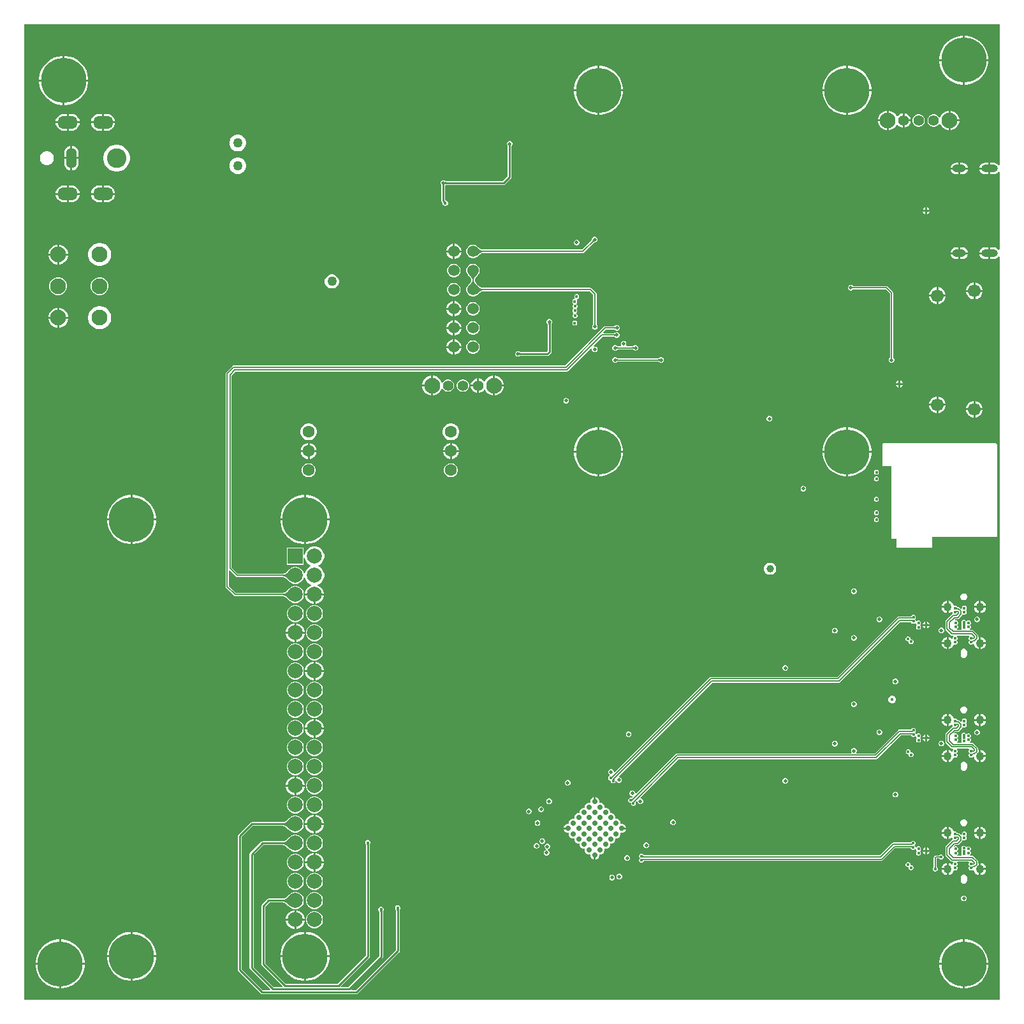
<source format=gbr>
%TF.GenerationSoftware,Altium Limited,Altium Designer,22.2.1 (43)*%
G04 Layer_Physical_Order=3*
G04 Layer_Color=16737894*
%FSLAX26Y26*%
%MOIN*%
%TF.SameCoordinates,D552E928-BF45-442C-827F-4CC0F3A717A5*%
%TF.FilePolarity,Positive*%
%TF.FileFunction,Copper,L3,Inr,Signal*%
%TF.Part,Single*%
G01*
G75*
%TA.AperFunction,Conductor*%
%ADD55C,0.007874*%
%ADD59C,0.010000*%
%ADD65C,0.005981*%
%ADD66C,0.005000*%
%TA.AperFunction,ComponentPad*%
%ADD67C,0.082677*%
%ADD68C,0.055118*%
%ADD69C,0.236220*%
%ADD70R,0.078740X0.078740*%
%ADD71C,0.078740*%
%ADD72C,0.060000*%
%ADD73O,0.106299X0.066929*%
%ADD74O,0.055118X0.106299*%
%ADD75C,0.102362*%
%ADD76C,0.062992*%
%ADD77C,0.066929*%
%ADD78O,0.070866X0.039370*%
%ADD79O,0.086614X0.039370*%
%ADD80C,0.043307*%
%TA.AperFunction,ViaPad*%
%ADD81C,0.027559*%
%ADD82C,0.017716*%
%ADD83C,0.039370*%
%ADD84C,0.015748*%
%ADD85C,0.019685*%
%ADD86C,0.050000*%
%TA.AperFunction,Conductor*%
%ADD87C,0.005906*%
G36*
X6092167Y5358325D02*
X6087167Y5356627D01*
X6084164Y5360542D01*
X6077963Y5365300D01*
X6070742Y5368291D01*
X6062992Y5369311D01*
X6044370D01*
Y5339370D01*
Y5309429D01*
X6062992D01*
X6070742Y5310449D01*
X6077963Y5313440D01*
X6084164Y5318198D01*
X6087167Y5322113D01*
X6092167Y5320415D01*
Y4915805D01*
X6087167Y4914108D01*
X6084164Y4918022D01*
X6077963Y4922780D01*
X6070742Y4925771D01*
X6062992Y4926792D01*
X6044370D01*
Y4896850D01*
Y4866909D01*
X6062992D01*
X6070742Y4867929D01*
X6077963Y4870921D01*
X6084164Y4875679D01*
X6087167Y4879593D01*
X6092167Y4877896D01*
Y994447D01*
X994447D01*
Y6092167D01*
X6092167D01*
Y5358325D01*
D02*
G37*
%LPC*%
G36*
X5915594Y6033622D02*
X5910512D01*
Y5910512D01*
X6033622D01*
Y5915594D01*
X6030467Y5935511D01*
X6024236Y5954689D01*
X6015081Y5972656D01*
X6003229Y5988970D01*
X5988970Y6003229D01*
X5972656Y6015081D01*
X5954689Y6024236D01*
X5935511Y6030467D01*
X5915594Y6033622D01*
D02*
G37*
G36*
X5900512D02*
X5895429D01*
X5875513Y6030467D01*
X5856335Y6024236D01*
X5838367Y6015081D01*
X5822054Y6003229D01*
X5807795Y5988970D01*
X5795942Y5972656D01*
X5786788Y5954689D01*
X5780556Y5935511D01*
X5777402Y5915594D01*
Y5910512D01*
X5900512D01*
Y6033622D01*
D02*
G37*
G36*
X1210082Y5928110D02*
X1205000D01*
Y5805000D01*
X1328110D01*
Y5810083D01*
X1324956Y5829999D01*
X1318724Y5849177D01*
X1309570Y5867144D01*
X1297717Y5883458D01*
X1283458Y5897717D01*
X1267144Y5909570D01*
X1249177Y5918724D01*
X1229999Y5924956D01*
X1210082Y5928110D01*
D02*
G37*
G36*
X1195000D02*
X1189918D01*
X1170001Y5924956D01*
X1150823Y5918724D01*
X1132856Y5909570D01*
X1116542Y5897717D01*
X1102283Y5883458D01*
X1090430Y5867144D01*
X1081276Y5849177D01*
X1075044Y5829999D01*
X1071890Y5810083D01*
Y5805000D01*
X1195000D01*
Y5928110D01*
D02*
G37*
G36*
X6033622Y5900512D02*
X5910512D01*
Y5777402D01*
X5915594D01*
X5935511Y5780556D01*
X5954689Y5786788D01*
X5972656Y5795942D01*
X5988970Y5807795D01*
X6003229Y5822054D01*
X6015081Y5838367D01*
X6024236Y5856335D01*
X6030467Y5875513D01*
X6033622Y5895429D01*
Y5900512D01*
D02*
G37*
G36*
X5900512D02*
X5777402D01*
Y5895429D01*
X5780556Y5875513D01*
X5786788Y5856335D01*
X5795942Y5838367D01*
X5807795Y5822054D01*
X5822054Y5807795D01*
X5838367Y5795942D01*
X5856335Y5786788D01*
X5875513Y5780556D01*
X5895429Y5777402D01*
X5900512D01*
Y5900512D01*
D02*
G37*
G36*
X5305358Y5876142D02*
X5300276D01*
Y5753032D01*
X5423386D01*
Y5758114D01*
X5420231Y5778031D01*
X5414000Y5797209D01*
X5404845Y5815176D01*
X5392993Y5831490D01*
X5378734Y5845748D01*
X5362420Y5857601D01*
X5344453Y5866756D01*
X5325275Y5872987D01*
X5305358Y5876142D01*
D02*
G37*
G36*
X5290276D02*
X5285193D01*
X5265276Y5872987D01*
X5246098Y5866756D01*
X5228131Y5857601D01*
X5211817Y5845748D01*
X5197559Y5831490D01*
X5185706Y5815176D01*
X5176551Y5797209D01*
X5170320Y5778031D01*
X5167165Y5758114D01*
Y5753032D01*
X5290276D01*
Y5876142D01*
D02*
G37*
G36*
X4006146D02*
X4001063D01*
Y5753031D01*
X4124173D01*
Y5758114D01*
X4121019Y5778031D01*
X4114787Y5797209D01*
X4105633Y5815176D01*
X4093780Y5831490D01*
X4079521Y5845748D01*
X4063207Y5857601D01*
X4045240Y5866756D01*
X4026062Y5872987D01*
X4006146Y5876142D01*
D02*
G37*
G36*
X3991063D02*
X3985981D01*
X3966064Y5872987D01*
X3946886Y5866756D01*
X3928919Y5857601D01*
X3912605Y5845748D01*
X3898346Y5831490D01*
X3886493Y5815176D01*
X3877339Y5797209D01*
X3871107Y5778031D01*
X3867953Y5758114D01*
Y5753031D01*
X3991063D01*
Y5876142D01*
D02*
G37*
G36*
X1328110Y5795000D02*
X1205000D01*
Y5671890D01*
X1210082D01*
X1229999Y5675044D01*
X1249177Y5681276D01*
X1267144Y5690430D01*
X1283458Y5702283D01*
X1297717Y5716542D01*
X1309570Y5732856D01*
X1318724Y5750823D01*
X1324956Y5770001D01*
X1328110Y5789917D01*
Y5795000D01*
D02*
G37*
G36*
X1195000D02*
X1071890D01*
Y5789917D01*
X1075044Y5770001D01*
X1081276Y5750823D01*
X1090430Y5732856D01*
X1102283Y5716542D01*
X1116542Y5702283D01*
X1132856Y5690430D01*
X1150823Y5681276D01*
X1170001Y5675044D01*
X1189918Y5671890D01*
X1195000D01*
Y5795000D01*
D02*
G37*
G36*
X5423386Y5743032D02*
X5300276D01*
Y5619921D01*
X5305358D01*
X5325275Y5623076D01*
X5344453Y5629307D01*
X5362420Y5638462D01*
X5378734Y5650315D01*
X5392993Y5664573D01*
X5404845Y5680887D01*
X5414000Y5698854D01*
X5420231Y5718032D01*
X5423386Y5737949D01*
Y5743032D01*
D02*
G37*
G36*
X5290276D02*
X5167165D01*
Y5737949D01*
X5170320Y5718032D01*
X5176551Y5698854D01*
X5185706Y5680887D01*
X5197559Y5664573D01*
X5211817Y5650315D01*
X5228131Y5638462D01*
X5246098Y5629307D01*
X5265276Y5623076D01*
X5285193Y5619921D01*
X5290276D01*
Y5743032D01*
D02*
G37*
G36*
X4124173Y5743031D02*
X4001063D01*
Y5619921D01*
X4006146D01*
X4026062Y5623076D01*
X4045240Y5629307D01*
X4063207Y5638462D01*
X4079521Y5650315D01*
X4093780Y5664573D01*
X4105633Y5680887D01*
X4114787Y5698854D01*
X4121019Y5718032D01*
X4124173Y5737949D01*
Y5743031D01*
D02*
G37*
G36*
X3991063D02*
X3867953D01*
Y5737949D01*
X3871107Y5718032D01*
X3877339Y5698854D01*
X3886493Y5680887D01*
X3898346Y5664573D01*
X3912605Y5650315D01*
X3928919Y5638462D01*
X3946886Y5629307D01*
X3966064Y5623076D01*
X3985981Y5619921D01*
X3991063D01*
Y5743031D01*
D02*
G37*
G36*
X5825709Y5641890D02*
X5823950D01*
X5810893Y5638391D01*
X5799186Y5631632D01*
X5789627Y5622074D01*
X5782869Y5610367D01*
X5781918Y5606819D01*
X5776552Y5606113D01*
X5774022Y5610495D01*
X5767975Y5616542D01*
X5760568Y5620818D01*
X5752308Y5623032D01*
X5743755D01*
X5735495Y5620818D01*
X5728088Y5616542D01*
X5722041Y5610495D01*
X5717765Y5603088D01*
X5715551Y5594827D01*
Y5586275D01*
X5717765Y5578014D01*
X5722041Y5570608D01*
X5728088Y5564560D01*
X5735495Y5560284D01*
X5743755Y5558071D01*
X5752308D01*
X5760568Y5560284D01*
X5767975Y5564560D01*
X5774022Y5570608D01*
X5776552Y5574990D01*
X5781918Y5574283D01*
X5782869Y5570735D01*
X5789627Y5559029D01*
X5799186Y5549470D01*
X5810893Y5542711D01*
X5823950Y5539213D01*
X5825709D01*
Y5590551D01*
Y5641890D01*
D02*
G37*
G36*
X5837467D02*
X5835709D01*
Y5595551D01*
X5882047D01*
Y5597310D01*
X5878549Y5610367D01*
X5871790Y5622074D01*
X5862231Y5631632D01*
X5850525Y5638391D01*
X5837467Y5641890D01*
D02*
G37*
G36*
X5595551Y5628095D02*
Y5595551D01*
X5628095D01*
X5625551Y5605048D01*
X5620606Y5613613D01*
X5613613Y5620606D01*
X5605048Y5625551D01*
X5595551Y5628095D01*
D02*
G37*
G36*
X5502874Y5641890D02*
X5501115D01*
X5488058Y5638391D01*
X5476351Y5631632D01*
X5466793Y5622074D01*
X5460034Y5610367D01*
X5456535Y5597310D01*
Y5595551D01*
X5502874D01*
Y5641890D01*
D02*
G37*
G36*
X1425197Y5624548D02*
X1410512D01*
Y5585709D01*
X1468378D01*
X1467543Y5592055D01*
X1463163Y5602628D01*
X1456196Y5611708D01*
X1447117Y5618675D01*
X1436543Y5623055D01*
X1425197Y5624548D01*
D02*
G37*
G36*
X1400512D02*
X1385827D01*
X1374480Y5623055D01*
X1363907Y5618675D01*
X1354827Y5611708D01*
X1347861Y5602628D01*
X1343481Y5592055D01*
X1342645Y5585709D01*
X1400512D01*
Y5624548D01*
D02*
G37*
G36*
X1240158D02*
X1225472D01*
Y5585709D01*
X1283339D01*
X1282503Y5592055D01*
X1278124Y5602628D01*
X1271157Y5611708D01*
X1262077Y5618675D01*
X1251504Y5623055D01*
X1240158Y5624548D01*
D02*
G37*
G36*
X1215472D02*
X1200787D01*
X1189441Y5623055D01*
X1178868Y5618675D01*
X1169788Y5611708D01*
X1162821Y5602628D01*
X1158441Y5592055D01*
X1157606Y5585709D01*
X1215472D01*
Y5624548D01*
D02*
G37*
G36*
X5673567Y5623032D02*
X5665015D01*
X5656754Y5620818D01*
X5649348Y5616542D01*
X5643301Y5610495D01*
X5639025Y5603088D01*
X5636811Y5594827D01*
Y5586275D01*
X5639025Y5578014D01*
X5643301Y5570608D01*
X5649348Y5564560D01*
X5656754Y5560284D01*
X5665015Y5558071D01*
X5673567D01*
X5681828Y5560284D01*
X5689235Y5564560D01*
X5695282Y5570608D01*
X5699558Y5578014D01*
X5701772Y5586275D01*
Y5594827D01*
X5699558Y5603088D01*
X5695282Y5610495D01*
X5689235Y5616542D01*
X5681828Y5620818D01*
X5673567Y5623032D01*
D02*
G37*
G36*
X5628095Y5585551D02*
X5595551D01*
Y5553007D01*
X5605048Y5555552D01*
X5613613Y5560497D01*
X5620606Y5567489D01*
X5625551Y5576054D01*
X5628095Y5585551D01*
D02*
G37*
G36*
X5514633Y5641890D02*
X5512874D01*
Y5590551D01*
Y5539213D01*
X5514633D01*
X5527690Y5542711D01*
X5539397Y5549470D01*
X5548955Y5559029D01*
X5554281Y5568254D01*
X5560048Y5568266D01*
X5560496Y5567489D01*
X5567489Y5560497D01*
X5576054Y5555552D01*
X5585551Y5553007D01*
Y5590551D01*
Y5628095D01*
X5576054Y5625551D01*
X5567489Y5620606D01*
X5560496Y5613613D01*
X5560048Y5612837D01*
X5554281Y5612848D01*
X5548955Y5622074D01*
X5539397Y5631632D01*
X5527690Y5638391D01*
X5514633Y5641890D01*
D02*
G37*
G36*
X5882047Y5585551D02*
X5835709D01*
Y5539213D01*
X5837467D01*
X5850525Y5542711D01*
X5862231Y5549470D01*
X5871790Y5559029D01*
X5878549Y5570735D01*
X5882047Y5583792D01*
Y5585551D01*
D02*
G37*
G36*
X5502874D02*
X5456535D01*
Y5583792D01*
X5460034Y5570735D01*
X5466793Y5559029D01*
X5476351Y5549470D01*
X5488058Y5542711D01*
X5501115Y5539213D01*
X5502874D01*
Y5585551D01*
D02*
G37*
G36*
X1468378Y5575709D02*
X1410512D01*
Y5536869D01*
X1425197D01*
X1436543Y5538363D01*
X1447117Y5542743D01*
X1456196Y5549709D01*
X1463163Y5558789D01*
X1467543Y5569362D01*
X1468378Y5575709D01*
D02*
G37*
G36*
X1400512D02*
X1342645D01*
X1343481Y5569362D01*
X1347861Y5558789D01*
X1354827Y5549709D01*
X1363907Y5542743D01*
X1374480Y5538363D01*
X1385827Y5536869D01*
X1400512D01*
Y5575709D01*
D02*
G37*
G36*
X1283339Y5575709D02*
X1225472D01*
Y5536869D01*
X1240158D01*
X1251504Y5538363D01*
X1262077Y5542743D01*
X1271157Y5549709D01*
X1278124Y5558789D01*
X1282503Y5569362D01*
X1283339Y5575709D01*
D02*
G37*
G36*
X1215472D02*
X1157606D01*
X1158441Y5569362D01*
X1162821Y5558789D01*
X1169788Y5549709D01*
X1178868Y5542743D01*
X1189441Y5538363D01*
X1200787Y5536869D01*
X1215472D01*
Y5575709D01*
D02*
G37*
G36*
X2115990Y5516142D02*
X2104483D01*
X2093368Y5513164D01*
X2083403Y5507410D01*
X2075267Y5499274D01*
X2069514Y5489309D01*
X2066535Y5478194D01*
Y5466688D01*
X2069514Y5455573D01*
X2075267Y5445608D01*
X2083403Y5437472D01*
X2093368Y5431718D01*
X2104483Y5428740D01*
X2115990D01*
X2127104Y5431718D01*
X2137069Y5437472D01*
X2145206Y5445608D01*
X2150959Y5455573D01*
X2153937Y5466688D01*
Y5478194D01*
X2150959Y5489309D01*
X2145206Y5499274D01*
X2137069Y5507410D01*
X2127104Y5513164D01*
X2115990Y5516142D01*
D02*
G37*
G36*
X1245158Y5456516D02*
Y5398701D01*
X1278041D01*
Y5419291D01*
X1276750Y5429096D01*
X1272965Y5438233D01*
X1266945Y5446079D01*
X1259099Y5452099D01*
X1249962Y5455884D01*
X1245158Y5456516D01*
D02*
G37*
G36*
X1235158D02*
X1230353Y5455884D01*
X1221216Y5452099D01*
X1213370Y5446079D01*
X1207350Y5438233D01*
X1203565Y5429096D01*
X1202274Y5419291D01*
Y5398701D01*
X1235158D01*
Y5456516D01*
D02*
G37*
G36*
X1116999Y5430118D02*
X1107410D01*
X1098148Y5427636D01*
X1089844Y5422842D01*
X1083064Y5416061D01*
X1078269Y5407757D01*
X1075787Y5398495D01*
Y5388906D01*
X1078269Y5379644D01*
X1083064Y5371340D01*
X1089844Y5364560D01*
X1098148Y5359765D01*
X1107410Y5357283D01*
X1116999D01*
X1126261Y5359765D01*
X1134565Y5364560D01*
X1141346Y5371340D01*
X1146140Y5379644D01*
X1148622Y5388906D01*
Y5398495D01*
X1146140Y5407757D01*
X1141346Y5416061D01*
X1134565Y5422842D01*
X1126261Y5427636D01*
X1116999Y5430118D01*
D02*
G37*
G36*
X6034370Y5369311D02*
X6015748D01*
X6007999Y5368291D01*
X6000777Y5365300D01*
X5994576Y5360542D01*
X5989818Y5354341D01*
X5986827Y5347119D01*
X5986465Y5344370D01*
X6034370D01*
Y5369311D01*
D02*
G37*
G36*
X5897638D02*
X5886890D01*
Y5344370D01*
X5926921D01*
X5926559Y5347119D01*
X5923568Y5354341D01*
X5918809Y5360542D01*
X5912608Y5365300D01*
X5905387Y5368291D01*
X5897638Y5369311D01*
D02*
G37*
G36*
X5876890D02*
X5866142D01*
X5858392Y5368291D01*
X5851171Y5365300D01*
X5844970Y5360542D01*
X5840212Y5354341D01*
X5837221Y5347119D01*
X5836859Y5344370D01*
X5876890D01*
Y5369311D01*
D02*
G37*
G36*
X1278041Y5388701D02*
X1245158D01*
Y5330885D01*
X1249962Y5331518D01*
X1259099Y5335302D01*
X1266945Y5341323D01*
X1272965Y5349169D01*
X1276750Y5358305D01*
X1278041Y5368110D01*
Y5388701D01*
D02*
G37*
G36*
X1235158D02*
X1202274D01*
Y5368110D01*
X1203565Y5358305D01*
X1207350Y5349169D01*
X1213370Y5341323D01*
X1221216Y5335302D01*
X1230353Y5331518D01*
X1235158Y5330885D01*
Y5388701D01*
D02*
G37*
G36*
X1483261Y5463583D02*
X1469495D01*
X1455994Y5460897D01*
X1443276Y5455629D01*
X1431831Y5447982D01*
X1422097Y5438248D01*
X1414449Y5426802D01*
X1409181Y5414085D01*
X1406496Y5400584D01*
Y5386818D01*
X1409181Y5373317D01*
X1414449Y5360599D01*
X1422097Y5349154D01*
X1431831Y5339420D01*
X1443276Y5331772D01*
X1455994Y5326504D01*
X1469495Y5323819D01*
X1483261D01*
X1496762Y5326504D01*
X1509479Y5331772D01*
X1520925Y5339420D01*
X1530659Y5349154D01*
X1538306Y5360599D01*
X1543574Y5373317D01*
X1546260Y5386818D01*
Y5400584D01*
X1543574Y5414085D01*
X1538306Y5426802D01*
X1530659Y5438248D01*
X1520925Y5447982D01*
X1509479Y5455629D01*
X1496762Y5460897D01*
X1483261Y5463583D01*
D02*
G37*
G36*
X2115990Y5398032D02*
X2104483D01*
X2093368Y5395053D01*
X2083403Y5389300D01*
X2075267Y5381164D01*
X2069514Y5371199D01*
X2066535Y5360084D01*
Y5348577D01*
X2069514Y5337463D01*
X2075267Y5327498D01*
X2083403Y5319361D01*
X2093368Y5313608D01*
X2104483Y5310630D01*
X2115990D01*
X2127104Y5313608D01*
X2137069Y5319361D01*
X2145206Y5327498D01*
X2150959Y5337463D01*
X2153937Y5348577D01*
Y5360084D01*
X2150959Y5371199D01*
X2145206Y5381164D01*
X2137069Y5389300D01*
X2127104Y5395053D01*
X2115990Y5398032D01*
D02*
G37*
G36*
X6034370Y5334370D02*
X5986465D01*
X5986827Y5331621D01*
X5989818Y5324399D01*
X5994576Y5318198D01*
X6000777Y5313440D01*
X6007999Y5310449D01*
X6015748Y5309429D01*
X6034370D01*
Y5334370D01*
D02*
G37*
G36*
X5926921Y5334370D02*
X5886890D01*
Y5309429D01*
X5897638D01*
X5905387Y5310449D01*
X5912608Y5313440D01*
X5918809Y5318198D01*
X5923568Y5324399D01*
X5926559Y5331621D01*
X5926921Y5334370D01*
D02*
G37*
G36*
X5876890D02*
X5836859D01*
X5837221Y5331621D01*
X5840212Y5324399D01*
X5844970Y5318198D01*
X5851171Y5313440D01*
X5858392Y5310449D01*
X5866142Y5309429D01*
X5876890D01*
Y5334370D01*
D02*
G37*
G36*
X3534433Y5483268D02*
X3528559D01*
X3523133Y5481020D01*
X3518980Y5476867D01*
X3516732Y5471441D01*
Y5465567D01*
X3518980Y5460141D01*
X3520321Y5458800D01*
X3520510Y5458247D01*
X3520539Y5458105D01*
X3520581Y5458043D01*
X3520612Y5457951D01*
X3520709Y5457841D01*
X3520774Y5457674D01*
X3520863Y5457377D01*
X3520956Y5456952D01*
X3521032Y5456470D01*
X3521154Y5454927D01*
X3521170Y5454026D01*
X3521380Y5453543D01*
Y5299466D01*
X3495810Y5273895D01*
X3200072D01*
X3199619Y5274103D01*
X3197739Y5274172D01*
X3197136Y5274234D01*
X3196591Y5274319D01*
X3196167Y5274413D01*
X3195869Y5274501D01*
X3195702Y5274567D01*
X3195593Y5274664D01*
X3195501Y5274695D01*
X3195438Y5274737D01*
X3195296Y5274765D01*
X3194743Y5274955D01*
X3193402Y5276296D01*
X3187976Y5278543D01*
X3182103D01*
X3176676Y5276296D01*
X3172523Y5272142D01*
X3170276Y5266716D01*
Y5260843D01*
X3172523Y5255417D01*
X3173864Y5254075D01*
X3174053Y5253524D01*
X3174082Y5253381D01*
X3174124Y5253318D01*
X3174156Y5253226D01*
X3174252Y5253116D01*
X3174318Y5252949D01*
X3174406Y5252652D01*
X3174500Y5252228D01*
X3174575Y5251746D01*
X3174697Y5250202D01*
X3174713Y5249301D01*
X3174924Y5248818D01*
Y5170049D01*
X3175694Y5166178D01*
X3177887Y5162896D01*
X3178515Y5162267D01*
X3178548Y5162095D01*
X3178984Y5161797D01*
X3179178Y5161306D01*
X3179758Y5160709D01*
X3180660Y5159667D01*
X3180890Y5159360D01*
X3181052Y5159110D01*
X3181102Y5159020D01*
X3181135Y5158905D01*
X3181177Y5158852D01*
X3181220Y5158749D01*
Y5155259D01*
X3183318Y5150194D01*
X3187195Y5146318D01*
X3192259Y5144221D01*
X3197741D01*
X3202805Y5146318D01*
X3206682Y5150194D01*
X3208780Y5155259D01*
Y5160741D01*
X3206682Y5165806D01*
X3202805Y5169682D01*
X3198638Y5171408D01*
X3198531Y5171549D01*
X3198375Y5171642D01*
X3198358Y5171659D01*
X3198322Y5171676D01*
X3195890Y5173811D01*
X3195288Y5174404D01*
X3195155Y5174458D01*
Y5248747D01*
X3195363Y5249200D01*
X3195432Y5251080D01*
X3195494Y5251683D01*
X3195579Y5252228D01*
X3195673Y5252652D01*
X3195761Y5252950D01*
X3195792Y5253027D01*
X3195869Y5253058D01*
X3196166Y5253146D01*
X3196591Y5253240D01*
X3197073Y5253315D01*
X3198617Y5253438D01*
X3199517Y5253453D01*
X3200001Y5253664D01*
X3500000D01*
X3503871Y5254434D01*
X3507153Y5256627D01*
X3538649Y5288123D01*
X3538649Y5288123D01*
X3540842Y5291405D01*
X3541612Y5295276D01*
X3541612Y5295276D01*
Y5453471D01*
X3541819Y5453925D01*
X3541888Y5455804D01*
X3541951Y5456408D01*
X3542036Y5456952D01*
X3542129Y5457377D01*
X3542218Y5457674D01*
X3542283Y5457841D01*
X3542380Y5457951D01*
X3542412Y5458043D01*
X3542453Y5458105D01*
X3542482Y5458247D01*
X3542671Y5458800D01*
X3544012Y5460141D01*
X3546260Y5465567D01*
Y5471441D01*
X3544012Y5476867D01*
X3539859Y5481020D01*
X3534433Y5483268D01*
D02*
G37*
G36*
X1240158Y5250533D02*
X1225472D01*
Y5211693D01*
X1283339D01*
X1282503Y5218039D01*
X1278124Y5228613D01*
X1271157Y5237692D01*
X1262077Y5244659D01*
X1251504Y5249039D01*
X1240158Y5250533D01*
D02*
G37*
G36*
X1215472D02*
X1200787D01*
X1189441Y5249039D01*
X1178868Y5244659D01*
X1169788Y5237692D01*
X1162821Y5228613D01*
X1158441Y5218039D01*
X1157606Y5211693D01*
X1215472D01*
Y5250533D01*
D02*
G37*
G36*
X1425197D02*
X1410512D01*
Y5211693D01*
X1468378D01*
X1467543Y5218039D01*
X1463163Y5228613D01*
X1456196Y5237692D01*
X1447117Y5244659D01*
X1436543Y5249039D01*
X1425197Y5250533D01*
D02*
G37*
G36*
X1400512D02*
X1385827D01*
X1374480Y5249039D01*
X1363907Y5244659D01*
X1354827Y5237692D01*
X1347861Y5228613D01*
X1343481Y5218039D01*
X1342645Y5211693D01*
X1400512D01*
Y5250533D01*
D02*
G37*
G36*
X1468378Y5201693D02*
X1410512D01*
Y5162853D01*
X1425197D01*
X1436543Y5164347D01*
X1447117Y5168727D01*
X1456196Y5175694D01*
X1463163Y5184773D01*
X1467543Y5195346D01*
X1468378Y5201693D01*
D02*
G37*
G36*
X1400512D02*
X1342645D01*
X1343481Y5195346D01*
X1347861Y5184773D01*
X1354827Y5175694D01*
X1363907Y5168727D01*
X1374480Y5164347D01*
X1385827Y5162853D01*
X1400512D01*
Y5201693D01*
D02*
G37*
G36*
X1283339Y5201693D02*
X1225472D01*
Y5162853D01*
X1240158D01*
X1251504Y5164347D01*
X1262077Y5168727D01*
X1271157Y5175694D01*
X1278124Y5184773D01*
X1282503Y5195346D01*
X1283339Y5201693D01*
D02*
G37*
G36*
X1215472D02*
X1157606D01*
X1158441Y5195346D01*
X1162821Y5184773D01*
X1169788Y5175694D01*
X1178868Y5168727D01*
X1189441Y5164347D01*
X1200787Y5162853D01*
X1215472D01*
Y5201693D01*
D02*
G37*
G36*
X5713661Y5135386D02*
Y5123110D01*
X5725937D01*
X5723814Y5128235D01*
X5718786Y5133263D01*
X5713661Y5135386D01*
D02*
G37*
G36*
X5703661D02*
X5698537Y5133263D01*
X5693508Y5128235D01*
X5691386Y5123110D01*
X5703661D01*
Y5135386D01*
D02*
G37*
G36*
X5725937Y5113110D02*
X5713661D01*
Y5100835D01*
X5718786Y5102957D01*
X5723814Y5107985D01*
X5725937Y5113110D01*
D02*
G37*
G36*
X5703661D02*
X5691386D01*
X5693508Y5107985D01*
X5698537Y5102957D01*
X5703661Y5100835D01*
Y5113110D01*
D02*
G37*
G36*
X3884827Y4967520D02*
X3878953D01*
X3873527Y4965272D01*
X3869374Y4961119D01*
X3867126Y4955693D01*
Y4949819D01*
X3869374Y4944393D01*
X3873527Y4940240D01*
X3878953Y4937992D01*
X3884827D01*
X3890253Y4940240D01*
X3894406Y4944393D01*
X3896654Y4949819D01*
Y4955693D01*
X3894406Y4961119D01*
X3890253Y4965272D01*
X3884827Y4967520D01*
D02*
G37*
G36*
X3978937Y4982764D02*
X3973063D01*
X3967637Y4980516D01*
X3963484Y4976363D01*
X3961236Y4970937D01*
Y4968965D01*
X3960834Y4968080D01*
X3960815Y4967495D01*
X3960773Y4967155D01*
X3960701Y4966820D01*
X3960596Y4966480D01*
X3960452Y4966124D01*
X3960262Y4965749D01*
X3960018Y4965349D01*
X3959712Y4964922D01*
X3959338Y4964470D01*
X3958783Y4963881D01*
X3958585Y4963358D01*
X3910558Y4915331D01*
X3388566D01*
X3388156Y4915543D01*
X3386566Y4915680D01*
X3385143Y4916021D01*
X3383425Y4916666D01*
X3381440Y4917646D01*
X3379218Y4918979D01*
X3376883Y4920600D01*
X3368271Y4927977D01*
X3365133Y4931084D01*
X3364167Y4931479D01*
X3361403Y4934243D01*
X3353440Y4938841D01*
X3344558Y4941221D01*
X3335363D01*
X3326481Y4938841D01*
X3318518Y4934243D01*
X3312017Y4927741D01*
X3307419Y4919778D01*
X3305039Y4910897D01*
Y4901702D01*
X3307419Y4892820D01*
X3312017Y4884857D01*
X3318518Y4878355D01*
X3326481Y4873758D01*
X3335363Y4871378D01*
X3344558D01*
X3353440Y4873758D01*
X3361403Y4878355D01*
X3364167Y4881120D01*
X3365133Y4881514D01*
X3368308Y4884658D01*
X3374192Y4889908D01*
X3376783Y4891928D01*
X3379219Y4893620D01*
X3381441Y4894953D01*
X3383425Y4895933D01*
X3385143Y4896577D01*
X3386566Y4896918D01*
X3388156Y4897055D01*
X3388566Y4897267D01*
X3914299D01*
X3917756Y4897955D01*
X3920686Y4899913D01*
X3971358Y4950585D01*
X3971881Y4950783D01*
X3972470Y4951338D01*
X3972922Y4951712D01*
X3973349Y4952018D01*
X3973749Y4952262D01*
X3974125Y4952452D01*
X3974480Y4952596D01*
X3974820Y4952701D01*
X3975155Y4952773D01*
X3975495Y4952815D01*
X3976080Y4952834D01*
X3976965Y4953236D01*
X3978937D01*
X3984363Y4955484D01*
X3988516Y4959637D01*
X3990764Y4965063D01*
Y4970937D01*
X3988516Y4976363D01*
X3984363Y4980516D01*
X3978937Y4982764D01*
D02*
G37*
G36*
X3245227Y4946299D02*
X3244961D01*
Y4911299D01*
X3279961D01*
Y4911565D01*
X3277235Y4921739D01*
X3271969Y4930860D01*
X3264521Y4938307D01*
X3255400Y4943573D01*
X3245227Y4946299D01*
D02*
G37*
G36*
X3234961D02*
X3234695D01*
X3224521Y4943573D01*
X3215400Y4938307D01*
X3207953Y4930860D01*
X3202686Y4921739D01*
X3199961Y4911565D01*
Y4911299D01*
X3234961D01*
Y4946299D01*
D02*
G37*
G36*
X5897638Y4926792D02*
X5886890D01*
Y4901851D01*
X5926921D01*
X5926559Y4904600D01*
X5923568Y4911821D01*
X5918809Y4918022D01*
X5912608Y4922780D01*
X5905387Y4925771D01*
X5897638Y4926792D01*
D02*
G37*
G36*
X5876890D02*
X5866142D01*
X5858392Y4925771D01*
X5851171Y4922780D01*
X5844970Y4918022D01*
X5840212Y4911821D01*
X5837221Y4904600D01*
X5836859Y4901851D01*
X5876890D01*
Y4926792D01*
D02*
G37*
G36*
X6034370D02*
X6015748D01*
X6007999Y4925771D01*
X6000777Y4922780D01*
X5994576Y4918022D01*
X5989818Y4911821D01*
X5986827Y4904600D01*
X5986465Y4901850D01*
X6034370D01*
Y4926792D01*
D02*
G37*
G36*
X1178019Y4941102D02*
X1176260D01*
Y4894764D01*
X1222599D01*
Y4896523D01*
X1219100Y4909580D01*
X1212341Y4921286D01*
X1202783Y4930845D01*
X1191076Y4937604D01*
X1178019Y4941102D01*
D02*
G37*
G36*
X1166260D02*
X1164501D01*
X1151444Y4937604D01*
X1139737Y4930845D01*
X1130179Y4921286D01*
X1123420Y4909580D01*
X1119921Y4896523D01*
Y4894764D01*
X1166260D01*
Y4941102D01*
D02*
G37*
G36*
X6034370Y4891850D02*
X5986465D01*
X5986827Y4889101D01*
X5989818Y4881880D01*
X5994576Y4875679D01*
X6000777Y4870921D01*
X6007999Y4867929D01*
X6015748Y4866909D01*
X6034370D01*
Y4891850D01*
D02*
G37*
G36*
X5926921Y4891851D02*
X5886890D01*
Y4866909D01*
X5897638D01*
X5905387Y4867929D01*
X5912608Y4870921D01*
X5918809Y4875679D01*
X5923568Y4881880D01*
X5926559Y4889101D01*
X5926921Y4891851D01*
D02*
G37*
G36*
X5876890D02*
X5836859D01*
X5837221Y4889101D01*
X5840212Y4881880D01*
X5844970Y4875679D01*
X5851171Y4870921D01*
X5858392Y4867929D01*
X5866142Y4866909D01*
X5876890D01*
Y4891851D01*
D02*
G37*
G36*
X3279961Y4901299D02*
X3244961D01*
Y4866299D01*
X3245227D01*
X3255400Y4869025D01*
X3264521Y4874291D01*
X3271969Y4881739D01*
X3277235Y4890860D01*
X3279961Y4901033D01*
Y4901299D01*
D02*
G37*
G36*
X3234961D02*
X3199961D01*
Y4901033D01*
X3202686Y4890860D01*
X3207953Y4881739D01*
X3215400Y4874291D01*
X3224521Y4869025D01*
X3234695Y4866299D01*
X3234961D01*
Y4901299D01*
D02*
G37*
G36*
X1222599Y4884764D02*
X1176260D01*
Y4838425D01*
X1178019D01*
X1191076Y4841924D01*
X1202783Y4848683D01*
X1212341Y4858241D01*
X1219100Y4869948D01*
X1222599Y4883005D01*
Y4884764D01*
D02*
G37*
G36*
X1166260D02*
X1119921D01*
Y4883005D01*
X1123420Y4869948D01*
X1130179Y4858241D01*
X1139737Y4848683D01*
X1151444Y4841924D01*
X1164501Y4838425D01*
X1166260D01*
Y4884764D01*
D02*
G37*
G36*
X1393709Y4949803D02*
X1381882D01*
X1370283Y4947496D01*
X1359356Y4942970D01*
X1349522Y4936399D01*
X1341160Y4928037D01*
X1334589Y4918203D01*
X1330063Y4907276D01*
X1327756Y4895677D01*
Y4883850D01*
X1330063Y4872251D01*
X1334589Y4861324D01*
X1341160Y4851491D01*
X1349522Y4843128D01*
X1359356Y4836557D01*
X1370283Y4832032D01*
X1381882Y4829724D01*
X1393709D01*
X1405308Y4832032D01*
X1416235Y4836557D01*
X1426068Y4843128D01*
X1434431Y4851491D01*
X1441002Y4861324D01*
X1445527Y4872251D01*
X1447835Y4883850D01*
Y4895677D01*
X1445527Y4907276D01*
X1441002Y4918203D01*
X1434431Y4928037D01*
X1426068Y4936399D01*
X1416235Y4942970D01*
X1405308Y4947496D01*
X1393709Y4949803D01*
D02*
G37*
G36*
X3244558Y4841221D02*
X3235363D01*
X3226481Y4838841D01*
X3218518Y4834243D01*
X3212017Y4827741D01*
X3207419Y4819778D01*
X3205039Y4810897D01*
Y4801702D01*
X3207419Y4792820D01*
X3212017Y4784857D01*
X3218518Y4778355D01*
X3226481Y4773758D01*
X3235363Y4771378D01*
X3244558D01*
X3253440Y4773758D01*
X3261403Y4778355D01*
X3267905Y4784857D01*
X3272502Y4792820D01*
X3274882Y4801702D01*
Y4810897D01*
X3272502Y4819778D01*
X3267905Y4827741D01*
X3261403Y4834243D01*
X3253440Y4838841D01*
X3244558Y4841221D01*
D02*
G37*
G36*
X2606846Y4785811D02*
X2597154D01*
X2587791Y4783302D01*
X2579398Y4778456D01*
X2572544Y4771602D01*
X2567698Y4763208D01*
X2565189Y4753846D01*
Y4744154D01*
X2567698Y4734792D01*
X2572544Y4726398D01*
X2579398Y4719544D01*
X2587791Y4714698D01*
X2597154Y4712189D01*
X2606846D01*
X2616209Y4714698D01*
X2624602Y4719544D01*
X2631456Y4726398D01*
X2636302Y4734792D01*
X2638811Y4744154D01*
Y4753846D01*
X2636302Y4763208D01*
X2631456Y4771602D01*
X2624602Y4778456D01*
X2616209Y4783302D01*
X2606846Y4785811D01*
D02*
G37*
G36*
X5966352Y4742283D02*
X5965630D01*
Y4703819D01*
X6004095D01*
Y4704541D01*
X6001132Y4715596D01*
X5995410Y4725507D01*
X5987318Y4733599D01*
X5977407Y4739321D01*
X5966352Y4742283D01*
D02*
G37*
G36*
X5955630D02*
X5954908D01*
X5943853Y4739321D01*
X5933942Y4733599D01*
X5925850Y4725507D01*
X5920127Y4715596D01*
X5917166Y4704541D01*
Y4703819D01*
X5955630D01*
Y4742283D01*
D02*
G37*
G36*
X5773439Y4718661D02*
X5772717D01*
Y4680197D01*
X5811181D01*
Y4680919D01*
X5808219Y4691974D01*
X5802497Y4701885D01*
X5794404Y4709977D01*
X5784493Y4715699D01*
X5773439Y4718661D01*
D02*
G37*
G36*
X5762717D02*
X5761994D01*
X5750940Y4715699D01*
X5741029Y4709977D01*
X5732936Y4701885D01*
X5727214Y4691974D01*
X5724252Y4680919D01*
Y4680197D01*
X5762717D01*
Y4718661D01*
D02*
G37*
G36*
X1393886Y4770669D02*
X1381705D01*
X1369940Y4767517D01*
X1359391Y4761427D01*
X1350778Y4752814D01*
X1344688Y4742265D01*
X1341535Y4730500D01*
Y4718319D01*
X1344688Y4706554D01*
X1350778Y4696005D01*
X1359391Y4687392D01*
X1369940Y4681302D01*
X1381705Y4678150D01*
X1393886D01*
X1405651Y4681302D01*
X1416200Y4687392D01*
X1424812Y4696005D01*
X1430903Y4706554D01*
X1434055Y4718319D01*
Y4730500D01*
X1430903Y4742265D01*
X1424812Y4752814D01*
X1416200Y4761427D01*
X1405651Y4767517D01*
X1393886Y4770669D01*
D02*
G37*
G36*
X1177350D02*
X1165170D01*
X1153404Y4767517D01*
X1142856Y4761427D01*
X1134243Y4752814D01*
X1128152Y4742265D01*
X1125000Y4730500D01*
Y4718319D01*
X1128152Y4706554D01*
X1134243Y4696005D01*
X1142856Y4687392D01*
X1153404Y4681302D01*
X1165170Y4678150D01*
X1177350D01*
X1189116Y4681302D01*
X1199664Y4687392D01*
X1208277Y4696005D01*
X1214367Y4706554D01*
X1217520Y4718319D01*
Y4730500D01*
X1214367Y4742265D01*
X1208277Y4752814D01*
X1199664Y4761427D01*
X1189116Y4767517D01*
X1177350Y4770669D01*
D02*
G37*
G36*
X3244558Y4741221D02*
X3235363D01*
X3226481Y4738841D01*
X3218518Y4734243D01*
X3212017Y4727741D01*
X3207419Y4719778D01*
X3205039Y4710897D01*
Y4701702D01*
X3207419Y4692820D01*
X3212017Y4684857D01*
X3218518Y4678355D01*
X3226481Y4673758D01*
X3235363Y4671378D01*
X3244558D01*
X3253440Y4673758D01*
X3261403Y4678355D01*
X3267905Y4684857D01*
X3272502Y4692820D01*
X3274882Y4701702D01*
Y4710897D01*
X3272502Y4719778D01*
X3267905Y4727741D01*
X3261403Y4734243D01*
X3253440Y4738841D01*
X3244558Y4741221D01*
D02*
G37*
G36*
X6004095Y4693819D02*
X5965630D01*
Y4655354D01*
X5966352D01*
X5977407Y4658316D01*
X5987318Y4664039D01*
X5995410Y4672131D01*
X6001132Y4682042D01*
X6004095Y4693097D01*
Y4693819D01*
D02*
G37*
G36*
X5955630D02*
X5917166D01*
Y4693097D01*
X5920127Y4682042D01*
X5925850Y4672131D01*
X5933942Y4664039D01*
X5943853Y4658316D01*
X5954908Y4655354D01*
X5955630D01*
Y4693819D01*
D02*
G37*
G36*
X5811181Y4670197D02*
X5772717D01*
Y4631732D01*
X5773439D01*
X5784493Y4634694D01*
X5794404Y4640417D01*
X5802497Y4648509D01*
X5808219Y4658420D01*
X5811181Y4669475D01*
Y4670197D01*
D02*
G37*
G36*
X5762717D02*
X5724252D01*
Y4669475D01*
X5727214Y4658420D01*
X5732936Y4648509D01*
X5741029Y4640417D01*
X5750940Y4634694D01*
X5761994Y4631732D01*
X5762717D01*
Y4670197D01*
D02*
G37*
G36*
X3245227Y4646299D02*
X3244961D01*
Y4611299D01*
X3279961D01*
Y4611565D01*
X3277235Y4621739D01*
X3271969Y4630860D01*
X3264521Y4638307D01*
X3255400Y4643573D01*
X3245227Y4646299D01*
D02*
G37*
G36*
X3234961D02*
X3234695D01*
X3224521Y4643573D01*
X3215400Y4638307D01*
X3207953Y4630860D01*
X3202686Y4621739D01*
X3199961Y4611565D01*
Y4611299D01*
X3234961D01*
Y4646299D01*
D02*
G37*
G36*
X3344558Y4641221D02*
X3335363D01*
X3326481Y4638841D01*
X3318518Y4634243D01*
X3312017Y4627741D01*
X3307419Y4619778D01*
X3305039Y4610897D01*
Y4601702D01*
X3307419Y4592820D01*
X3312017Y4584857D01*
X3318518Y4578355D01*
X3326481Y4573758D01*
X3335363Y4571378D01*
X3344558D01*
X3353440Y4573758D01*
X3361403Y4578355D01*
X3367905Y4584857D01*
X3372502Y4592820D01*
X3374882Y4601702D01*
Y4610897D01*
X3372502Y4619778D01*
X3367905Y4627741D01*
X3361403Y4634243D01*
X3353440Y4638841D01*
X3344558Y4641221D01*
D02*
G37*
G36*
X3279961Y4601299D02*
X3244961D01*
Y4566299D01*
X3245227D01*
X3255400Y4569025D01*
X3264521Y4574291D01*
X3271969Y4581739D01*
X3277235Y4590860D01*
X3279961Y4601033D01*
Y4601299D01*
D02*
G37*
G36*
X3234961D02*
X3199961D01*
Y4601033D01*
X3202686Y4590860D01*
X3207953Y4581739D01*
X3215400Y4574291D01*
X3224521Y4569025D01*
X3234695Y4566299D01*
X3234961D01*
Y4601299D01*
D02*
G37*
G36*
X1178019Y4610394D02*
X1176260D01*
Y4564055D01*
X1222599D01*
Y4565814D01*
X1219100Y4578871D01*
X1212341Y4590578D01*
X1202783Y4600136D01*
X1191076Y4606895D01*
X1178019Y4610394D01*
D02*
G37*
G36*
X1166260D02*
X1164501D01*
X1151444Y4606895D01*
X1139737Y4600136D01*
X1130179Y4590578D01*
X1123420Y4578871D01*
X1119921Y4565814D01*
Y4564055D01*
X1166260D01*
Y4610394D01*
D02*
G37*
G36*
X3884435Y4682087D02*
X3879345D01*
X3874642Y4680139D01*
X3871042Y4676539D01*
X3869095Y4671836D01*
Y4666746D01*
X3871042Y4662043D01*
X3870387Y4660220D01*
X3868909Y4657106D01*
X3864629Y4655333D01*
X3861030Y4651734D01*
X3859082Y4647031D01*
Y4641941D01*
X3861030Y4637238D01*
X3863820Y4634448D01*
X3864564Y4632674D01*
X3864277Y4628372D01*
X3862153Y4626248D01*
X3860205Y4621545D01*
Y4616455D01*
X3862153Y4611752D01*
X3862638Y4611266D01*
X3864687Y4606983D01*
X3862638Y4604734D01*
X3861153Y4603248D01*
X3859205Y4598545D01*
Y4593455D01*
X3861153Y4588752D01*
X3864752Y4585153D01*
X3864899Y4584759D01*
X3865217Y4579548D01*
X3862800Y4577131D01*
X3860852Y4572428D01*
Y4567338D01*
X3862800Y4562635D01*
X3866399Y4559036D01*
X3871102Y4557088D01*
X3876193D01*
X3880896Y4559036D01*
X3884495Y4562635D01*
X3886443Y4567338D01*
Y4572428D01*
X3884495Y4577131D01*
X3880896Y4580731D01*
X3880749Y4581125D01*
X3880431Y4586335D01*
X3882847Y4588752D01*
X3884795Y4593455D01*
Y4598545D01*
X3882847Y4603248D01*
X3882362Y4603734D01*
X3880313Y4608017D01*
X3882362Y4610266D01*
X3883847Y4611752D01*
X3885795Y4616455D01*
Y4621545D01*
X3883847Y4626248D01*
X3881057Y4629038D01*
X3880312Y4630811D01*
X3880600Y4635114D01*
X3882724Y4637238D01*
X3884672Y4641941D01*
Y4647031D01*
X3882724Y4651734D01*
X3883379Y4653557D01*
X3884858Y4656671D01*
X3889138Y4658444D01*
X3892737Y4662043D01*
X3894685Y4666746D01*
Y4671836D01*
X3892737Y4676539D01*
X3889138Y4680139D01*
X3884435Y4682087D01*
D02*
G37*
G36*
X3874003Y4544500D02*
X3868913D01*
X3864210Y4542552D01*
X3860611Y4538953D01*
X3858663Y4534250D01*
Y4529160D01*
X3860611Y4524457D01*
X3864210Y4520858D01*
X3868913Y4518910D01*
X3874003D01*
X3878706Y4520858D01*
X3882305Y4524457D01*
X3884253Y4529160D01*
Y4534250D01*
X3882305Y4538953D01*
X3878706Y4542552D01*
X3874003Y4544500D01*
D02*
G37*
G36*
X3245227Y4546299D02*
X3244961D01*
Y4511299D01*
X3279961D01*
Y4511565D01*
X3277235Y4521739D01*
X3271969Y4530860D01*
X3264521Y4538307D01*
X3255400Y4543573D01*
X3245227Y4546299D01*
D02*
G37*
G36*
X3234961D02*
X3234695D01*
X3224521Y4543573D01*
X3215400Y4538307D01*
X3207953Y4530860D01*
X3202686Y4521739D01*
X3199961Y4511565D01*
Y4511299D01*
X3234961D01*
Y4546299D01*
D02*
G37*
G36*
X1222599Y4554055D02*
X1176260D01*
Y4507717D01*
X1178019D01*
X1191076Y4511215D01*
X1202783Y4517974D01*
X1212341Y4527533D01*
X1219100Y4539239D01*
X1222599Y4552296D01*
Y4554055D01*
D02*
G37*
G36*
X1166260D02*
X1119921D01*
Y4552296D01*
X1123420Y4539239D01*
X1130179Y4527533D01*
X1139737Y4517974D01*
X1151444Y4511215D01*
X1164501Y4507717D01*
X1166260D01*
Y4554055D01*
D02*
G37*
G36*
X1393709Y4619095D02*
X1381882D01*
X1370283Y4616787D01*
X1359356Y4612261D01*
X1349522Y4605691D01*
X1341160Y4597328D01*
X1334589Y4587494D01*
X1330063Y4576568D01*
X1327756Y4564968D01*
Y4553142D01*
X1330063Y4541542D01*
X1334589Y4530616D01*
X1341160Y4520782D01*
X1349522Y4512419D01*
X1359356Y4505849D01*
X1370283Y4501323D01*
X1381882Y4499016D01*
X1393709D01*
X1405308Y4501323D01*
X1416235Y4505849D01*
X1426068Y4512419D01*
X1434431Y4520782D01*
X1441002Y4530616D01*
X1445527Y4541542D01*
X1447835Y4553142D01*
Y4564968D01*
X1445527Y4576568D01*
X1441002Y4587494D01*
X1434431Y4597328D01*
X1426068Y4605691D01*
X1416235Y4612261D01*
X1405308Y4616787D01*
X1393709Y4619095D01*
D02*
G37*
G36*
X3344558Y4841221D02*
X3335363D01*
X3326481Y4838841D01*
X3318518Y4834243D01*
X3312017Y4827741D01*
X3307419Y4819778D01*
X3305039Y4810897D01*
Y4801702D01*
X3307419Y4792820D01*
X3312017Y4784857D01*
X3314781Y4782092D01*
X3315176Y4781127D01*
X3318320Y4777952D01*
X3323570Y4772068D01*
X3325590Y4769477D01*
X3327281Y4767041D01*
X3328614Y4764819D01*
X3329594Y4762835D01*
X3330238Y4761117D01*
X3330580Y4759694D01*
X3330716Y4758104D01*
X3330929Y4757694D01*
Y4754905D01*
X3330716Y4754495D01*
X3330580Y4752904D01*
X3330238Y4751481D01*
X3329594Y4749763D01*
X3328613Y4747779D01*
X3327281Y4745557D01*
X3325659Y4743222D01*
X3318283Y4734609D01*
X3315176Y4731472D01*
X3314781Y4730506D01*
X3312017Y4727741D01*
X3307419Y4719778D01*
X3305039Y4710897D01*
Y4701702D01*
X3307419Y4692820D01*
X3312017Y4684857D01*
X3318518Y4678355D01*
X3326481Y4673758D01*
X3335363Y4671378D01*
X3344558D01*
X3353440Y4673758D01*
X3361403Y4678355D01*
X3364167Y4681120D01*
X3365133Y4681514D01*
X3368308Y4684658D01*
X3374192Y4689908D01*
X3376783Y4691928D01*
X3379219Y4693620D01*
X3381441Y4694953D01*
X3383425Y4695933D01*
X3385143Y4696577D01*
X3386566Y4696918D01*
X3388156Y4697055D01*
X3388566Y4697267D01*
X3950960D01*
X3967968Y4680259D01*
Y4527597D01*
X3967739Y4527087D01*
X3967714Y4526278D01*
X3967659Y4525693D01*
X3967574Y4525177D01*
X3967463Y4524720D01*
X3967332Y4524321D01*
X3967183Y4523967D01*
X3967016Y4523652D01*
X3966830Y4523364D01*
X3966620Y4523095D01*
X3966220Y4522668D01*
X3965878Y4521757D01*
X3964484Y4520363D01*
X3962236Y4514937D01*
Y4509063D01*
X3964484Y4503637D01*
X3968637Y4499484D01*
X3974063Y4497236D01*
X3979937D01*
X3985363Y4499484D01*
X3989516Y4503637D01*
X3991764Y4509063D01*
Y4514937D01*
X3989516Y4520363D01*
X3988122Y4521757D01*
X3987780Y4522668D01*
X3987380Y4523095D01*
X3987170Y4523364D01*
X3986983Y4523653D01*
X3986817Y4523967D01*
X3986668Y4524320D01*
X3986537Y4524720D01*
X3986426Y4525177D01*
X3986341Y4525693D01*
X3986286Y4526278D01*
X3986261Y4527087D01*
X3986032Y4527597D01*
Y4684000D01*
X3985344Y4687456D01*
X3983386Y4690386D01*
X3961087Y4712686D01*
X3958157Y4714644D01*
X3954701Y4715331D01*
X3388566D01*
X3388156Y4715543D01*
X3386566Y4715680D01*
X3385143Y4716021D01*
X3383425Y4716666D01*
X3381440Y4717646D01*
X3379218Y4718979D01*
X3376883Y4720600D01*
X3368271Y4727977D01*
X3365133Y4731084D01*
X3364858Y4731197D01*
X3364745Y4731472D01*
X3361602Y4734646D01*
X3356352Y4740530D01*
X3354332Y4743121D01*
X3352640Y4745558D01*
X3351307Y4747780D01*
X3350327Y4749764D01*
X3349683Y4751481D01*
X3349341Y4752904D01*
X3349205Y4754495D01*
X3348992Y4754905D01*
Y4757694D01*
X3349205Y4758104D01*
X3349341Y4759694D01*
X3349683Y4761117D01*
X3350327Y4762835D01*
X3351308Y4764820D01*
X3352640Y4767041D01*
X3354262Y4769376D01*
X3361639Y4777989D01*
X3364745Y4781127D01*
X3365140Y4782092D01*
X3367905Y4784857D01*
X3372502Y4792820D01*
X3374882Y4801702D01*
Y4810897D01*
X3372502Y4819778D01*
X3367905Y4827741D01*
X3361403Y4834243D01*
X3353440Y4838841D01*
X3344558Y4841221D01*
D02*
G37*
G36*
X4094993Y4520993D02*
X4089119D01*
X4083693Y4518745D01*
X4082299Y4517351D01*
X4081389Y4517010D01*
X4080961Y4516610D01*
X4080691Y4516399D01*
X4080403Y4516213D01*
X4080089Y4516047D01*
X4079736Y4515897D01*
X4079336Y4515766D01*
X4078879Y4515655D01*
X4078363Y4515570D01*
X4077778Y4515515D01*
X4076969Y4515491D01*
X4076459Y4515261D01*
X4031229D01*
X4027773Y4514574D01*
X4024843Y4512616D01*
X3822259Y4310032D01*
X2088402D01*
X2084945Y4309344D01*
X2082015Y4307386D01*
X2048732Y4274103D01*
X2046774Y4271173D01*
X2046086Y4267717D01*
Y3153543D01*
X2046774Y3150087D01*
X2048732Y3147157D01*
X2090070Y3105818D01*
X2093000Y3103860D01*
X2096457Y3103173D01*
X2347166D01*
X2347554Y3102966D01*
X2349540Y3102772D01*
X2351444Y3102264D01*
X2353771Y3101312D01*
X2356473Y3099880D01*
X2359511Y3097952D01*
X2362764Y3095594D01*
X2374601Y3085236D01*
X2378995Y3080868D01*
X2379963Y3080470D01*
X2383671Y3076763D01*
X2393770Y3070932D01*
X2405035Y3067913D01*
X2416697D01*
X2427962Y3070932D01*
X2438062Y3076763D01*
X2446308Y3085009D01*
X2452139Y3095109D01*
X2455157Y3106374D01*
Y3118036D01*
X2452139Y3129300D01*
X2446308Y3139400D01*
X2438062Y3147647D01*
X2427962Y3153478D01*
X2416697Y3156496D01*
X2405035D01*
X2393770Y3153478D01*
X2383671Y3147647D01*
X2379963Y3143939D01*
X2378995Y3143541D01*
X2374534Y3139107D01*
X2370415Y3135244D01*
X2362806Y3128846D01*
X2359511Y3126457D01*
X2356474Y3124530D01*
X2353772Y3123098D01*
X2351443Y3122145D01*
X2349540Y3121637D01*
X2347554Y3121443D01*
X2347166Y3121236D01*
X2100198D01*
X2064150Y3157284D01*
Y3235442D01*
X2068769Y3237355D01*
X2100307Y3205818D01*
X2103237Y3203860D01*
X2106693Y3203173D01*
X2347166D01*
X2347554Y3202966D01*
X2349540Y3202772D01*
X2351444Y3202264D01*
X2353771Y3201312D01*
X2356473Y3199880D01*
X2359511Y3197952D01*
X2362764Y3195594D01*
X2374601Y3185236D01*
X2378995Y3180868D01*
X2379963Y3180470D01*
X2383671Y3176763D01*
X2393770Y3170932D01*
X2405035Y3167913D01*
X2416697D01*
X2427962Y3170932D01*
X2438062Y3176763D01*
X2446308Y3185009D01*
X2452139Y3195109D01*
X2454133Y3202549D01*
X2455172Y3202989D01*
X2461128Y3200080D01*
X2463173Y3192450D01*
X2469911Y3180779D01*
X2479440Y3171250D01*
X2491111Y3164512D01*
X2493889Y3163767D01*
Y3158767D01*
X2491810Y3158210D01*
X2480552Y3151711D01*
X2471360Y3142519D01*
X2464860Y3131261D01*
X2461496Y3118704D01*
Y3117205D01*
X2510866D01*
X2560236D01*
Y3118704D01*
X2556872Y3131261D01*
X2550372Y3142519D01*
X2541180Y3151711D01*
X2529922Y3158210D01*
X2527844Y3158767D01*
Y3163767D01*
X2530621Y3164512D01*
X2542292Y3171250D01*
X2551821Y3180779D01*
X2558559Y3192450D01*
X2562047Y3205467D01*
Y3218943D01*
X2558559Y3231960D01*
X2551821Y3243631D01*
X2542292Y3253160D01*
X2531287Y3259514D01*
X2530929Y3262205D01*
X2531287Y3264896D01*
X2542292Y3271250D01*
X2551821Y3280779D01*
X2558559Y3292450D01*
X2562047Y3305467D01*
Y3318943D01*
X2558559Y3331960D01*
X2551821Y3343631D01*
X2542292Y3353160D01*
X2530621Y3359898D01*
X2517604Y3363386D01*
X2504128D01*
X2491111Y3359898D01*
X2479440Y3353160D01*
X2469911Y3343631D01*
X2463173Y3331960D01*
X2460157Y3320706D01*
X2455157Y3321365D01*
Y3356496D01*
X2366575D01*
Y3267913D01*
X2455157D01*
Y3303045D01*
X2460157Y3303703D01*
X2463173Y3292450D01*
X2469911Y3280779D01*
X2479440Y3271250D01*
X2490445Y3264896D01*
X2490804Y3262205D01*
X2490445Y3259514D01*
X2479440Y3253160D01*
X2469911Y3243631D01*
X2463173Y3231960D01*
X2461128Y3224329D01*
X2455172Y3221420D01*
X2454133Y3221860D01*
X2452139Y3229300D01*
X2446308Y3239400D01*
X2438062Y3247647D01*
X2427962Y3253478D01*
X2416697Y3256496D01*
X2405035D01*
X2393770Y3253478D01*
X2383671Y3247647D01*
X2379963Y3243939D01*
X2378995Y3243541D01*
X2374534Y3239107D01*
X2370415Y3235244D01*
X2362806Y3228846D01*
X2359511Y3226457D01*
X2356474Y3224530D01*
X2353772Y3223098D01*
X2351443Y3222145D01*
X2349540Y3221637D01*
X2347554Y3221443D01*
X2347166Y3221236D01*
X2110434D01*
X2078087Y3253584D01*
Y4258203D01*
X2097916Y4278031D01*
X3831773D01*
X3835229Y4278719D01*
X3838159Y4280677D01*
X3957675Y4400192D01*
X3961913Y4397359D01*
X3961614Y4396637D01*
Y4390764D01*
X3963862Y4385338D01*
X3968015Y4381185D01*
X3973441Y4378937D01*
X3979315D01*
X3984741Y4381185D01*
X3988894Y4385338D01*
X3991142Y4390764D01*
Y4396637D01*
X3988894Y4402064D01*
X3984741Y4406217D01*
X3979315Y4408465D01*
X3973441D01*
X3972719Y4408166D01*
X3969887Y4412404D01*
X4017864Y4460382D01*
X4075816D01*
X4076327Y4460152D01*
X4077135Y4460128D01*
X4077720Y4460072D01*
X4078236Y4459987D01*
X4078694Y4459876D01*
X4079093Y4459746D01*
X4079446Y4459596D01*
X4079762Y4459430D01*
X4080049Y4459243D01*
X4080318Y4459033D01*
X4080746Y4458633D01*
X4081657Y4458291D01*
X4083050Y4456897D01*
X4088477Y4454650D01*
X4094350D01*
X4099776Y4456897D01*
X4103930Y4461050D01*
X4106177Y4466477D01*
Y4472350D01*
X4103930Y4477776D01*
X4099776Y4481929D01*
X4094350Y4484177D01*
X4088477D01*
X4083050Y4481929D01*
X4081657Y4480535D01*
X4080746Y4480194D01*
X4080318Y4479794D01*
X4080049Y4479583D01*
X4079761Y4479397D01*
X4079447Y4479231D01*
X4079093Y4479081D01*
X4078694Y4478950D01*
X4078236Y4478839D01*
X4077720Y4478754D01*
X4077135Y4478699D01*
X4076327Y4478675D01*
X4075816Y4478445D01*
X4022751D01*
X4020837Y4483065D01*
X4034970Y4497198D01*
X4076459D01*
X4076969Y4496968D01*
X4077778Y4496944D01*
X4078363Y4496888D01*
X4078879Y4496803D01*
X4079336Y4496692D01*
X4079735Y4496562D01*
X4080089Y4496412D01*
X4080404Y4496246D01*
X4080691Y4496060D01*
X4080961Y4495849D01*
X4081389Y4495449D01*
X4082299Y4495107D01*
X4083693Y4493713D01*
X4089119Y4491466D01*
X4094993D01*
X4100419Y4493713D01*
X4104572Y4497866D01*
X4106820Y4503293D01*
Y4509166D01*
X4104572Y4514592D01*
X4100419Y4518745D01*
X4094993Y4520993D01*
D02*
G37*
G36*
X3344558Y4541221D02*
X3335363D01*
X3326481Y4538841D01*
X3318518Y4534243D01*
X3312017Y4527741D01*
X3307419Y4519778D01*
X3305039Y4510897D01*
Y4501702D01*
X3307419Y4492820D01*
X3312017Y4484857D01*
X3318518Y4478355D01*
X3326481Y4473758D01*
X3335363Y4471378D01*
X3344558D01*
X3353440Y4473758D01*
X3361403Y4478355D01*
X3367905Y4484857D01*
X3372502Y4492820D01*
X3374882Y4501702D01*
Y4510897D01*
X3372502Y4519778D01*
X3367905Y4527741D01*
X3361403Y4534243D01*
X3353440Y4538841D01*
X3344558Y4541221D01*
D02*
G37*
G36*
X3279961Y4501299D02*
X3244961D01*
Y4466299D01*
X3245227D01*
X3255400Y4469025D01*
X3264521Y4474291D01*
X3271969Y4481739D01*
X3277235Y4490860D01*
X3279961Y4501033D01*
Y4501299D01*
D02*
G37*
G36*
X3234961D02*
X3199961D01*
Y4501033D01*
X3202686Y4490860D01*
X3207953Y4481739D01*
X3215400Y4474291D01*
X3224521Y4469025D01*
X3234695Y4466299D01*
X3234961D01*
Y4501299D01*
D02*
G37*
G36*
X3245227Y4446299D02*
X3244961D01*
Y4411299D01*
X3279961D01*
Y4411565D01*
X3277235Y4421739D01*
X3271969Y4430860D01*
X3264521Y4438307D01*
X3255400Y4443573D01*
X3245227Y4446299D01*
D02*
G37*
G36*
X3234961D02*
X3234695D01*
X3224521Y4443573D01*
X3215400Y4438307D01*
X3207953Y4430860D01*
X3202686Y4421739D01*
X3199961Y4411565D01*
Y4411299D01*
X3234961D01*
Y4446299D01*
D02*
G37*
G36*
X4130070Y4437764D02*
X4124197D01*
X4118771Y4435516D01*
X4114618Y4431363D01*
X4112370Y4425937D01*
Y4420063D01*
X4114216Y4415607D01*
X4112115Y4410607D01*
X4098274D01*
X4097764Y4410836D01*
X4096956Y4410860D01*
X4096370Y4410916D01*
X4095854Y4411001D01*
X4095397Y4411112D01*
X4094998Y4411243D01*
X4094644Y4411392D01*
X4094329Y4411559D01*
X4094042Y4411745D01*
X4093772Y4411955D01*
X4093345Y4412355D01*
X4092434Y4412697D01*
X4091040Y4414091D01*
X4085614Y4416339D01*
X4079740D01*
X4074314Y4414091D01*
X4070161Y4409938D01*
X4067913Y4404511D01*
Y4398638D01*
X4070161Y4393212D01*
X4074314Y4389059D01*
X4079740Y4386811D01*
X4085614D01*
X4091040Y4389059D01*
X4092434Y4390453D01*
X4093345Y4390795D01*
X4093772Y4391194D01*
X4094042Y4391405D01*
X4094330Y4391592D01*
X4094644Y4391757D01*
X4094997Y4391907D01*
X4095397Y4392038D01*
X4095854Y4392149D01*
X4096370Y4392234D01*
X4096955Y4392289D01*
X4097764Y4392313D01*
X4098274Y4392543D01*
X4173380D01*
X4173890Y4392313D01*
X4174698Y4392289D01*
X4175283Y4392234D01*
X4175799Y4392149D01*
X4176257Y4392038D01*
X4176656Y4391907D01*
X4177009Y4391758D01*
X4177324Y4391591D01*
X4177612Y4391405D01*
X4177881Y4391194D01*
X4178309Y4390795D01*
X4179220Y4390453D01*
X4180613Y4389059D01*
X4186040Y4386811D01*
X4191913D01*
X4197339Y4389059D01*
X4201493Y4393212D01*
X4203740Y4398638D01*
Y4404511D01*
X4201493Y4409938D01*
X4197339Y4414091D01*
X4191913Y4416339D01*
X4186040D01*
X4180613Y4414091D01*
X4179220Y4412697D01*
X4178309Y4412355D01*
X4177881Y4411955D01*
X4177612Y4411745D01*
X4177324Y4411558D01*
X4177010Y4411392D01*
X4176656Y4411243D01*
X4176257Y4411112D01*
X4175799Y4411001D01*
X4175283Y4410916D01*
X4174698Y4410861D01*
X4173890Y4410836D01*
X4173379Y4410607D01*
X4142152D01*
X4140051Y4415607D01*
X4141898Y4420063D01*
Y4425937D01*
X4139650Y4431363D01*
X4135497Y4435516D01*
X4130070Y4437764D01*
D02*
G37*
G36*
X3742110Y4552165D02*
X3736236D01*
X3730810Y4549918D01*
X3726657Y4545765D01*
X3724409Y4540338D01*
Y4534465D01*
X3726657Y4529039D01*
X3728978Y4526718D01*
X3729202Y4526222D01*
X3729261Y4526019D01*
X3729339Y4525921D01*
X3729380Y4525830D01*
X3729425Y4525788D01*
X3729436Y4525765D01*
X3729515Y4525537D01*
X3729606Y4525178D01*
X3729681Y4524757D01*
X3729814Y4523278D01*
X3729832Y4522403D01*
X3729941Y4522153D01*
X3729867Y4521890D01*
X3730042Y4521577D01*
Y4385800D01*
X3724436Y4380194D01*
X3589836D01*
X3589382Y4380402D01*
X3587503Y4380471D01*
X3586899Y4380533D01*
X3586355Y4380618D01*
X3585930Y4380712D01*
X3585633Y4380800D01*
X3585466Y4380866D01*
X3585356Y4380963D01*
X3585264Y4380994D01*
X3585202Y4381036D01*
X3585060Y4381064D01*
X3584507Y4381254D01*
X3583166Y4382595D01*
X3577740Y4384842D01*
X3571866D01*
X3566440Y4382595D01*
X3562287Y4378442D01*
X3560039Y4373015D01*
Y4367142D01*
X3562287Y4361716D01*
X3566440Y4357563D01*
X3571866Y4355315D01*
X3577740D01*
X3583166Y4357563D01*
X3584507Y4358904D01*
X3585060Y4359093D01*
X3585202Y4359121D01*
X3585264Y4359163D01*
X3585356Y4359195D01*
X3585466Y4359292D01*
X3585633Y4359357D01*
X3585930Y4359445D01*
X3586355Y4359539D01*
X3586837Y4359614D01*
X3588380Y4359737D01*
X3589281Y4359753D01*
X3589764Y4359963D01*
X3728626D01*
X3732497Y4360733D01*
X3735779Y4362926D01*
X3747310Y4374457D01*
X3749503Y4377739D01*
X3750273Y4381610D01*
Y4523116D01*
X3750484Y4523604D01*
X3750498Y4524585D01*
X3750534Y4525339D01*
X3750685Y4526761D01*
X3750763Y4527186D01*
X3750851Y4527547D01*
X3750926Y4527778D01*
X3750955Y4527847D01*
X3751049Y4527977D01*
X3751068Y4528059D01*
X3751100Y4528117D01*
X3751116Y4528260D01*
X3751180Y4528529D01*
X3751689Y4529039D01*
X3753937Y4534465D01*
Y4540338D01*
X3751689Y4545765D01*
X3747536Y4549918D01*
X3742110Y4552165D01*
D02*
G37*
G36*
X3344558Y4441221D02*
X3335363D01*
X3326481Y4438841D01*
X3318518Y4434243D01*
X3312017Y4427741D01*
X3307419Y4419778D01*
X3305039Y4410897D01*
Y4401702D01*
X3307419Y4392820D01*
X3312017Y4384857D01*
X3318518Y4378355D01*
X3326481Y4373758D01*
X3335363Y4371378D01*
X3344558D01*
X3353440Y4373758D01*
X3361403Y4378355D01*
X3367905Y4384857D01*
X3372502Y4392820D01*
X3374882Y4401702D01*
Y4410897D01*
X3372502Y4419778D01*
X3367905Y4427741D01*
X3361403Y4434243D01*
X3353440Y4438841D01*
X3344558Y4441221D01*
D02*
G37*
G36*
X3279961Y4401299D02*
X3244961D01*
Y4366299D01*
X3245227D01*
X3255400Y4369025D01*
X3264521Y4374291D01*
X3271969Y4381739D01*
X3277235Y4390860D01*
X3279961Y4401033D01*
Y4401299D01*
D02*
G37*
G36*
X3234961D02*
X3199961D01*
Y4401033D01*
X3202686Y4390860D01*
X3207953Y4381739D01*
X3215400Y4374291D01*
X3224521Y4369025D01*
X3234695Y4366299D01*
X3234961D01*
Y4401299D01*
D02*
G37*
G36*
X4325771Y4353346D02*
X4319898D01*
X4314472Y4351099D01*
X4313078Y4349705D01*
X4312167Y4349363D01*
X4311740Y4348963D01*
X4311470Y4348752D01*
X4311182Y4348566D01*
X4310868Y4348400D01*
X4310514Y4348251D01*
X4310115Y4348120D01*
X4309658Y4348009D01*
X4309141Y4347924D01*
X4308556Y4347868D01*
X4307748Y4347844D01*
X4307238Y4347614D01*
X4098274D01*
X4097764Y4347844D01*
X4096956Y4347868D01*
X4096370Y4347924D01*
X4095854Y4348009D01*
X4095397Y4348120D01*
X4094998Y4348250D01*
X4094644Y4348400D01*
X4094329Y4348566D01*
X4094042Y4348752D01*
X4093772Y4348963D01*
X4093345Y4349363D01*
X4092434Y4349705D01*
X4091040Y4351099D01*
X4085614Y4353346D01*
X4079740D01*
X4074314Y4351099D01*
X4070161Y4346946D01*
X4067913Y4341519D01*
Y4335646D01*
X4070161Y4330220D01*
X4074314Y4326067D01*
X4079740Y4323819D01*
X4085614D01*
X4091040Y4326067D01*
X4092434Y4327461D01*
X4093345Y4327802D01*
X4093772Y4328202D01*
X4094042Y4328413D01*
X4094330Y4328599D01*
X4094644Y4328765D01*
X4094997Y4328915D01*
X4095397Y4329046D01*
X4095854Y4329157D01*
X4096370Y4329242D01*
X4096955Y4329297D01*
X4097764Y4329321D01*
X4098274Y4329551D01*
X4307238D01*
X4307748Y4329321D01*
X4308556Y4329297D01*
X4309141Y4329242D01*
X4309658Y4329157D01*
X4310115Y4329046D01*
X4310514Y4328915D01*
X4310868Y4328766D01*
X4311183Y4328599D01*
X4311470Y4328413D01*
X4311740Y4328202D01*
X4312167Y4327802D01*
X4313078Y4327461D01*
X4314472Y4326067D01*
X4319898Y4323819D01*
X4325771D01*
X4331198Y4326067D01*
X4335351Y4330220D01*
X4337598Y4335646D01*
Y4341519D01*
X4335351Y4346946D01*
X4331198Y4351099D01*
X4325771Y4353346D01*
D02*
G37*
G36*
X5317897Y4731299D02*
X5312024D01*
X5306598Y4729051D01*
X5302444Y4724898D01*
X5300197Y4719472D01*
Y4713599D01*
X5302444Y4708172D01*
X5306598Y4704019D01*
X5312024Y4701772D01*
X5317897D01*
X5323324Y4704019D01*
X5324743Y4705439D01*
X5325682Y4705806D01*
X5326331Y4706430D01*
X5326846Y4706867D01*
X5327337Y4707228D01*
X5327800Y4707518D01*
X5328239Y4707748D01*
X5328655Y4707924D01*
X5329053Y4708053D01*
X5329443Y4708141D01*
X5329838Y4708195D01*
X5330479Y4708223D01*
X5331004Y4708468D01*
X5496659D01*
X5519492Y4685635D01*
Y4354626D01*
X5519247Y4354101D01*
X5519218Y4353460D01*
X5519165Y4353065D01*
X5519076Y4352675D01*
X5518948Y4352277D01*
X5518772Y4351860D01*
X5518542Y4351422D01*
X5518252Y4350959D01*
X5517890Y4350468D01*
X5517453Y4349952D01*
X5516830Y4349304D01*
X5516462Y4348365D01*
X5515043Y4346946D01*
X5512795Y4341519D01*
Y4335646D01*
X5515043Y4330220D01*
X5519196Y4326067D01*
X5524622Y4323819D01*
X5530496D01*
X5535922Y4326067D01*
X5540075Y4330220D01*
X5542323Y4335646D01*
Y4341519D01*
X5540075Y4346946D01*
X5538656Y4348365D01*
X5538288Y4349304D01*
X5537665Y4349953D01*
X5537228Y4350468D01*
X5536867Y4350959D01*
X5536576Y4351422D01*
X5536346Y4351861D01*
X5536171Y4352277D01*
X5536042Y4352675D01*
X5535953Y4353065D01*
X5535900Y4353460D01*
X5535871Y4354101D01*
X5535626Y4354626D01*
Y4688976D01*
X5535012Y4692063D01*
X5533263Y4694681D01*
X5505704Y4722240D01*
X5503087Y4723988D01*
X5500000Y4724602D01*
X5331004D01*
X5330479Y4724848D01*
X5329838Y4724876D01*
X5329443Y4724929D01*
X5329053Y4725018D01*
X5328655Y4725147D01*
X5328238Y4725323D01*
X5327800Y4725552D01*
X5327337Y4725843D01*
X5326846Y4726204D01*
X5326331Y4726641D01*
X5325682Y4727265D01*
X5324743Y4727632D01*
X5323324Y4729051D01*
X5317897Y4731299D01*
D02*
G37*
G36*
X3443819Y4256063D02*
X3442060D01*
X3429003Y4252564D01*
X3417296Y4245806D01*
X3407738Y4236247D01*
X3402412Y4227022D01*
X3396645Y4227010D01*
X3396197Y4227786D01*
X3389204Y4234779D01*
X3380639Y4239724D01*
X3371142Y4242269D01*
Y4204724D01*
Y4167180D01*
X3380639Y4169725D01*
X3389204Y4174670D01*
X3396197Y4181663D01*
X3396645Y4182439D01*
X3402412Y4182427D01*
X3407738Y4173202D01*
X3417296Y4163643D01*
X3429003Y4156884D01*
X3442060Y4153386D01*
X3443819D01*
Y4204724D01*
Y4256063D01*
D02*
G37*
G36*
X5573000Y4231341D02*
Y4218000D01*
X5586341D01*
X5583987Y4223682D01*
X5578682Y4228987D01*
X5573000Y4231341D01*
D02*
G37*
G36*
X5563000D02*
X5557318Y4228987D01*
X5552013Y4223682D01*
X5549659Y4218000D01*
X5563000D01*
Y4231341D01*
D02*
G37*
G36*
X3455578Y4256063D02*
X3453819D01*
Y4209724D01*
X3500157D01*
Y4211483D01*
X3496659Y4224540D01*
X3489900Y4236247D01*
X3480341Y4245806D01*
X3468635Y4252564D01*
X3455578Y4256063D01*
D02*
G37*
G36*
X3361142Y4242269D02*
X3351645Y4239724D01*
X3343080Y4234779D01*
X3336087Y4227786D01*
X3331142Y4219222D01*
X3328598Y4209724D01*
X3361142D01*
Y4242269D01*
D02*
G37*
G36*
X3120984Y4256063D02*
X3119225D01*
X3106168Y4252564D01*
X3094462Y4245806D01*
X3084903Y4236247D01*
X3078144Y4224540D01*
X3074646Y4211483D01*
Y4209724D01*
X3120984D01*
Y4256063D01*
D02*
G37*
G36*
X5586341Y4208000D02*
X5573000D01*
Y4194659D01*
X5578682Y4197013D01*
X5583987Y4202318D01*
X5586341Y4208000D01*
D02*
G37*
G36*
X5563000D02*
X5549659D01*
X5552013Y4202318D01*
X5557318Y4197013D01*
X5563000Y4194659D01*
Y4208000D01*
D02*
G37*
G36*
X3291678Y4237205D02*
X3283126D01*
X3274865Y4234991D01*
X3267458Y4230715D01*
X3261411Y4224668D01*
X3257135Y4217261D01*
X3254921Y4209001D01*
Y4200448D01*
X3257135Y4192188D01*
X3261411Y4184781D01*
X3267458Y4178734D01*
X3274865Y4174458D01*
X3283126Y4172244D01*
X3291678D01*
X3299939Y4174458D01*
X3307345Y4178734D01*
X3313392Y4184781D01*
X3317668Y4192188D01*
X3319882Y4200448D01*
Y4209001D01*
X3317668Y4217261D01*
X3313392Y4224668D01*
X3307345Y4230715D01*
X3299939Y4234991D01*
X3291678Y4237205D01*
D02*
G37*
G36*
X3132743Y4256063D02*
X3130984D01*
Y4204724D01*
Y4153386D01*
X3132743D01*
X3145800Y4156884D01*
X3157507Y4163643D01*
X3167065Y4173202D01*
X3173824Y4184908D01*
X3174775Y4188457D01*
X3180141Y4189163D01*
X3182671Y4184781D01*
X3188718Y4178734D01*
X3196124Y4174458D01*
X3204385Y4172244D01*
X3212938D01*
X3221198Y4174458D01*
X3228605Y4178734D01*
X3234652Y4184781D01*
X3238928Y4192188D01*
X3241142Y4200448D01*
Y4209001D01*
X3238928Y4217261D01*
X3234652Y4224668D01*
X3228605Y4230715D01*
X3221198Y4234991D01*
X3212938Y4237205D01*
X3204385D01*
X3196124Y4234991D01*
X3188718Y4230715D01*
X3182671Y4224668D01*
X3180141Y4220286D01*
X3174775Y4220992D01*
X3173824Y4224540D01*
X3167065Y4236247D01*
X3157507Y4245806D01*
X3145800Y4252564D01*
X3132743Y4256063D01*
D02*
G37*
G36*
X3361142Y4199724D02*
X3328598D01*
X3331142Y4190227D01*
X3336087Y4181663D01*
X3343080Y4174670D01*
X3351645Y4169725D01*
X3361142Y4167180D01*
Y4199724D01*
D02*
G37*
G36*
X3500157D02*
X3453819D01*
Y4153386D01*
X3455578D01*
X3468635Y4156884D01*
X3480341Y4163643D01*
X3489900Y4173202D01*
X3496659Y4184908D01*
X3500157Y4197966D01*
Y4199724D01*
D02*
G37*
G36*
X3120984D02*
X3074646D01*
Y4197966D01*
X3078144Y4184908D01*
X3084903Y4173202D01*
X3094462Y4163643D01*
X3106168Y4156884D01*
X3119225Y4153386D01*
X3120984D01*
Y4199724D01*
D02*
G37*
G36*
X3829708Y4140748D02*
X3823835D01*
X3818409Y4138500D01*
X3814256Y4134347D01*
X3812008Y4128921D01*
Y4123048D01*
X3814256Y4117621D01*
X3818409Y4113468D01*
X3823835Y4111221D01*
X3829708D01*
X3835135Y4113468D01*
X3839288Y4117621D01*
X3841535Y4123048D01*
Y4128921D01*
X3839288Y4134347D01*
X3835135Y4138500D01*
X3829708Y4140748D01*
D02*
G37*
G36*
X5773439Y4147795D02*
X5772717D01*
Y4109331D01*
X5811181D01*
Y4110053D01*
X5808219Y4121107D01*
X5802497Y4131019D01*
X5794404Y4139111D01*
X5784493Y4144833D01*
X5773439Y4147795D01*
D02*
G37*
G36*
X5762717D02*
X5761994D01*
X5750940Y4144833D01*
X5741029Y4139111D01*
X5732936Y4131019D01*
X5727214Y4121107D01*
X5724252Y4110053D01*
Y4109331D01*
X5762717D01*
Y4147795D01*
D02*
G37*
G36*
X5966352Y4124173D02*
X5965630D01*
Y4085709D01*
X6004095D01*
Y4086431D01*
X6001132Y4097485D01*
X5995410Y4107397D01*
X5987318Y4115489D01*
X5977407Y4121211D01*
X5966352Y4124173D01*
D02*
G37*
G36*
X5955630D02*
X5954908D01*
X5943853Y4121211D01*
X5933942Y4115489D01*
X5925850Y4107397D01*
X5920127Y4097485D01*
X5917166Y4086431D01*
Y4085709D01*
X5955630D01*
Y4124173D01*
D02*
G37*
G36*
X5811181Y4099331D02*
X5772717D01*
Y4060866D01*
X5773439D01*
X5784493Y4063828D01*
X5794404Y4069550D01*
X5802497Y4077643D01*
X5808219Y4087554D01*
X5811181Y4098609D01*
Y4099331D01*
D02*
G37*
G36*
X5762717D02*
X5724252D01*
Y4098609D01*
X5727214Y4087554D01*
X5732936Y4077643D01*
X5741029Y4069550D01*
X5750940Y4063828D01*
X5761994Y4060866D01*
X5762717D01*
Y4099331D01*
D02*
G37*
G36*
X6004095Y4075709D02*
X5965630D01*
Y4037244D01*
X5966352D01*
X5977407Y4040206D01*
X5987318Y4045928D01*
X5995410Y4054021D01*
X6001132Y4063932D01*
X6004095Y4074986D01*
Y4075709D01*
D02*
G37*
G36*
X5955630D02*
X5917166D01*
Y4074986D01*
X5920127Y4063932D01*
X5925850Y4054021D01*
X5933942Y4045928D01*
X5943853Y4040206D01*
X5954908Y4037244D01*
X5955630D01*
Y4075709D01*
D02*
G37*
G36*
X4892700Y4046260D02*
X4886827D01*
X4881401Y4044012D01*
X4877248Y4039859D01*
X4875000Y4034433D01*
Y4028559D01*
X4877248Y4023133D01*
X4881401Y4018980D01*
X4886827Y4016732D01*
X4892700D01*
X4898127Y4018980D01*
X4902280Y4023133D01*
X4904528Y4028559D01*
Y4034433D01*
X4902280Y4039859D01*
X4898127Y4044012D01*
X4892700Y4046260D01*
D02*
G37*
G36*
X3230111Y4005512D02*
X3218708D01*
X3207693Y4002560D01*
X3197818Y3996859D01*
X3189755Y3988796D01*
X3184054Y3978921D01*
X3181102Y3967906D01*
Y3956503D01*
X3184054Y3945489D01*
X3189755Y3935614D01*
X3197818Y3927550D01*
X3207693Y3921849D01*
X3218708Y3918898D01*
X3230111D01*
X3241125Y3921849D01*
X3251001Y3927550D01*
X3259064Y3935614D01*
X3264765Y3945489D01*
X3267716Y3956503D01*
Y3967906D01*
X3264765Y3978921D01*
X3259064Y3988796D01*
X3251001Y3996859D01*
X3241125Y4002560D01*
X3230111Y4005512D01*
D02*
G37*
G36*
X2486017D02*
X2474613D01*
X2463599Y4002560D01*
X2453724Y3996859D01*
X2445661Y3988796D01*
X2439959Y3978921D01*
X2437008Y3967906D01*
Y3956503D01*
X2439959Y3945489D01*
X2445661Y3935614D01*
X2453724Y3927550D01*
X2463599Y3921849D01*
X2474613Y3918898D01*
X2486017D01*
X2497031Y3921849D01*
X2506906Y3927550D01*
X2514969Y3935614D01*
X2520671Y3945489D01*
X2523622Y3956503D01*
Y3967906D01*
X2520671Y3978921D01*
X2514969Y3988796D01*
X2506906Y3996859D01*
X2497031Y4002560D01*
X2486017Y4005512D01*
D02*
G37*
G36*
X3229872Y3903701D02*
X3229409D01*
Y3867205D01*
X3265905D01*
Y3867668D01*
X3263077Y3878222D01*
X3257615Y3887684D01*
X3249889Y3895410D01*
X3240426Y3900873D01*
X3229872Y3903701D01*
D02*
G37*
G36*
X2485778D02*
X2485315D01*
Y3867205D01*
X2521811D01*
Y3867668D01*
X2518983Y3878222D01*
X2513520Y3887684D01*
X2505794Y3895410D01*
X2496332Y3900873D01*
X2485778Y3903701D01*
D02*
G37*
G36*
X3219409D02*
X3218946D01*
X3208392Y3900873D01*
X3198930Y3895410D01*
X3191204Y3887684D01*
X3185741Y3878222D01*
X3182913Y3867668D01*
Y3867205D01*
X3219409D01*
Y3903701D01*
D02*
G37*
G36*
X2475315D02*
X2474852D01*
X2464298Y3900873D01*
X2454836Y3895410D01*
X2447110Y3887684D01*
X2441647Y3878222D01*
X2438819Y3867668D01*
Y3867205D01*
X2475315D01*
Y3903701D01*
D02*
G37*
G36*
X5305358Y3986378D02*
X5300275D01*
Y3863268D01*
X5423386D01*
Y3868350D01*
X5420231Y3888267D01*
X5414000Y3907445D01*
X5404845Y3925412D01*
X5392993Y3941726D01*
X5378734Y3955985D01*
X5362420Y3967837D01*
X5344453Y3976992D01*
X5325275Y3983223D01*
X5305358Y3986378D01*
D02*
G37*
G36*
X5290275D02*
X5285193D01*
X5265276Y3983223D01*
X5246098Y3976992D01*
X5228131Y3967837D01*
X5211817Y3955985D01*
X5197559Y3941726D01*
X5185706Y3925412D01*
X5176551Y3907445D01*
X5170320Y3888267D01*
X5167165Y3868350D01*
Y3863268D01*
X5290275D01*
Y3986378D01*
D02*
G37*
G36*
X4006146D02*
X4001063D01*
Y3863267D01*
X4124173D01*
Y3868350D01*
X4121019Y3888267D01*
X4114787Y3907445D01*
X4105633Y3925412D01*
X4093780Y3941726D01*
X4079521Y3955985D01*
X4063207Y3967837D01*
X4045240Y3976992D01*
X4026062Y3983223D01*
X4006146Y3986378D01*
D02*
G37*
G36*
X3991063D02*
X3985981D01*
X3966064Y3983223D01*
X3946886Y3976992D01*
X3928919Y3967837D01*
X3912605Y3955985D01*
X3898346Y3941726D01*
X3886493Y3925412D01*
X3877339Y3907445D01*
X3871107Y3888267D01*
X3867953Y3868350D01*
Y3863267D01*
X3991063D01*
Y3986378D01*
D02*
G37*
G36*
X3265905Y3857205D02*
X3229409D01*
Y3820709D01*
X3229872D01*
X3240426Y3823537D01*
X3249889Y3829000D01*
X3257615Y3836726D01*
X3263077Y3846188D01*
X3265905Y3856742D01*
Y3857205D01*
D02*
G37*
G36*
X3219409D02*
X3182913D01*
Y3856742D01*
X3185741Y3846188D01*
X3191204Y3836726D01*
X3198930Y3829000D01*
X3208392Y3823537D01*
X3218946Y3820709D01*
X3219409D01*
Y3857205D01*
D02*
G37*
G36*
X2521811D02*
X2485315D01*
Y3820709D01*
X2485778D01*
X2496332Y3823537D01*
X2505794Y3829000D01*
X2513520Y3836726D01*
X2518983Y3846188D01*
X2521811Y3856742D01*
Y3857205D01*
D02*
G37*
G36*
X2475315D02*
X2438819D01*
Y3856742D01*
X2441647Y3846188D01*
X2447110Y3836726D01*
X2454836Y3829000D01*
X2464298Y3823537D01*
X2474852Y3820709D01*
X2475315D01*
Y3857205D01*
D02*
G37*
G36*
X5451364Y3764764D02*
X5446274D01*
X5441571Y3762816D01*
X5437971Y3759216D01*
X5436024Y3754514D01*
Y3749423D01*
X5437971Y3744720D01*
X5441571Y3741121D01*
X5446274Y3739173D01*
X5451364D01*
X5456067Y3741121D01*
X5459666Y3744720D01*
X5461614Y3749423D01*
Y3754514D01*
X5459666Y3759216D01*
X5456067Y3762816D01*
X5451364Y3764764D01*
D02*
G37*
G36*
X5423386Y3853268D02*
X5300275D01*
Y3730157D01*
X5305358D01*
X5325275Y3733312D01*
X5344453Y3739543D01*
X5362420Y3748698D01*
X5378734Y3760551D01*
X5392993Y3774809D01*
X5404845Y3791123D01*
X5414000Y3809090D01*
X5420231Y3828269D01*
X5423386Y3848185D01*
Y3853268D01*
D02*
G37*
G36*
X5290275D02*
X5167165D01*
Y3848185D01*
X5170320Y3828269D01*
X5176551Y3809090D01*
X5185706Y3791123D01*
X5197559Y3774809D01*
X5211817Y3760551D01*
X5228131Y3748698D01*
X5246098Y3739543D01*
X5265276Y3733312D01*
X5285193Y3730157D01*
X5290275D01*
Y3853268D01*
D02*
G37*
G36*
X4124173Y3853267D02*
X4001063D01*
Y3730157D01*
X4006146D01*
X4026062Y3733312D01*
X4045240Y3739543D01*
X4063207Y3748698D01*
X4079521Y3760551D01*
X4093780Y3774809D01*
X4105633Y3791123D01*
X4114787Y3809090D01*
X4121019Y3828269D01*
X4124173Y3848185D01*
Y3853267D01*
D02*
G37*
G36*
X3991063D02*
X3867953D01*
Y3848185D01*
X3871107Y3828269D01*
X3877339Y3809090D01*
X3886493Y3791123D01*
X3898346Y3774809D01*
X3912605Y3760551D01*
X3928919Y3748698D01*
X3946886Y3739543D01*
X3966064Y3733312D01*
X3985981Y3730157D01*
X3991063D01*
Y3853267D01*
D02*
G37*
G36*
X3229204Y3798622D02*
X3219615D01*
X3210353Y3796140D01*
X3202049Y3791346D01*
X3195268Y3784565D01*
X3190474Y3776261D01*
X3187992Y3766999D01*
Y3757410D01*
X3190474Y3748148D01*
X3195268Y3739844D01*
X3202049Y3733064D01*
X3210353Y3728269D01*
X3219615Y3725787D01*
X3229204D01*
X3238466Y3728269D01*
X3246770Y3733064D01*
X3253550Y3739844D01*
X3258345Y3748148D01*
X3260827Y3757410D01*
Y3766999D01*
X3258345Y3776261D01*
X3253550Y3784565D01*
X3246770Y3791346D01*
X3238466Y3796140D01*
X3229204Y3798622D01*
D02*
G37*
G36*
X2485109D02*
X2475521D01*
X2466258Y3796140D01*
X2457954Y3791346D01*
X2451174Y3784565D01*
X2446380Y3776261D01*
X2443898Y3766999D01*
Y3757410D01*
X2446380Y3748148D01*
X2451174Y3739844D01*
X2457954Y3733064D01*
X2466258Y3728269D01*
X2475521Y3725787D01*
X2485109D01*
X2494372Y3728269D01*
X2502676Y3733064D01*
X2509456Y3739844D01*
X2514251Y3748148D01*
X2516732Y3757410D01*
Y3766999D01*
X2514251Y3776261D01*
X2509456Y3784565D01*
X2502676Y3791346D01*
X2494372Y3796140D01*
X2485109Y3798622D01*
D02*
G37*
G36*
X5451364Y3729331D02*
X5446274D01*
X5441571Y3727383D01*
X5437971Y3723783D01*
X5436024Y3719081D01*
Y3713990D01*
X5437971Y3709287D01*
X5441571Y3705688D01*
X5446274Y3703740D01*
X5451364D01*
X5456067Y3705688D01*
X5459666Y3709287D01*
X5461614Y3713990D01*
Y3719081D01*
X5459666Y3723783D01*
X5456067Y3727383D01*
X5451364Y3729331D01*
D02*
G37*
G36*
X5069866Y3680118D02*
X5063992D01*
X5058566Y3677870D01*
X5054413Y3673717D01*
X5052165Y3668291D01*
Y3662418D01*
X5054413Y3656991D01*
X5058566Y3652838D01*
X5063992Y3650590D01*
X5069866D01*
X5075292Y3652838D01*
X5079445Y3656991D01*
X5081693Y3662418D01*
Y3668291D01*
X5079445Y3673717D01*
X5075292Y3677870D01*
X5069866Y3680118D01*
D02*
G37*
G36*
X5451364Y3623032D02*
X5446274D01*
X5441571Y3621084D01*
X5437971Y3617484D01*
X5436024Y3612781D01*
Y3607691D01*
X5437971Y3602988D01*
X5441571Y3599389D01*
X5446274Y3597441D01*
X5451364D01*
X5456067Y3599389D01*
X5459666Y3602988D01*
X5461614Y3607691D01*
Y3612781D01*
X5459666Y3617484D01*
X5456067Y3621084D01*
X5451364Y3623032D01*
D02*
G37*
G36*
Y3552165D02*
X5446274D01*
X5441571Y3550218D01*
X5437971Y3546618D01*
X5436024Y3541915D01*
Y3536825D01*
X5437971Y3532122D01*
X5441571Y3528523D01*
X5446274Y3526575D01*
X5451364D01*
X5456067Y3528523D01*
X5459666Y3532122D01*
X5461614Y3536825D01*
Y3541915D01*
X5459666Y3546618D01*
X5456067Y3550218D01*
X5451364Y3552165D01*
D02*
G37*
G36*
X1565201Y3632047D02*
X1560118D01*
Y3508937D01*
X1683228D01*
Y3514019D01*
X1680074Y3533936D01*
X1673842Y3553114D01*
X1664688Y3571081D01*
X1652835Y3587395D01*
X1638576Y3601654D01*
X1622263Y3613507D01*
X1604295Y3622661D01*
X1585117Y3628893D01*
X1565201Y3632047D01*
D02*
G37*
G36*
X1550118D02*
X1545036D01*
X1525119Y3628893D01*
X1505941Y3622661D01*
X1487974Y3613507D01*
X1471660Y3601654D01*
X1457401Y3587395D01*
X1445549Y3571081D01*
X1436394Y3553114D01*
X1430162Y3533936D01*
X1427008Y3514019D01*
Y3508937D01*
X1550118D01*
Y3632047D01*
D02*
G37*
G36*
X2470712D02*
X2465630D01*
Y3508937D01*
X2588740D01*
Y3514019D01*
X2585586Y3533936D01*
X2579354Y3553114D01*
X2570200Y3571081D01*
X2558347Y3587395D01*
X2544088Y3601654D01*
X2527774Y3613507D01*
X2509807Y3622661D01*
X2490629Y3628893D01*
X2470712Y3632047D01*
D02*
G37*
G36*
X2455630D02*
X2450547D01*
X2430631Y3628893D01*
X2411453Y3622661D01*
X2393485Y3613507D01*
X2377172Y3601654D01*
X2362913Y3587395D01*
X2351060Y3571081D01*
X2341906Y3553114D01*
X2335674Y3533936D01*
X2332520Y3514019D01*
Y3508937D01*
X2455630D01*
Y3632047D01*
D02*
G37*
G36*
X5451364Y3516732D02*
X5446274D01*
X5441571Y3514784D01*
X5437971Y3511185D01*
X5436024Y3506482D01*
Y3501392D01*
X5437971Y3496689D01*
X5441571Y3493090D01*
X5446274Y3491142D01*
X5451364D01*
X5456067Y3493090D01*
X5459666Y3496689D01*
X5461614Y3501392D01*
Y3506482D01*
X5459666Y3511185D01*
X5456067Y3514784D01*
X5451364Y3516732D01*
D02*
G37*
G36*
X2588740Y3498937D02*
X2465630D01*
Y3375827D01*
X2470712D01*
X2490629Y3378981D01*
X2509807Y3385213D01*
X2527774Y3394367D01*
X2544088Y3406220D01*
X2558347Y3420479D01*
X2570200Y3436793D01*
X2579354Y3454760D01*
X2585586Y3473938D01*
X2588740Y3493854D01*
Y3498937D01*
D02*
G37*
G36*
X2455630D02*
X2332520D01*
Y3493854D01*
X2335674Y3473938D01*
X2341906Y3454760D01*
X2351060Y3436793D01*
X2362913Y3420479D01*
X2377172Y3406220D01*
X2393485Y3394367D01*
X2411453Y3385213D01*
X2430631Y3378981D01*
X2450547Y3375827D01*
X2455630D01*
Y3498937D01*
D02*
G37*
G36*
X1683228Y3498937D02*
X1560118D01*
Y3375827D01*
X1565201D01*
X1585117Y3378981D01*
X1604295Y3385213D01*
X1622263Y3394367D01*
X1638576Y3406220D01*
X1652835Y3420479D01*
X1664688Y3436793D01*
X1673842Y3454760D01*
X1680074Y3473938D01*
X1683228Y3493854D01*
Y3498937D01*
D02*
G37*
G36*
X1550118D02*
X1427008D01*
Y3493854D01*
X1430162Y3473938D01*
X1436394Y3454760D01*
X1445549Y3436793D01*
X1457401Y3420479D01*
X1471660Y3406220D01*
X1487974Y3394367D01*
X1505941Y3385213D01*
X1525119Y3378981D01*
X1545036Y3375827D01*
X1550118D01*
Y3498937D01*
D02*
G37*
G36*
X6074803Y3902965D02*
X5484252D01*
X5480485Y3901404D01*
X5478925Y3897638D01*
Y3787402D01*
X5480485Y3783635D01*
X5484252Y3782075D01*
X5526169D01*
Y3409449D01*
X5527729Y3405682D01*
X5531496Y3404122D01*
X5553728D01*
Y3362205D01*
X5555288Y3358438D01*
X5559055Y3356878D01*
X5736220D01*
X5739987Y3358438D01*
X5741547Y3362205D01*
Y3411996D01*
X6074803D01*
X6078570Y3413556D01*
X6080130Y3417323D01*
Y3897638D01*
X6078570Y3901404D01*
X6074803Y3902965D01*
D02*
G37*
G36*
X4897146Y3278496D02*
X4888854D01*
X4880843Y3276350D01*
X4873661Y3272203D01*
X4867797Y3266339D01*
X4863650Y3259157D01*
X4861504Y3251146D01*
Y3242854D01*
X4863650Y3234843D01*
X4867797Y3227661D01*
X4873661Y3221797D01*
X4880843Y3217650D01*
X4888854Y3215504D01*
X4897146D01*
X4905157Y3217650D01*
X4912339Y3221797D01*
X4918203Y3227661D01*
X4922350Y3234843D01*
X4924496Y3242854D01*
Y3251146D01*
X4922350Y3259157D01*
X4918203Y3266339D01*
X4912339Y3272203D01*
X4905157Y3276350D01*
X4897146Y3278496D01*
D02*
G37*
G36*
X5333645Y3144685D02*
X5327772D01*
X5322346Y3142437D01*
X5318193Y3138284D01*
X5315945Y3132858D01*
Y3126985D01*
X5318193Y3121558D01*
X5322346Y3117405D01*
X5327772Y3115157D01*
X5333645D01*
X5339072Y3117405D01*
X5343225Y3121558D01*
X5345472Y3126985D01*
Y3132858D01*
X5343225Y3138284D01*
X5339072Y3142437D01*
X5333645Y3144685D01*
D02*
G37*
G36*
X5909075Y3118307D02*
X5901949D01*
X5895365Y3115580D01*
X5890326Y3110541D01*
X5887598Y3103957D01*
Y3096831D01*
X5890326Y3090247D01*
X5895365Y3085207D01*
X5901949Y3082480D01*
X5909075D01*
X5915659Y3085207D01*
X5920698Y3090247D01*
X5923425Y3096831D01*
Y3103957D01*
X5920698Y3110541D01*
X5915659Y3115580D01*
X5909075Y3118307D01*
D02*
G37*
G36*
X2560236Y3107205D02*
X2515866D01*
Y3062835D01*
X2517366D01*
X2529922Y3066199D01*
X2541180Y3072699D01*
X2550372Y3081891D01*
X2556872Y3093149D01*
X2560236Y3105705D01*
Y3107205D01*
D02*
G37*
G36*
X2505866D02*
X2461496D01*
Y3105705D01*
X2464860Y3093149D01*
X2471360Y3081891D01*
X2480552Y3072699D01*
X2491810Y3066199D01*
X2504366Y3062835D01*
X2505866D01*
Y3107205D01*
D02*
G37*
G36*
X5815866Y3078674D02*
X5808648Y3076740D01*
X5801430Y3072573D01*
X5795537Y3066680D01*
X5791370Y3059462D01*
X5789436Y3052244D01*
X5815866D01*
Y3078674D01*
D02*
G37*
G36*
X5995158Y3078675D02*
Y3052244D01*
X6021588D01*
X6019654Y3059462D01*
X6015487Y3066680D01*
X6009593Y3072573D01*
X6002375Y3076740D01*
X5995158Y3078675D01*
D02*
G37*
G36*
X5985158D02*
X5977940Y3076740D01*
X5970722Y3072573D01*
X5964828Y3066680D01*
X5960661Y3059462D01*
X5958727Y3052244D01*
X5985158D01*
Y3078675D01*
D02*
G37*
G36*
X5815866Y3042244D02*
X5789436D01*
X5791370Y3035026D01*
X5795537Y3027808D01*
X5801430Y3021915D01*
X5808648Y3017748D01*
X5815866Y3015814D01*
Y3042244D01*
D02*
G37*
G36*
X6021588Y3042244D02*
X5995158D01*
Y3015814D01*
X6002375Y3017748D01*
X6009593Y3021915D01*
X6015487Y3027808D01*
X6019654Y3035026D01*
X6021588Y3042244D01*
D02*
G37*
G36*
X5985158D02*
X5958727D01*
X5960661Y3035026D01*
X5964828Y3027808D01*
X5970722Y3021915D01*
X5977940Y3017748D01*
X5985158Y3015814D01*
Y3042244D01*
D02*
G37*
G36*
X5825866Y3078675D02*
Y3047244D01*
Y3015814D01*
X5833084Y3017748D01*
X5840302Y3021915D01*
X5842821Y3024435D01*
X5843166Y3024358D01*
X5847441Y3021983D01*
Y3018321D01*
X5847698Y3017702D01*
X5847276Y3012520D01*
X5844671Y3010779D01*
X5811134Y2977242D01*
X5809394Y2974638D01*
X5808783Y2971565D01*
Y2932639D01*
X5809394Y2929567D01*
X5811134Y2926963D01*
X5837860Y2900237D01*
X5837860Y2900236D01*
X5840465Y2898496D01*
X5843537Y2897885D01*
X5843538Y2897885D01*
X5848703D01*
X5850774Y2892885D01*
X5849389Y2891500D01*
X5847441Y2886797D01*
Y2883529D01*
X5842617Y2881282D01*
X5840302Y2883597D01*
X5833084Y2887764D01*
X5825866Y2889698D01*
Y2858268D01*
Y2826837D01*
X5833084Y2828771D01*
X5840302Y2832939D01*
X5846195Y2838832D01*
X5850362Y2846050D01*
X5850950Y2848241D01*
X5856896Y2851117D01*
X5857691Y2850787D01*
X5862781D01*
X5867484Y2852735D01*
X5871084Y2856335D01*
X5873032Y2861038D01*
Y2866128D01*
X5871084Y2870831D01*
X5867997Y2873917D01*
X5871084Y2877004D01*
X5873032Y2881707D01*
Y2886797D01*
X5871084Y2891500D01*
X5869699Y2892885D01*
X5871770Y2897885D01*
X5932025D01*
X5934096Y2892885D01*
X5932711Y2891500D01*
X5930763Y2886797D01*
Y2881707D01*
X5932711Y2877004D01*
X5935797Y2873917D01*
X5932711Y2870831D01*
X5930763Y2866128D01*
Y2861038D01*
X5932711Y2856335D01*
X5936310Y2852735D01*
X5941013Y2850787D01*
X5946103D01*
X5950806Y2852735D01*
X5953504Y2855433D01*
X5957912Y2854309D01*
X5958546Y2853943D01*
X5960661Y2846050D01*
X5964828Y2838832D01*
X5970722Y2832939D01*
X5977940Y2828771D01*
X5985158Y2826837D01*
Y2858267D01*
Y2889698D01*
X5984608Y2889551D01*
X5980641Y2892595D01*
Y2898300D01*
X5980030Y2901372D01*
X5978290Y2903977D01*
X5957487Y2924779D01*
X5954882Y2926520D01*
X5951810Y2927131D01*
X5936308D01*
X5935313Y2932131D01*
X5937248Y2932932D01*
X5940847Y2936532D01*
X5942795Y2941234D01*
Y2946325D01*
X5940847Y2951028D01*
X5937741Y2954134D01*
X5940847Y2957240D01*
X5942795Y2961943D01*
Y2967033D01*
X5940847Y2971736D01*
X5937248Y2975336D01*
X5932545Y2977284D01*
X5927455D01*
X5922752Y2975336D01*
X5921604Y2974187D01*
X5916558Y2973799D01*
X5915513Y2974630D01*
X5912760Y2977383D01*
X5908057Y2979331D01*
X5902967D01*
X5898264Y2977383D01*
X5894664Y2973783D01*
X5892717Y2969081D01*
Y2963990D01*
X5894516Y2959646D01*
X5892717Y2955301D01*
Y2950211D01*
X5894516Y2945866D01*
X5892717Y2941521D01*
Y2936431D01*
X5894498Y2932131D01*
X5893762Y2930052D01*
X5892191Y2927131D01*
X5869308D01*
X5868313Y2932131D01*
X5870248Y2932932D01*
X5873847Y2936532D01*
X5875795Y2941234D01*
Y2946325D01*
X5873847Y2951028D01*
X5870741Y2954134D01*
X5873847Y2957240D01*
X5875795Y2961943D01*
Y2967033D01*
X5873847Y2971736D01*
X5870248Y2975336D01*
X5865545Y2977284D01*
X5861291D01*
X5859553Y2979445D01*
X5858529Y2981898D01*
X5860054Y2983885D01*
X5873463D01*
X5876535Y2984496D01*
X5879140Y2986236D01*
X5896819Y3003916D01*
X5898321Y3006163D01*
X5898584Y3006531D01*
X5904040Y3008794D01*
X5905786Y3008071D01*
X5910876D01*
X5915579Y3010019D01*
X5919178Y3013618D01*
X5921126Y3018321D01*
Y3023411D01*
X5919178Y3028114D01*
X5915993Y3031299D01*
X5919178Y3034484D01*
X5921126Y3039187D01*
Y3044277D01*
X5919178Y3048980D01*
X5915579Y3052580D01*
X5910876Y3054528D01*
X5905786D01*
X5901083Y3052580D01*
X5897483Y3048980D01*
X5895535Y3044277D01*
Y3039443D01*
X5894826Y3038803D01*
X5891116Y3036792D01*
X5884140Y3043767D01*
X5881535Y3045508D01*
X5878463Y3046119D01*
X5873902D01*
X5873574Y3046314D01*
X5873280Y3046240D01*
X5873004Y3046367D01*
X5872434Y3046388D01*
X5872277Y3046407D01*
X5872048Y3046651D01*
X5871084Y3048980D01*
X5867484Y3052580D01*
X5862781Y3054528D01*
X5857691D01*
X5856944Y3054218D01*
X5850991Y3057115D01*
X5850362Y3059462D01*
X5846195Y3066680D01*
X5840302Y3072573D01*
X5833084Y3076740D01*
X5825866Y3078675D01*
D02*
G37*
G36*
X5644749Y3005905D02*
X5639658D01*
X5634956Y3003958D01*
X5631356Y3000358D01*
X5630249Y2997686D01*
X5630159Y2997585D01*
X5630029Y2997569D01*
X5629457Y2997548D01*
X5629145Y2997404D01*
X5628810Y2997484D01*
X5628512Y2997300D01*
X5563620D01*
X5560547Y2996689D01*
X5557943Y2994949D01*
X5557943Y2994948D01*
X5244023Y2681028D01*
X4583064D01*
X4583064Y2681028D01*
X4579992Y2680417D01*
X4577387Y2678677D01*
X4081408Y2182698D01*
X4076408Y2184769D01*
Y2187292D01*
X4074161Y2192718D01*
X4070008Y2196872D01*
X4064581Y2199119D01*
X4058708D01*
X4053282Y2196872D01*
X4049128Y2192718D01*
X4046881Y2187292D01*
Y2181419D01*
X4049128Y2175992D01*
X4053282Y2171839D01*
X4054295Y2171420D01*
X4054295Y2166008D01*
X4051532Y2164863D01*
X4047932Y2161264D01*
X4045984Y2156561D01*
Y2151471D01*
X4047932Y2146768D01*
X4051532Y2143168D01*
X4054908Y2141770D01*
X4056234Y2141220D01*
X4059528Y2136988D01*
Y2135762D01*
X4061475Y2131059D01*
X4065075Y2127460D01*
X4069778Y2125512D01*
X4074868D01*
X4079571Y2127460D01*
X4083170Y2131059D01*
X4084980Y2135429D01*
X4086197Y2135833D01*
X4090118Y2136090D01*
X4090887Y2134234D01*
X4095040Y2130081D01*
X4100466Y2127833D01*
X4106340D01*
X4111766Y2130081D01*
X4115919Y2134234D01*
X4118167Y2139660D01*
Y2145534D01*
X4115919Y2150960D01*
X4111766Y2155113D01*
X4106340Y2157361D01*
X4104502D01*
X4102431Y2162361D01*
X4591852Y2651783D01*
X5252811D01*
X5255883Y2652394D01*
X5258488Y2654134D01*
X5572408Y2968054D01*
X5628512D01*
X5628810Y2967871D01*
X5629145Y2967950D01*
X5629457Y2967807D01*
X5630029Y2967786D01*
X5630159Y2967770D01*
X5630249Y2967668D01*
X5631356Y2964996D01*
X5634956Y2961397D01*
X5639658Y2959449D01*
X5644749D01*
X5649452Y2961397D01*
X5650883Y2962828D01*
X5655883Y2960757D01*
Y2960250D01*
X5657831Y2955547D01*
X5661016Y2952362D01*
X5657831Y2949177D01*
X5655883Y2944474D01*
Y2939384D01*
X5657831Y2934681D01*
X5661430Y2931082D01*
X5666133Y2929134D01*
X5671223D01*
X5675926Y2931082D01*
X5679525Y2934681D01*
X5681473Y2939384D01*
Y2944474D01*
X5679525Y2949177D01*
X5676340Y2952362D01*
X5679525Y2955547D01*
X5681473Y2960250D01*
Y2965340D01*
X5679525Y2970043D01*
X5675926Y2973643D01*
X5671223Y2975591D01*
X5666133D01*
X5661430Y2973643D01*
X5659999Y2972212D01*
X5654999Y2974283D01*
Y2974789D01*
X5653051Y2979492D01*
X5649866Y2982677D01*
X5653051Y2985862D01*
X5654999Y2990565D01*
Y2995655D01*
X5653051Y3000358D01*
X5649452Y3003958D01*
X5644749Y3005905D01*
D02*
G37*
G36*
X2516697Y3056496D02*
X2505035D01*
X2493770Y3053478D01*
X2483671Y3047647D01*
X2475424Y3039400D01*
X2469593Y3029300D01*
X2466575Y3018036D01*
Y3006374D01*
X2469593Y2995109D01*
X2475424Y2985009D01*
X2483671Y2976763D01*
X2493770Y2970932D01*
X2505035Y2967913D01*
X2516697D01*
X2527962Y2970932D01*
X2538062Y2976763D01*
X2546308Y2985009D01*
X2552139Y2995109D01*
X2555157Y3006374D01*
Y3018036D01*
X2552139Y3029300D01*
X2546308Y3039400D01*
X2538062Y3047647D01*
X2527962Y3053478D01*
X2516697Y3056496D01*
D02*
G37*
G36*
X2416697D02*
X2405035D01*
X2393770Y3053478D01*
X2383671Y3047647D01*
X2375424Y3039400D01*
X2369593Y3029300D01*
X2366575Y3018036D01*
Y3006374D01*
X2369593Y2995109D01*
X2375424Y2985009D01*
X2383671Y2976763D01*
X2393770Y2970932D01*
X2405035Y2967913D01*
X2416697D01*
X2427962Y2970932D01*
X2438062Y2976763D01*
X2446308Y2985009D01*
X2452139Y2995109D01*
X2455157Y3006374D01*
Y3018036D01*
X2452139Y3029300D01*
X2446308Y3039400D01*
X2438062Y3047647D01*
X2427962Y3053478D01*
X2416697Y3056496D01*
D02*
G37*
G36*
X5466937Y2997315D02*
X5461063D01*
X5455637Y2995067D01*
X5451484Y2990914D01*
X5449236Y2985488D01*
Y2979615D01*
X5451484Y2974188D01*
X5455637Y2970035D01*
X5461063Y2967787D01*
X5466937D01*
X5472363Y2970035D01*
X5476516Y2974188D01*
X5478764Y2979615D01*
Y2985488D01*
X5476516Y2990914D01*
X5472363Y2995067D01*
X5466937Y2997315D01*
D02*
G37*
G36*
X5977937Y2996866D02*
X5972063D01*
X5966637Y2994619D01*
X5962484Y2990465D01*
X5960236Y2985039D01*
Y2979166D01*
X5962484Y2973739D01*
X5966637Y2969586D01*
X5972063Y2967339D01*
X5977937D01*
X5983363Y2969586D01*
X5987516Y2973739D01*
X5989764Y2979166D01*
Y2985039D01*
X5987516Y2990465D01*
X5983363Y2994619D01*
X5977937Y2996866D01*
D02*
G37*
G36*
X5713661Y2970032D02*
Y2957756D01*
X5725937D01*
X5723814Y2962881D01*
X5718786Y2967909D01*
X5713661Y2970032D01*
D02*
G37*
G36*
X5703661D02*
X5698537Y2967909D01*
X5693508Y2962881D01*
X5691386Y2957756D01*
X5703661D01*
Y2970032D01*
D02*
G37*
G36*
X5725937Y2947756D02*
X5713661D01*
Y2935480D01*
X5718786Y2937603D01*
X5723814Y2942631D01*
X5725937Y2947756D01*
D02*
G37*
G36*
X5703661D02*
X5691386D01*
X5693508Y2942631D01*
X5698537Y2937603D01*
X5703661Y2935480D01*
Y2947756D01*
D02*
G37*
G36*
X2417366Y2961575D02*
X2415866D01*
Y2917205D01*
X2460236D01*
Y2918704D01*
X2456872Y2931261D01*
X2450372Y2942519D01*
X2441180Y2951711D01*
X2429922Y2958210D01*
X2417366Y2961575D01*
D02*
G37*
G36*
X2405866D02*
X2404366D01*
X2391810Y2958210D01*
X2380552Y2951711D01*
X2371360Y2942519D01*
X2364860Y2931261D01*
X2361496Y2918704D01*
Y2917205D01*
X2405866D01*
Y2961575D01*
D02*
G37*
G36*
X5790937Y2938866D02*
X5785063D01*
X5779637Y2936619D01*
X5775484Y2932465D01*
X5773236Y2927039D01*
Y2921166D01*
X5775484Y2915739D01*
X5779637Y2911586D01*
X5785063Y2909339D01*
X5790937D01*
X5796363Y2911586D01*
X5800516Y2915739D01*
X5802764Y2921166D01*
Y2927039D01*
X5800516Y2932465D01*
X5796363Y2936619D01*
X5790937Y2938866D01*
D02*
G37*
G36*
X5233937Y2938315D02*
X5228063D01*
X5222637Y2936067D01*
X5218484Y2931914D01*
X5216236Y2926488D01*
Y2920615D01*
X5218484Y2915188D01*
X5222637Y2911035D01*
X5228063Y2908787D01*
X5233937D01*
X5239363Y2911035D01*
X5243516Y2915188D01*
X5245764Y2920615D01*
Y2926488D01*
X5243516Y2931914D01*
X5239363Y2936067D01*
X5233937Y2938315D01*
D02*
G37*
G36*
X5333645Y2900591D02*
X5327772D01*
X5322346Y2898343D01*
X5318193Y2894190D01*
X5315945Y2888764D01*
Y2882890D01*
X5318193Y2877464D01*
X5322346Y2873311D01*
X5327772Y2871063D01*
X5333645D01*
X5339072Y2873311D01*
X5343225Y2877464D01*
X5345472Y2882890D01*
Y2888764D01*
X5343225Y2894190D01*
X5339072Y2898343D01*
X5333645Y2900591D01*
D02*
G37*
G36*
X2516697Y2956496D02*
X2505035D01*
X2493770Y2953478D01*
X2483671Y2947647D01*
X2475424Y2939400D01*
X2469593Y2929300D01*
X2466575Y2918036D01*
Y2906374D01*
X2469593Y2895109D01*
X2475424Y2885009D01*
X2483671Y2876763D01*
X2493770Y2870932D01*
X2505035Y2867913D01*
X2516697D01*
X2527962Y2870932D01*
X2538062Y2876763D01*
X2546308Y2885009D01*
X2552139Y2895109D01*
X2555157Y2906374D01*
Y2918036D01*
X2552139Y2929300D01*
X2546308Y2939400D01*
X2538062Y2947647D01*
X2527962Y2953478D01*
X2516697Y2956496D01*
D02*
G37*
G36*
X5815866Y2889698D02*
X5808648Y2887764D01*
X5801430Y2883597D01*
X5795537Y2877703D01*
X5791370Y2870485D01*
X5789436Y2863268D01*
X5815866D01*
Y2889698D01*
D02*
G37*
G36*
X5995158Y2889698D02*
Y2863267D01*
X6021588D01*
X6019654Y2870485D01*
X6015487Y2877703D01*
X6009593Y2883597D01*
X6002375Y2887764D01*
X5995158Y2889698D01*
D02*
G37*
G36*
X2460236Y2907205D02*
X2415866D01*
Y2862835D01*
X2417366D01*
X2429922Y2866199D01*
X2441180Y2872699D01*
X2450372Y2881891D01*
X2456872Y2893149D01*
X2460236Y2905705D01*
Y2907205D01*
D02*
G37*
G36*
X2405866D02*
X2361496D01*
Y2905705D01*
X2364860Y2893149D01*
X2371360Y2881891D01*
X2380552Y2872699D01*
X2391810Y2866199D01*
X2404366Y2862835D01*
X2405866D01*
Y2907205D01*
D02*
G37*
G36*
X5617270Y2893701D02*
X5612179D01*
X5607476Y2891753D01*
X5603877Y2888153D01*
X5601929Y2883451D01*
Y2878360D01*
X5603877Y2873657D01*
X5607476Y2870058D01*
X5612179Y2868110D01*
X5616535D01*
Y2863203D01*
X5618483Y2858500D01*
X5622083Y2854901D01*
X5626786Y2852953D01*
X5631876D01*
X5636579Y2854901D01*
X5640178Y2858500D01*
X5642126Y2863203D01*
Y2868293D01*
X5640178Y2872996D01*
X5636579Y2876595D01*
X5631876Y2878543D01*
X5627520D01*
Y2883451D01*
X5625572Y2888153D01*
X5621972Y2891753D01*
X5617270Y2893701D01*
D02*
G37*
G36*
X5815866Y2853268D02*
X5789436D01*
X5791370Y2846050D01*
X5795537Y2838832D01*
X5801430Y2832939D01*
X5808648Y2828771D01*
X5815866Y2826837D01*
Y2853268D01*
D02*
G37*
G36*
X6021588Y2853267D02*
X5995158D01*
Y2826837D01*
X6002375Y2828771D01*
X6009593Y2832939D01*
X6015487Y2838832D01*
X6019654Y2846050D01*
X6021588Y2853267D01*
D02*
G37*
G36*
X5905512Y2830044D02*
X5899137Y2828776D01*
X5893732Y2825165D01*
X5890121Y2819761D01*
X5888853Y2813386D01*
Y2796850D01*
X5890121Y2790475D01*
X5893732Y2785071D01*
X5899137Y2781460D01*
X5905512Y2780192D01*
X5911887Y2781460D01*
X5917291Y2785071D01*
X5920902Y2790475D01*
X5922171Y2796850D01*
Y2813386D01*
X5920902Y2819761D01*
X5917291Y2825165D01*
X5911887Y2828776D01*
X5905512Y2830044D01*
D02*
G37*
G36*
X2516697Y2856496D02*
X2505035D01*
X2493770Y2853478D01*
X2483671Y2847647D01*
X2475424Y2839400D01*
X2469593Y2829300D01*
X2466575Y2818036D01*
Y2806374D01*
X2469593Y2795109D01*
X2475424Y2785009D01*
X2483671Y2776763D01*
X2493770Y2770932D01*
X2505035Y2767913D01*
X2516697D01*
X2527962Y2770932D01*
X2538062Y2776763D01*
X2546308Y2785009D01*
X2552139Y2795109D01*
X2555157Y2806374D01*
Y2818036D01*
X2552139Y2829300D01*
X2546308Y2839400D01*
X2538062Y2847647D01*
X2527962Y2853478D01*
X2516697Y2856496D01*
D02*
G37*
G36*
X2416697D02*
X2405035D01*
X2393770Y2853478D01*
X2383671Y2847647D01*
X2375424Y2839400D01*
X2369593Y2829300D01*
X2366575Y2818036D01*
Y2806374D01*
X2369593Y2795109D01*
X2375424Y2785009D01*
X2383671Y2776763D01*
X2393770Y2770932D01*
X2405035Y2767913D01*
X2416697D01*
X2427962Y2770932D01*
X2438062Y2776763D01*
X2446308Y2785009D01*
X2452139Y2795109D01*
X2455157Y2806374D01*
Y2818036D01*
X2452139Y2829300D01*
X2446308Y2839400D01*
X2438062Y2847647D01*
X2427962Y2853478D01*
X2416697Y2856496D01*
D02*
G37*
G36*
X2517366Y2761575D02*
X2515866D01*
Y2717205D01*
X2560236D01*
Y2718704D01*
X2556872Y2731261D01*
X2550372Y2742519D01*
X2541180Y2751711D01*
X2529922Y2758210D01*
X2517366Y2761575D01*
D02*
G37*
G36*
X2505866D02*
X2504366D01*
X2491810Y2758210D01*
X2480552Y2751711D01*
X2471360Y2742519D01*
X2464860Y2731261D01*
X2461496Y2718704D01*
Y2717205D01*
X2505866D01*
Y2761575D01*
D02*
G37*
G36*
X4975378Y2743110D02*
X4969504D01*
X4964078Y2740863D01*
X4959925Y2736709D01*
X4957677Y2731283D01*
Y2725410D01*
X4959925Y2719983D01*
X4964078Y2715830D01*
X4969504Y2713583D01*
X4975378D01*
X4980804Y2715830D01*
X4984957Y2719983D01*
X4987205Y2725410D01*
Y2731283D01*
X4984957Y2736709D01*
X4980804Y2740863D01*
X4975378Y2743110D01*
D02*
G37*
G36*
X2416697Y2756496D02*
X2405035D01*
X2393770Y2753478D01*
X2383671Y2747647D01*
X2375424Y2739400D01*
X2369593Y2729300D01*
X2366575Y2718036D01*
Y2706374D01*
X2369593Y2695109D01*
X2375424Y2685009D01*
X2383671Y2676763D01*
X2393770Y2670932D01*
X2405035Y2667913D01*
X2416697D01*
X2427962Y2670932D01*
X2438062Y2676763D01*
X2446308Y2685009D01*
X2452139Y2695109D01*
X2455157Y2706374D01*
Y2718036D01*
X2452139Y2729300D01*
X2446308Y2739400D01*
X2438062Y2747647D01*
X2427962Y2753478D01*
X2416697Y2756496D01*
D02*
G37*
G36*
X2560236Y2707205D02*
X2515866D01*
Y2662835D01*
X2517366D01*
X2529922Y2666199D01*
X2541180Y2672699D01*
X2550372Y2681891D01*
X2556872Y2693149D01*
X2560236Y2705705D01*
Y2707205D01*
D02*
G37*
G36*
X2505866D02*
X2461496D01*
Y2705705D01*
X2464860Y2693149D01*
X2471360Y2681891D01*
X2480552Y2672699D01*
X2491810Y2666199D01*
X2504366Y2662835D01*
X2505866D01*
Y2707205D01*
D02*
G37*
G36*
X5550181Y2672244D02*
X5544307D01*
X5538881Y2669996D01*
X5534728Y2665843D01*
X5532480Y2660417D01*
Y2654544D01*
X5534728Y2649117D01*
X5538881Y2644964D01*
X5544307Y2642716D01*
X5550181D01*
X5555607Y2644964D01*
X5559760Y2649117D01*
X5562008Y2654544D01*
Y2660417D01*
X5559760Y2665843D01*
X5555607Y2669996D01*
X5550181Y2672244D01*
D02*
G37*
G36*
X2516697Y2656496D02*
X2505035D01*
X2493770Y2653478D01*
X2483671Y2647647D01*
X2475424Y2639400D01*
X2469593Y2629300D01*
X2466575Y2618036D01*
Y2606374D01*
X2469593Y2595109D01*
X2475424Y2585009D01*
X2483671Y2576763D01*
X2493770Y2570932D01*
X2505035Y2567913D01*
X2516697D01*
X2527962Y2570932D01*
X2538062Y2576763D01*
X2546308Y2585009D01*
X2552139Y2595109D01*
X2555157Y2606374D01*
Y2618036D01*
X2552139Y2629300D01*
X2546308Y2639400D01*
X2538062Y2647647D01*
X2527962Y2653478D01*
X2516697Y2656496D01*
D02*
G37*
G36*
X2416697D02*
X2405035D01*
X2393770Y2653478D01*
X2383671Y2647647D01*
X2375424Y2639400D01*
X2369593Y2629300D01*
X2366575Y2618036D01*
Y2606374D01*
X2369593Y2595109D01*
X2375424Y2585009D01*
X2383671Y2576763D01*
X2393770Y2570932D01*
X2405035Y2567913D01*
X2416697D01*
X2427962Y2570932D01*
X2438062Y2576763D01*
X2446308Y2585009D01*
X2452139Y2595109D01*
X2455157Y2606374D01*
Y2618036D01*
X2452139Y2629300D01*
X2446308Y2639400D01*
X2438062Y2647647D01*
X2427962Y2653478D01*
X2416697Y2656496D01*
D02*
G37*
G36*
X5535111Y2583669D02*
X5526889D01*
X5519292Y2580523D01*
X5513477Y2574708D01*
X5510331Y2567111D01*
Y2558889D01*
X5513477Y2551292D01*
X5519292Y2545477D01*
X5526889Y2542331D01*
X5535111D01*
X5542708Y2545477D01*
X5548523Y2551292D01*
X5551669Y2558889D01*
Y2567111D01*
X5548523Y2574708D01*
X5542708Y2580523D01*
X5535111Y2583669D01*
D02*
G37*
G36*
X5333645Y2554134D02*
X5327772D01*
X5322346Y2551886D01*
X5318193Y2547733D01*
X5315945Y2542307D01*
Y2536433D01*
X5318193Y2531007D01*
X5322346Y2526854D01*
X5327772Y2524606D01*
X5333645D01*
X5339072Y2526854D01*
X5343225Y2531007D01*
X5345472Y2536433D01*
Y2542307D01*
X5343225Y2547733D01*
X5339072Y2551886D01*
X5333645Y2554134D01*
D02*
G37*
G36*
X5909075Y2527756D02*
X5901949D01*
X5895365Y2525029D01*
X5890326Y2519990D01*
X5887598Y2513406D01*
Y2506279D01*
X5890326Y2499695D01*
X5895365Y2494656D01*
X5901949Y2491929D01*
X5909075D01*
X5915659Y2494656D01*
X5920698Y2499695D01*
X5923425Y2506279D01*
Y2513406D01*
X5920698Y2519990D01*
X5915659Y2525029D01*
X5909075Y2527756D01*
D02*
G37*
G36*
X2516697Y2556496D02*
X2505035D01*
X2493770Y2553478D01*
X2483671Y2547647D01*
X2475424Y2539400D01*
X2469593Y2529300D01*
X2466575Y2518036D01*
Y2506374D01*
X2469593Y2495109D01*
X2475424Y2485009D01*
X2483671Y2476763D01*
X2493770Y2470932D01*
X2505035Y2467913D01*
X2516697D01*
X2527962Y2470932D01*
X2538062Y2476763D01*
X2546308Y2485009D01*
X2552139Y2495109D01*
X2555157Y2506374D01*
Y2518036D01*
X2552139Y2529300D01*
X2546308Y2539400D01*
X2538062Y2547647D01*
X2527962Y2553478D01*
X2516697Y2556496D01*
D02*
G37*
G36*
X2416697D02*
X2405035D01*
X2393770Y2553478D01*
X2383671Y2547647D01*
X2375424Y2539400D01*
X2369593Y2529300D01*
X2366575Y2518036D01*
Y2506374D01*
X2369593Y2495109D01*
X2375424Y2485009D01*
X2383671Y2476763D01*
X2393770Y2470932D01*
X2405035Y2467913D01*
X2416697D01*
X2427962Y2470932D01*
X2438062Y2476763D01*
X2446308Y2485009D01*
X2452139Y2495109D01*
X2455157Y2506374D01*
Y2518036D01*
X2452139Y2529300D01*
X2446308Y2539400D01*
X2438062Y2547647D01*
X2427962Y2553478D01*
X2416697Y2556496D01*
D02*
G37*
G36*
X5815866Y2488123D02*
X5808648Y2486189D01*
X5801430Y2482022D01*
X5795537Y2476129D01*
X5791370Y2468911D01*
X5789436Y2461693D01*
X5815866D01*
Y2488123D01*
D02*
G37*
G36*
X5995158Y2488123D02*
Y2461693D01*
X6021588D01*
X6019654Y2468911D01*
X6015487Y2476129D01*
X6009593Y2482022D01*
X6002375Y2486189D01*
X5995158Y2488123D01*
D02*
G37*
G36*
X5985158D02*
X5977940Y2486189D01*
X5970722Y2482022D01*
X5964828Y2476129D01*
X5960661Y2468911D01*
X5958727Y2461693D01*
X5985158D01*
Y2488123D01*
D02*
G37*
G36*
X5815866Y2451693D02*
X5789436D01*
X5791370Y2444475D01*
X5795537Y2437257D01*
X5801430Y2431364D01*
X5808648Y2427197D01*
X5815866Y2425263D01*
Y2451693D01*
D02*
G37*
G36*
X6021588Y2451693D02*
X5995158D01*
Y2425262D01*
X6002375Y2427197D01*
X6009593Y2431364D01*
X6015487Y2437257D01*
X6019654Y2444475D01*
X6021588Y2451693D01*
D02*
G37*
G36*
X5985158D02*
X5958727D01*
X5960661Y2444475D01*
X5964828Y2437257D01*
X5970722Y2431364D01*
X5977940Y2427197D01*
X5985158Y2425262D01*
Y2451693D01*
D02*
G37*
G36*
X5825866Y2488123D02*
Y2456693D01*
Y2425262D01*
X5833084Y2427197D01*
X5840302Y2431364D01*
X5842617Y2433679D01*
X5847441Y2431432D01*
Y2428164D01*
X5847848Y2427180D01*
X5847280Y2422008D01*
X5845499Y2420781D01*
X5844671Y2420228D01*
X5811134Y2386691D01*
X5809394Y2384086D01*
X5808783Y2381014D01*
Y2342088D01*
X5809394Y2339016D01*
X5811134Y2336411D01*
X5837860Y2309686D01*
X5837860Y2309685D01*
X5840465Y2307945D01*
X5843537Y2307334D01*
X5843538Y2307334D01*
X5848506D01*
X5850577Y2302334D01*
X5849389Y2301146D01*
X5847441Y2296443D01*
Y2292978D01*
X5842756Y2290591D01*
X5840302Y2293046D01*
X5833084Y2297213D01*
X5825866Y2299147D01*
Y2267716D01*
Y2236286D01*
X5833084Y2238220D01*
X5840302Y2242387D01*
X5846195Y2248281D01*
X5850362Y2255499D01*
X5850825Y2257224D01*
X5856754Y2260034D01*
X5857691Y2259646D01*
X5862781D01*
X5867484Y2261593D01*
X5871084Y2265193D01*
X5873032Y2269896D01*
Y2274986D01*
X5871084Y2279689D01*
X5867603Y2283169D01*
X5871084Y2286650D01*
X5873032Y2291352D01*
Y2296443D01*
X5871084Y2301146D01*
X5869895Y2302334D01*
X5871966Y2307334D01*
X5931828D01*
X5933899Y2302334D01*
X5932711Y2301146D01*
X5930763Y2296443D01*
Y2291352D01*
X5932711Y2286650D01*
X5936191Y2283169D01*
X5932711Y2279689D01*
X5930763Y2274986D01*
Y2269896D01*
X5932711Y2265193D01*
X5936310Y2261593D01*
X5941013Y2259646D01*
X5946103D01*
X5950806Y2261593D01*
X5953504Y2264291D01*
X5956992Y2263773D01*
X5957228Y2263693D01*
X5958671Y2262926D01*
X5960661Y2255499D01*
X5964828Y2248281D01*
X5970722Y2242387D01*
X5977940Y2238220D01*
X5985158Y2236286D01*
Y2267716D01*
Y2299147D01*
X5984608Y2299000D01*
X5980641Y2302044D01*
Y2307748D01*
X5980030Y2310821D01*
X5978290Y2313425D01*
X5957487Y2334228D01*
X5954882Y2335968D01*
X5951810Y2336579D01*
X5938874D01*
X5937606Y2340275D01*
X5937510Y2341579D01*
X5940847Y2344917D01*
X5942795Y2349620D01*
Y2354711D01*
X5940847Y2359413D01*
X5937662Y2362598D01*
X5940847Y2365784D01*
X5942795Y2370486D01*
Y2375577D01*
X5940847Y2380280D01*
X5937248Y2383879D01*
X5932545Y2385827D01*
X5927455D01*
X5922752Y2383879D01*
X5921869Y2382996D01*
X5916359Y2383232D01*
X5912760Y2386832D01*
X5908057Y2388780D01*
X5902967D01*
X5898264Y2386832D01*
X5894664Y2383232D01*
X5892717Y2378529D01*
Y2373439D01*
X5894516Y2369095D01*
X5892717Y2364750D01*
Y2359660D01*
X5894516Y2355315D01*
X5892717Y2350970D01*
Y2345880D01*
X5894498Y2341579D01*
X5893762Y2339501D01*
X5892191Y2336579D01*
X5871874D01*
X5870606Y2340275D01*
X5870510Y2341579D01*
X5873847Y2344917D01*
X5875795Y2349620D01*
Y2354711D01*
X5873847Y2359413D01*
X5870662Y2362598D01*
X5873847Y2365784D01*
X5875795Y2370486D01*
Y2375577D01*
X5873847Y2380280D01*
X5870248Y2383879D01*
X5865545Y2385827D01*
X5860455D01*
X5857460Y2384586D01*
X5854628Y2388825D01*
X5859136Y2393334D01*
X5873463D01*
X5876535Y2393945D01*
X5879140Y2395685D01*
X5896819Y2413365D01*
X5898560Y2415969D01*
X5903923Y2418657D01*
X5904008Y2418650D01*
X5905786Y2417913D01*
X5910876D01*
X5915579Y2419861D01*
X5919178Y2423461D01*
X5921126Y2428164D01*
Y2433254D01*
X5919178Y2437957D01*
X5915993Y2441142D01*
X5919178Y2444327D01*
X5921126Y2449030D01*
Y2454120D01*
X5919178Y2458823D01*
X5915579Y2462422D01*
X5910876Y2464370D01*
X5905786D01*
X5901083Y2462422D01*
X5897483Y2458823D01*
X5895535Y2454120D01*
Y2449030D01*
X5895633Y2448794D01*
X5891394Y2445962D01*
X5884140Y2453216D01*
X5881535Y2454957D01*
X5878463Y2455568D01*
X5873950D01*
X5873682Y2455739D01*
X5873306Y2455655D01*
X5872955Y2455815D01*
X5872381Y2455836D01*
X5872317Y2455844D01*
X5871084Y2458823D01*
X5867484Y2462422D01*
X5862781Y2464370D01*
X5857691D01*
X5856849Y2464021D01*
X5850908Y2466875D01*
X5850362Y2468911D01*
X5846195Y2476129D01*
X5840302Y2482022D01*
X5833084Y2486189D01*
X5825866Y2488123D01*
D02*
G37*
G36*
X2517366Y2461575D02*
X2515866D01*
Y2417205D01*
X2560236D01*
Y2418704D01*
X2556872Y2431261D01*
X2550372Y2442519D01*
X2541180Y2451711D01*
X2529922Y2458210D01*
X2517366Y2461575D01*
D02*
G37*
G36*
X2505866D02*
X2504366D01*
X2491810Y2458210D01*
X2480552Y2451711D01*
X2471360Y2442519D01*
X2464860Y2431261D01*
X2461496Y2418704D01*
Y2417205D01*
X2505866D01*
Y2461575D01*
D02*
G37*
G36*
X5644749Y2414961D02*
X5639658D01*
X5634956Y2413013D01*
X5631356Y2409413D01*
X5630249Y2406742D01*
X5630159Y2406640D01*
X5630029Y2406624D01*
X5629458Y2406603D01*
X5629145Y2406459D01*
X5628810Y2406539D01*
X5628511Y2406355D01*
X5567675D01*
X5567675Y2406355D01*
X5564602Y2405744D01*
X5561998Y2404004D01*
X5561998Y2404003D01*
X5439023Y2281028D01*
X5344412D01*
X5342340Y2286028D01*
X5343225Y2286913D01*
X5345472Y2292339D01*
Y2298212D01*
X5343225Y2303639D01*
X5339072Y2307792D01*
X5333645Y2310039D01*
X5327772D01*
X5322346Y2307792D01*
X5318193Y2303639D01*
X5315945Y2298212D01*
Y2292339D01*
X5318193Y2286913D01*
X5319077Y2286028D01*
X5317006Y2281028D01*
X4405833D01*
X4405833Y2281028D01*
X4402761Y2280417D01*
X4400156Y2278677D01*
X4192764Y2071285D01*
X4187764Y2073356D01*
Y2075937D01*
X4185516Y2081363D01*
X4181363Y2085516D01*
X4175937Y2087764D01*
X4170063D01*
X4164637Y2085516D01*
X4160484Y2081363D01*
X4158236Y2075937D01*
Y2070063D01*
X4160484Y2064637D01*
X4164637Y2060484D01*
X4170063Y2058236D01*
X4172644D01*
X4174715Y2053236D01*
X4168865Y2047386D01*
X4165484Y2048787D01*
X4160394D01*
X4155691Y2046839D01*
X4152092Y2043239D01*
X4150144Y2038537D01*
Y2033446D01*
X4152092Y2028744D01*
X4155691Y2025144D01*
X4160394Y2023196D01*
X4165425D01*
Y2018305D01*
X4167373Y2013602D01*
X4170972Y2010002D01*
X4175675Y2008054D01*
X4180765D01*
X4185468Y2010002D01*
X4189067Y2013602D01*
X4191015Y2018305D01*
Y2023395D01*
X4189615Y2026776D01*
X4194994Y2032156D01*
X4199994Y2030085D01*
Y2028305D01*
X4202242Y2022879D01*
X4206395Y2018726D01*
X4211822Y2016478D01*
X4217695D01*
X4223121Y2018726D01*
X4227274Y2022879D01*
X4229522Y2028305D01*
Y2034178D01*
X4227274Y2039605D01*
X4223121Y2043758D01*
X4217695Y2046005D01*
X4215915D01*
X4213844Y2051006D01*
X4414621Y2251783D01*
X5447811D01*
X5450883Y2252394D01*
X5453488Y2254134D01*
X5576463Y2377110D01*
X5628512D01*
X5628810Y2376926D01*
X5629145Y2377005D01*
X5629458Y2376862D01*
X5630029Y2376841D01*
X5630159Y2376825D01*
X5630249Y2376723D01*
X5631356Y2374051D01*
X5634956Y2370452D01*
X5639658Y2368504D01*
X5644749D01*
X5649452Y2370452D01*
X5650883Y2371883D01*
X5655883Y2370289D01*
X5657831Y2365587D01*
X5661016Y2362402D01*
X5657831Y2359216D01*
X5655883Y2354514D01*
Y2349423D01*
X5657831Y2344720D01*
X5661430Y2341121D01*
X5666133Y2339173D01*
X5671223D01*
X5675926Y2341121D01*
X5679525Y2344720D01*
X5681473Y2349423D01*
Y2354514D01*
X5679525Y2359216D01*
X5676340Y2362402D01*
X5679525Y2365587D01*
X5681473Y2370289D01*
Y2375380D01*
X5679525Y2380083D01*
X5675926Y2383682D01*
X5671223Y2385630D01*
X5666133D01*
X5661430Y2383682D01*
X5659999Y2382251D01*
X5654999Y2383844D01*
X5653051Y2388547D01*
X5649866Y2391732D01*
X5653051Y2394917D01*
X5654999Y2399620D01*
Y2404711D01*
X5653051Y2409413D01*
X5649452Y2413013D01*
X5644749Y2414961D01*
D02*
G37*
G36*
X5466937Y2406764D02*
X5461063D01*
X5455637Y2404516D01*
X5451484Y2400363D01*
X5449236Y2394937D01*
Y2389063D01*
X5451484Y2383637D01*
X5455637Y2379484D01*
X5461063Y2377236D01*
X5466937D01*
X5472363Y2379484D01*
X5476516Y2383637D01*
X5478764Y2389063D01*
Y2394937D01*
X5476516Y2400363D01*
X5472363Y2404516D01*
X5466937Y2406764D01*
D02*
G37*
G36*
X5977937Y2406315D02*
X5972063D01*
X5966637Y2404067D01*
X5962484Y2399914D01*
X5960236Y2394488D01*
Y2388615D01*
X5962484Y2383188D01*
X5966637Y2379035D01*
X5972063Y2376787D01*
X5977937D01*
X5983363Y2379035D01*
X5987516Y2383188D01*
X5989764Y2388615D01*
Y2394488D01*
X5987516Y2399914D01*
X5983363Y2404067D01*
X5977937Y2406315D01*
D02*
G37*
G36*
X2416697Y2456496D02*
X2405035D01*
X2393770Y2453478D01*
X2383671Y2447647D01*
X2375424Y2439400D01*
X2369593Y2429300D01*
X2366575Y2418036D01*
Y2406374D01*
X2369593Y2395109D01*
X2375424Y2385009D01*
X2383671Y2376763D01*
X2393770Y2370932D01*
X2405035Y2367913D01*
X2416697D01*
X2427962Y2370932D01*
X2438062Y2376763D01*
X2446308Y2385009D01*
X2452139Y2395109D01*
X2455157Y2406374D01*
Y2418036D01*
X2452139Y2429300D01*
X2446308Y2439400D01*
X2438062Y2447647D01*
X2427962Y2453478D01*
X2416697Y2456496D01*
D02*
G37*
G36*
X5713661Y2379480D02*
Y2367205D01*
X5725937D01*
X5723814Y2372329D01*
X5718786Y2377358D01*
X5713661Y2379480D01*
D02*
G37*
G36*
X5703661D02*
X5698537Y2377358D01*
X5693508Y2372329D01*
X5691386Y2367205D01*
X5703661D01*
Y2379480D01*
D02*
G37*
G36*
X4156480Y2396654D02*
X4150607D01*
X4145180Y2394406D01*
X4141027Y2390253D01*
X4138779Y2384827D01*
Y2378953D01*
X4141027Y2373527D01*
X4145180Y2369374D01*
X4150607Y2367126D01*
X4156480D01*
X4161906Y2369374D01*
X4166059Y2373527D01*
X4168307Y2378953D01*
Y2384827D01*
X4166059Y2390253D01*
X4161906Y2394406D01*
X4156480Y2396654D01*
D02*
G37*
G36*
X2560236Y2407205D02*
X2515866D01*
Y2362835D01*
X2517366D01*
X2529922Y2366199D01*
X2541180Y2372699D01*
X2550372Y2381891D01*
X2556872Y2393149D01*
X2560236Y2405705D01*
Y2407205D01*
D02*
G37*
G36*
X2505866D02*
X2461496D01*
Y2405705D01*
X2464860Y2393149D01*
X2471360Y2381891D01*
X2480552Y2372699D01*
X2491810Y2366199D01*
X2504366Y2362835D01*
X2505866D01*
Y2407205D01*
D02*
G37*
G36*
X5725937Y2357205D02*
X5713661D01*
Y2344929D01*
X5718786Y2347052D01*
X5723814Y2352080D01*
X5725937Y2357205D01*
D02*
G37*
G36*
X5703661D02*
X5691386D01*
X5693508Y2352080D01*
X5698537Y2347052D01*
X5703661Y2344929D01*
Y2357205D01*
D02*
G37*
G36*
X5790937Y2348315D02*
X5785063D01*
X5779637Y2346067D01*
X5775484Y2341914D01*
X5773236Y2336488D01*
Y2330615D01*
X5775484Y2325188D01*
X5779637Y2321035D01*
X5785063Y2318787D01*
X5790937D01*
X5796363Y2321035D01*
X5800516Y2325188D01*
X5802764Y2330615D01*
Y2336488D01*
X5800516Y2341914D01*
X5796363Y2346067D01*
X5790937Y2348315D01*
D02*
G37*
G36*
X5233937Y2347764D02*
X5228063D01*
X5222637Y2345516D01*
X5218484Y2341363D01*
X5216236Y2335937D01*
Y2330063D01*
X5218484Y2324637D01*
X5222637Y2320484D01*
X5228063Y2318236D01*
X5233937D01*
X5239363Y2320484D01*
X5243516Y2324637D01*
X5245764Y2330063D01*
Y2335937D01*
X5243516Y2341363D01*
X5239363Y2345516D01*
X5233937Y2347764D01*
D02*
G37*
G36*
X5815866Y2299147D02*
X5808648Y2297213D01*
X5801430Y2293046D01*
X5795537Y2287152D01*
X5791370Y2279934D01*
X5789436Y2272716D01*
X5815866D01*
Y2299147D01*
D02*
G37*
G36*
X5995158Y2299147D02*
Y2272716D01*
X6021588D01*
X6019654Y2279934D01*
X6015487Y2287152D01*
X6009593Y2293046D01*
X6002375Y2297213D01*
X5995158Y2299147D01*
D02*
G37*
G36*
X2516697Y2356496D02*
X2505035D01*
X2493770Y2353478D01*
X2483671Y2347647D01*
X2475424Y2339400D01*
X2469593Y2329300D01*
X2466575Y2318036D01*
Y2306374D01*
X2469593Y2295109D01*
X2475424Y2285009D01*
X2483671Y2276763D01*
X2493770Y2270932D01*
X2505035Y2267913D01*
X2516697D01*
X2527962Y2270932D01*
X2538062Y2276763D01*
X2546308Y2285009D01*
X2552139Y2295109D01*
X2555157Y2306374D01*
Y2318036D01*
X2552139Y2329300D01*
X2546308Y2339400D01*
X2538062Y2347647D01*
X2527962Y2353478D01*
X2516697Y2356496D01*
D02*
G37*
G36*
X2416697D02*
X2405035D01*
X2393770Y2353478D01*
X2383671Y2347647D01*
X2375424Y2339400D01*
X2369593Y2329300D01*
X2366575Y2318036D01*
Y2306374D01*
X2369593Y2295109D01*
X2375424Y2285009D01*
X2383671Y2276763D01*
X2393770Y2270932D01*
X2405035Y2267913D01*
X2416697D01*
X2427962Y2270932D01*
X2438062Y2276763D01*
X2446308Y2285009D01*
X2452139Y2295109D01*
X2455157Y2306374D01*
Y2318036D01*
X2452139Y2329300D01*
X2446308Y2339400D01*
X2438062Y2347647D01*
X2427962Y2353478D01*
X2416697Y2356496D01*
D02*
G37*
G36*
X5617348Y2303071D02*
X5612258D01*
X5607555Y2301123D01*
X5603956Y2297524D01*
X5602008Y2292821D01*
Y2287731D01*
X5603956Y2283028D01*
X5607555Y2279428D01*
X5612258Y2277480D01*
X5616457D01*
Y2272731D01*
X5618405Y2268028D01*
X5622004Y2264428D01*
X5626707Y2262480D01*
X5631797D01*
X5636500Y2264428D01*
X5640099Y2268028D01*
X5642047Y2272731D01*
Y2277821D01*
X5640099Y2282524D01*
X5636500Y2286123D01*
X5631797Y2288071D01*
X5627598D01*
Y2292821D01*
X5625650Y2297524D01*
X5622051Y2301123D01*
X5617348Y2303071D01*
D02*
G37*
G36*
X5815866Y2262716D02*
X5789436D01*
X5791370Y2255499D01*
X5795537Y2248281D01*
X5801430Y2242387D01*
X5808648Y2238220D01*
X5815866Y2236286D01*
Y2262716D01*
D02*
G37*
G36*
X6021588Y2262716D02*
X5995158D01*
Y2236286D01*
X6002375Y2238220D01*
X6009593Y2242387D01*
X6015487Y2248281D01*
X6019654Y2255499D01*
X6021588Y2262716D01*
D02*
G37*
G36*
X5905512Y2239493D02*
X5899137Y2238225D01*
X5893732Y2234614D01*
X5890121Y2229210D01*
X5888853Y2222835D01*
Y2206299D01*
X5890121Y2199924D01*
X5893732Y2194520D01*
X5899137Y2190909D01*
X5905512Y2189640D01*
X5911887Y2190909D01*
X5917291Y2194520D01*
X5920902Y2199924D01*
X5922171Y2206299D01*
Y2222835D01*
X5920902Y2229210D01*
X5917291Y2234614D01*
X5911887Y2238225D01*
X5905512Y2239493D01*
D02*
G37*
G36*
X2516697Y2256496D02*
X2505035D01*
X2493770Y2253478D01*
X2483671Y2247647D01*
X2475424Y2239400D01*
X2469593Y2229300D01*
X2466575Y2218036D01*
Y2206374D01*
X2469593Y2195109D01*
X2475424Y2185009D01*
X2483671Y2176763D01*
X2493770Y2170932D01*
X2505035Y2167913D01*
X2516697D01*
X2527962Y2170932D01*
X2538062Y2176763D01*
X2546308Y2185009D01*
X2552139Y2195109D01*
X2555157Y2206374D01*
Y2218036D01*
X2552139Y2229300D01*
X2546308Y2239400D01*
X2538062Y2247647D01*
X2527962Y2253478D01*
X2516697Y2256496D01*
D02*
G37*
G36*
X2416697D02*
X2405035D01*
X2393770Y2253478D01*
X2383671Y2247647D01*
X2375424Y2239400D01*
X2369593Y2229300D01*
X2366575Y2218036D01*
Y2206374D01*
X2369593Y2195109D01*
X2375424Y2185009D01*
X2383671Y2176763D01*
X2393770Y2170932D01*
X2405035Y2167913D01*
X2416697D01*
X2427962Y2170932D01*
X2438062Y2176763D01*
X2446308Y2185009D01*
X2452139Y2195109D01*
X2455157Y2206374D01*
Y2218036D01*
X2452139Y2229300D01*
X2446308Y2239400D01*
X2438062Y2247647D01*
X2427962Y2253478D01*
X2416697Y2256496D01*
D02*
G37*
G36*
X4975378Y2152559D02*
X4969504D01*
X4964078Y2150311D01*
X4959925Y2146158D01*
X4957677Y2140732D01*
Y2134859D01*
X4959925Y2129432D01*
X4964078Y2125279D01*
X4969504Y2123032D01*
X4975378D01*
X4980804Y2125279D01*
X4984957Y2129432D01*
X4987205Y2134859D01*
Y2140732D01*
X4984957Y2146158D01*
X4980804Y2150311D01*
X4975378Y2152559D01*
D02*
G37*
G36*
X2417366Y2161575D02*
X2415866D01*
Y2117205D01*
X2460236D01*
Y2118704D01*
X2456872Y2131261D01*
X2450372Y2142519D01*
X2441180Y2151711D01*
X2429922Y2158210D01*
X2417366Y2161575D01*
D02*
G37*
G36*
X2405866D02*
X2404366D01*
X2391810Y2158210D01*
X2380552Y2151711D01*
X2371360Y2142519D01*
X2364860Y2131261D01*
X2361496Y2118704D01*
Y2117205D01*
X2405866D01*
Y2161575D01*
D02*
G37*
G36*
X3837837Y2142908D02*
X3831963D01*
X3826537Y2140660D01*
X3822384Y2136507D01*
X3820136Y2131081D01*
Y2125207D01*
X3822384Y2119781D01*
X3826537Y2115628D01*
X3831963Y2113380D01*
X3837837D01*
X3843263Y2115628D01*
X3847416Y2119781D01*
X3849664Y2125207D01*
Y2131081D01*
X3847416Y2136507D01*
X3843263Y2140660D01*
X3837837Y2142908D01*
D02*
G37*
G36*
X2516697Y2156496D02*
X2505035D01*
X2493770Y2153478D01*
X2483671Y2147647D01*
X2475424Y2139400D01*
X2469593Y2129300D01*
X2466575Y2118036D01*
Y2106374D01*
X2469593Y2095109D01*
X2475424Y2085009D01*
X2483671Y2076763D01*
X2493770Y2070932D01*
X2505035Y2067913D01*
X2516697D01*
X2527962Y2070932D01*
X2538062Y2076763D01*
X2546308Y2085009D01*
X2552139Y2095109D01*
X2555157Y2106374D01*
Y2118036D01*
X2552139Y2129300D01*
X2546308Y2139400D01*
X2538062Y2147647D01*
X2527962Y2153478D01*
X2516697Y2156496D01*
D02*
G37*
G36*
X2460236Y2107205D02*
X2415866D01*
Y2062835D01*
X2417366D01*
X2429922Y2066199D01*
X2441180Y2072699D01*
X2450372Y2081891D01*
X2456872Y2093149D01*
X2460236Y2105705D01*
Y2107205D01*
D02*
G37*
G36*
X2405866D02*
X2361496D01*
Y2105705D01*
X2364860Y2093149D01*
X2371360Y2081891D01*
X2380552Y2072699D01*
X2391810Y2066199D01*
X2404366Y2062835D01*
X2405866D01*
Y2107205D01*
D02*
G37*
G36*
X5550181Y2081693D02*
X5544307D01*
X5538881Y2079445D01*
X5534728Y2075292D01*
X5532480Y2069866D01*
Y2063992D01*
X5534728Y2058566D01*
X5538881Y2054413D01*
X5544307Y2052165D01*
X5550181D01*
X5555607Y2054413D01*
X5559760Y2058566D01*
X5562008Y2063992D01*
Y2069866D01*
X5559760Y2075292D01*
X5555607Y2079445D01*
X5550181Y2081693D01*
D02*
G37*
G36*
X3981378Y2052626D02*
Y2028958D01*
X3971378D01*
Y2052626D01*
X3962908Y2049117D01*
X3956219Y2042428D01*
X3952599Y2033688D01*
Y2024899D01*
X3943809D01*
X3935069Y2021278D01*
X3928380Y2014589D01*
X3924760Y2005849D01*
Y1997060D01*
X3915970D01*
X3907230Y1993440D01*
X3900541Y1986750D01*
X3896921Y1978010D01*
Y1969221D01*
X3888131D01*
X3879392Y1965601D01*
X3872702Y1958911D01*
X3869082Y1950171D01*
Y1941382D01*
X3860293D01*
X3851553Y1937762D01*
X3844863Y1931073D01*
X3841243Y1922333D01*
Y1913543D01*
X3832454D01*
X3823714Y1909923D01*
X3817024Y1903234D01*
X3813516Y1894764D01*
X3837184D01*
Y1884764D01*
X3813516D01*
X3817024Y1876294D01*
X3823714Y1869604D01*
X3832454Y1865984D01*
X3841243D01*
Y1857195D01*
X3844863Y1848455D01*
X3851553Y1841766D01*
X3860293Y1838145D01*
X3869082D01*
Y1829356D01*
X3872702Y1820616D01*
X3879392Y1813927D01*
X3888131Y1810307D01*
X3896921D01*
Y1801517D01*
X3900541Y1792777D01*
X3907230Y1786088D01*
X3915970Y1782468D01*
X3924760D01*
Y1773678D01*
X3928380Y1764938D01*
X3935069Y1758249D01*
X3943809Y1754629D01*
X3952599D01*
Y1745840D01*
X3956219Y1737100D01*
X3962908Y1730410D01*
X3971378Y1726902D01*
Y1750570D01*
X3981378D01*
Y1726902D01*
X3989848Y1730410D01*
X3996537Y1737100D01*
X4000157Y1745840D01*
Y1754629D01*
X4008947D01*
X4017687Y1758249D01*
X4024376Y1764938D01*
X4027996Y1773678D01*
Y1782468D01*
X4036786D01*
X4045526Y1786088D01*
X4052215Y1792777D01*
X4055835Y1801517D01*
Y1810307D01*
X4064624D01*
X4073365Y1813927D01*
X4080054Y1820616D01*
X4083674Y1829356D01*
Y1838145D01*
X4092463D01*
X4101203Y1841766D01*
X4107893Y1848455D01*
X4111513Y1857195D01*
Y1865984D01*
X4120302D01*
X4129042Y1869604D01*
X4135732Y1876294D01*
X4139240Y1884764D01*
X4115572D01*
Y1894764D01*
X4139240D01*
X4135732Y1903234D01*
X4129042Y1909923D01*
X4120302Y1913543D01*
X4111513D01*
Y1922333D01*
X4107893Y1931073D01*
X4101203Y1937762D01*
X4092463Y1941382D01*
X4083674D01*
Y1950171D01*
X4080054Y1958911D01*
X4073365Y1965601D01*
X4064624Y1969221D01*
X4055835D01*
Y1978010D01*
X4052215Y1986750D01*
X4045526Y1993440D01*
X4036786Y1997060D01*
X4027996D01*
Y2005849D01*
X4024376Y2014589D01*
X4017687Y2021278D01*
X4008947Y2024899D01*
X4000157D01*
Y2033688D01*
X3996537Y2042428D01*
X3989848Y2049117D01*
X3981378Y2052626D01*
D02*
G37*
G36*
X3740401Y2045472D02*
X3734527D01*
X3729101Y2043224D01*
X3724948Y2039071D01*
X3722700Y2033645D01*
Y2027771D01*
X3724948Y2022345D01*
X3729101Y2018192D01*
X3734527Y2015944D01*
X3740401D01*
X3745827Y2018192D01*
X3749980Y2022345D01*
X3752228Y2027771D01*
Y2033645D01*
X3749980Y2039071D01*
X3745827Y2043224D01*
X3740401Y2045472D01*
D02*
G37*
G36*
X3698642Y2003714D02*
X3692769D01*
X3687343Y2001466D01*
X3683190Y1997313D01*
X3680942Y1991887D01*
Y1986013D01*
X3683190Y1980587D01*
X3687343Y1976434D01*
X3692769Y1974186D01*
X3698642D01*
X3704069Y1976434D01*
X3708222Y1980587D01*
X3710470Y1986013D01*
Y1991887D01*
X3708222Y1997313D01*
X3704069Y2001466D01*
X3698642Y2003714D01*
D02*
G37*
G36*
X2516697Y2056496D02*
X2505035D01*
X2493770Y2053478D01*
X2483671Y2047647D01*
X2475424Y2039400D01*
X2469593Y2029301D01*
X2466575Y2018036D01*
Y2006374D01*
X2469593Y1995109D01*
X2475424Y1985009D01*
X2483671Y1976763D01*
X2493770Y1970932D01*
X2505035Y1967913D01*
X2516697D01*
X2527962Y1970932D01*
X2538062Y1976763D01*
X2546308Y1985009D01*
X2552139Y1995109D01*
X2555157Y2006374D01*
Y2018036D01*
X2552139Y2029301D01*
X2546308Y2039400D01*
X2538062Y2047647D01*
X2527962Y2053478D01*
X2516697Y2056496D01*
D02*
G37*
G36*
X2416697D02*
X2405035D01*
X2393770Y2053478D01*
X2383671Y2047647D01*
X2375424Y2039400D01*
X2369593Y2029301D01*
X2366575Y2018036D01*
Y2006374D01*
X2369593Y1995109D01*
X2375424Y1985009D01*
X2383671Y1976763D01*
X2393770Y1970932D01*
X2405035Y1967913D01*
X2416697D01*
X2427962Y1970932D01*
X2438062Y1976763D01*
X2446308Y1985009D01*
X2452139Y1995109D01*
X2455157Y2006374D01*
Y2018036D01*
X2452139Y2029301D01*
X2446308Y2039400D01*
X2438062Y2047647D01*
X2427962Y2053478D01*
X2416697Y2056496D01*
D02*
G37*
G36*
X3634827Y1993110D02*
X3628953D01*
X3623527Y1990863D01*
X3619374Y1986709D01*
X3617126Y1981283D01*
Y1975410D01*
X3619374Y1969984D01*
X3623527Y1965830D01*
X3628953Y1963583D01*
X3634827D01*
X3640253Y1965830D01*
X3644406Y1969984D01*
X3646654Y1975410D01*
Y1981283D01*
X3644406Y1986709D01*
X3640253Y1990863D01*
X3634827Y1993110D01*
D02*
G37*
G36*
X2517366Y1961575D02*
X2515866D01*
Y1917205D01*
X2560236D01*
Y1918704D01*
X2556872Y1931261D01*
X2550372Y1942519D01*
X2541180Y1951711D01*
X2529922Y1958210D01*
X2517366Y1961575D01*
D02*
G37*
G36*
X2505866D02*
X2504366D01*
X2491810Y1958210D01*
X2480552Y1951711D01*
X2471360Y1942519D01*
X2464860Y1931261D01*
X2461496Y1918704D01*
Y1917205D01*
X2505866D01*
Y1961575D01*
D02*
G37*
G36*
X4388764Y1936024D02*
X4382890D01*
X4377464Y1933776D01*
X4373311Y1929623D01*
X4371063Y1924197D01*
Y1918323D01*
X4373311Y1912897D01*
X4377464Y1908744D01*
X4382890Y1906496D01*
X4388764D01*
X4394190Y1908744D01*
X4398343Y1912897D01*
X4400591Y1918323D01*
Y1924197D01*
X4398343Y1929623D01*
X4394190Y1933776D01*
X4388764Y1936024D01*
D02*
G37*
G36*
X3680102Y1932087D02*
X3674229D01*
X3668802Y1929839D01*
X3664649Y1925686D01*
X3662402Y1920259D01*
Y1914386D01*
X3664649Y1908960D01*
X3668802Y1904807D01*
X3674229Y1902559D01*
X3680102D01*
X3685528Y1904807D01*
X3689682Y1908960D01*
X3691929Y1914386D01*
Y1920259D01*
X3689682Y1925686D01*
X3685528Y1929839D01*
X3680102Y1932087D01*
D02*
G37*
G36*
X5909075Y1937205D02*
X5901949D01*
X5895365Y1934477D01*
X5890326Y1929438D01*
X5887598Y1922854D01*
Y1915728D01*
X5890326Y1909144D01*
X5895365Y1904105D01*
X5901949Y1901378D01*
X5909075D01*
X5915659Y1904105D01*
X5920698Y1909144D01*
X5923425Y1915728D01*
Y1922854D01*
X5920698Y1929438D01*
X5915659Y1934477D01*
X5909075Y1937205D01*
D02*
G37*
G36*
X5815866Y1897572D02*
X5808648Y1895638D01*
X5801430Y1891471D01*
X5795537Y1885577D01*
X5791370Y1878360D01*
X5789436Y1871142D01*
X5815866D01*
Y1897572D01*
D02*
G37*
G36*
X5995158Y1897572D02*
Y1871141D01*
X6021588D01*
X6019654Y1878360D01*
X6015487Y1885577D01*
X6009593Y1891471D01*
X6002375Y1895638D01*
X5995158Y1897572D01*
D02*
G37*
G36*
X5985158D02*
X5977940Y1895638D01*
X5970722Y1891471D01*
X5964828Y1885577D01*
X5960661Y1878360D01*
X5958727Y1871141D01*
X5985158D01*
Y1897572D01*
D02*
G37*
G36*
X2416697Y1956496D02*
X2405035D01*
X2393770Y1953478D01*
X2383671Y1947647D01*
X2379966Y1943942D01*
X2379001Y1943548D01*
X2374771Y1939356D01*
X2366932Y1932345D01*
X2363438Y1929610D01*
X2360149Y1927312D01*
X2357124Y1925484D01*
X2354391Y1924121D01*
X2351976Y1923204D01*
X2349912Y1922702D01*
X2347730Y1922511D01*
X2347363Y1922320D01*
X2183205D01*
X2179334Y1921550D01*
X2176052Y1919358D01*
X2176052Y1919357D01*
X2112847Y1856153D01*
X2110654Y1852871D01*
X2109884Y1849000D01*
Y1150000D01*
X2110654Y1146129D01*
X2112847Y1142847D01*
X2228847Y1026847D01*
X2232129Y1024654D01*
X2236000Y1023884D01*
X2731000D01*
X2734871Y1024654D01*
X2738153Y1026847D01*
X2953153Y1241847D01*
X2955346Y1245129D01*
X2956116Y1249000D01*
Y1460766D01*
X2956325Y1461238D01*
X2956369Y1462954D01*
X2956480Y1464173D01*
X2956533Y1464503D01*
X2956585Y1464735D01*
X2956587Y1464737D01*
X2956588Y1464744D01*
X2956607Y1464808D01*
X2956686Y1464999D01*
X2956687Y1465200D01*
X2957682Y1466195D01*
X2959780Y1471259D01*
Y1476741D01*
X2957682Y1481805D01*
X2953805Y1485682D01*
X2948741Y1487780D01*
X2943259D01*
X2938195Y1485682D01*
X2934318Y1481805D01*
X2932220Y1476741D01*
Y1471259D01*
X2934318Y1466195D01*
X2935313Y1465200D01*
X2935314Y1464999D01*
X2935393Y1464808D01*
X2935412Y1464744D01*
X2935413Y1464737D01*
X2935415Y1464735D01*
X2935467Y1464503D01*
X2935512Y1464222D01*
X2935664Y1462133D01*
X2935674Y1461308D01*
X2935884Y1460816D01*
Y1253190D01*
X2726810Y1044116D01*
X2706954D01*
X2705041Y1048735D01*
X2866153Y1209847D01*
X2868346Y1213129D01*
X2869116Y1217000D01*
X2869116Y1217001D01*
Y1452766D01*
X2869325Y1453238D01*
X2869369Y1454954D01*
X2869480Y1456173D01*
X2869533Y1456503D01*
X2869585Y1456735D01*
X2869587Y1456737D01*
X2869588Y1456744D01*
X2869607Y1456808D01*
X2869686Y1456999D01*
X2869687Y1457200D01*
X2870682Y1458195D01*
X2872780Y1463259D01*
Y1468741D01*
X2870682Y1473805D01*
X2866805Y1477682D01*
X2861741Y1479780D01*
X2856259D01*
X2851195Y1477682D01*
X2847318Y1473805D01*
X2845220Y1468741D01*
Y1463259D01*
X2847318Y1458195D01*
X2848313Y1457200D01*
X2848314Y1456999D01*
X2848393Y1456808D01*
X2848412Y1456744D01*
X2848413Y1456737D01*
X2848415Y1456735D01*
X2848467Y1456503D01*
X2848512Y1456222D01*
X2848664Y1454133D01*
X2848674Y1453308D01*
X2848884Y1452816D01*
Y1221190D01*
X2687810Y1060116D01*
X2649954D01*
X2648041Y1064735D01*
X2797153Y1213847D01*
X2799346Y1217129D01*
X2800116Y1221000D01*
Y1801766D01*
X2800325Y1802238D01*
X2800369Y1803954D01*
X2800480Y1805173D01*
X2800533Y1805503D01*
X2800585Y1805735D01*
X2800587Y1805737D01*
X2800588Y1805744D01*
X2800607Y1805808D01*
X2800686Y1805999D01*
X2800687Y1806200D01*
X2801682Y1807195D01*
X2803780Y1812259D01*
Y1817741D01*
X2801682Y1822805D01*
X2797805Y1826682D01*
X2792741Y1828780D01*
X2787259D01*
X2782195Y1826682D01*
X2778318Y1822805D01*
X2776220Y1817741D01*
Y1812259D01*
X2778318Y1807195D01*
X2779313Y1806200D01*
X2779314Y1805999D01*
X2779393Y1805808D01*
X2779412Y1805744D01*
X2779413Y1805737D01*
X2779415Y1805735D01*
X2779467Y1805503D01*
X2779512Y1805222D01*
X2779664Y1803133D01*
X2779674Y1802308D01*
X2779884Y1801816D01*
Y1225190D01*
X2631810Y1077116D01*
X2360190D01*
X2253116Y1184190D01*
Y1479810D01*
X2275395Y1502089D01*
X2347363D01*
X2347730Y1501898D01*
X2349912Y1501708D01*
X2351976Y1501205D01*
X2354391Y1500289D01*
X2357124Y1498925D01*
X2360148Y1497098D01*
X2363338Y1494869D01*
X2374809Y1485015D01*
X2379001Y1480862D01*
X2379966Y1480467D01*
X2383671Y1476763D01*
X2393770Y1470932D01*
X2405035Y1467913D01*
X2416697D01*
X2427962Y1470932D01*
X2438062Y1476763D01*
X2446308Y1485009D01*
X2452139Y1495109D01*
X2455157Y1506374D01*
Y1518036D01*
X2452139Y1529301D01*
X2446308Y1539400D01*
X2438062Y1547647D01*
X2427962Y1553478D01*
X2416697Y1556496D01*
X2405035D01*
X2393770Y1553478D01*
X2383671Y1547647D01*
X2379966Y1543942D01*
X2379001Y1543548D01*
X2374771Y1539356D01*
X2366932Y1532345D01*
X2363438Y1529610D01*
X2360149Y1527312D01*
X2357124Y1525484D01*
X2354391Y1524121D01*
X2351976Y1523204D01*
X2349912Y1522702D01*
X2347730Y1522511D01*
X2347363Y1522320D01*
X2271205D01*
X2267334Y1521550D01*
X2264052Y1519358D01*
X2235847Y1491153D01*
X2233654Y1487871D01*
X2232884Y1484000D01*
Y1180000D01*
X2233654Y1176129D01*
X2235847Y1172847D01*
X2343959Y1064735D01*
X2342046Y1060116D01*
X2296190D01*
X2192116Y1164190D01*
Y1750810D01*
X2243395Y1802089D01*
X2347363D01*
X2347730Y1801898D01*
X2349912Y1801708D01*
X2351976Y1801205D01*
X2354391Y1800289D01*
X2357124Y1798925D01*
X2360148Y1797098D01*
X2363338Y1794869D01*
X2374809Y1785015D01*
X2379001Y1780862D01*
X2379966Y1780467D01*
X2383671Y1776763D01*
X2393770Y1770932D01*
X2405035Y1767913D01*
X2416697D01*
X2427962Y1770932D01*
X2438062Y1776763D01*
X2446308Y1785009D01*
X2452139Y1795109D01*
X2455157Y1806374D01*
Y1818036D01*
X2452139Y1829301D01*
X2446308Y1839400D01*
X2438062Y1847647D01*
X2427962Y1853478D01*
X2416697Y1856496D01*
X2405035D01*
X2393770Y1853478D01*
X2383671Y1847647D01*
X2379966Y1843942D01*
X2379001Y1843548D01*
X2374771Y1839356D01*
X2366932Y1832345D01*
X2363438Y1829610D01*
X2360149Y1827312D01*
X2357124Y1825484D01*
X2354391Y1824121D01*
X2351976Y1823204D01*
X2349912Y1822702D01*
X2347730Y1822511D01*
X2347363Y1822320D01*
X2239205D01*
X2239205Y1822321D01*
X2235334Y1821550D01*
X2232052Y1819358D01*
X2174847Y1762153D01*
X2172654Y1758871D01*
X2171884Y1755000D01*
Y1160000D01*
X2172654Y1156129D01*
X2174847Y1152847D01*
X2278959Y1048735D01*
X2277046Y1044116D01*
X2240190D01*
X2130116Y1154190D01*
Y1844810D01*
X2187395Y1902089D01*
X2347363D01*
X2347730Y1901898D01*
X2349912Y1901708D01*
X2351976Y1901205D01*
X2354391Y1900289D01*
X2357124Y1898925D01*
X2360148Y1897098D01*
X2363338Y1894869D01*
X2374809Y1885015D01*
X2379001Y1880862D01*
X2379966Y1880467D01*
X2383671Y1876763D01*
X2393770Y1870932D01*
X2405035Y1867913D01*
X2416697D01*
X2427962Y1870932D01*
X2438062Y1876763D01*
X2446308Y1885009D01*
X2452139Y1895109D01*
X2455157Y1906374D01*
Y1918036D01*
X2452139Y1929301D01*
X2446308Y1939400D01*
X2438062Y1947647D01*
X2427962Y1953478D01*
X2416697Y1956496D01*
D02*
G37*
G36*
X2560236Y1907205D02*
X2515866D01*
Y1862835D01*
X2517366D01*
X2529922Y1866199D01*
X2541180Y1872699D01*
X2550372Y1881891D01*
X2556872Y1893149D01*
X2560236Y1905705D01*
Y1907205D01*
D02*
G37*
G36*
X2505866D02*
X2461496D01*
Y1905705D01*
X2464860Y1893149D01*
X2471360Y1881891D01*
X2480552Y1872699D01*
X2491810Y1866199D01*
X2504366Y1862835D01*
X2505866D01*
Y1907205D01*
D02*
G37*
G36*
X5815866Y1861142D02*
X5789436D01*
X5791370Y1853924D01*
X5795537Y1846706D01*
X5801430Y1840813D01*
X5808648Y1836645D01*
X5815866Y1834711D01*
Y1861142D01*
D02*
G37*
G36*
X6021588Y1861141D02*
X5995158D01*
Y1834711D01*
X6002375Y1836645D01*
X6009593Y1840813D01*
X6015487Y1846706D01*
X6019654Y1853924D01*
X6021588Y1861141D01*
D02*
G37*
G36*
X5985158D02*
X5958727D01*
X5960661Y1853924D01*
X5964828Y1846706D01*
X5970722Y1840813D01*
X5977940Y1836645D01*
X5985158Y1834711D01*
Y1861141D01*
D02*
G37*
G36*
X5825866Y1897572D02*
Y1866142D01*
Y1834711D01*
X5833084Y1836645D01*
X5840302Y1840813D01*
X5842756Y1843267D01*
X5847441Y1840881D01*
Y1837416D01*
X5847773Y1836614D01*
X5847276Y1831417D01*
X5844671Y1829677D01*
X5811134Y1796140D01*
X5809394Y1793535D01*
X5808783Y1790463D01*
Y1751537D01*
X5809394Y1748465D01*
X5811134Y1745860D01*
X5837860Y1719134D01*
X5837860Y1719134D01*
X5840465Y1717394D01*
X5843537Y1716783D01*
X5843538Y1716783D01*
X5847915D01*
X5849986Y1711783D01*
X5849389Y1711185D01*
X5847441Y1706482D01*
Y1702426D01*
X5844488Y1700486D01*
X5842821Y1699975D01*
X5840302Y1702494D01*
X5833084Y1706662D01*
X5825866Y1708596D01*
Y1677165D01*
Y1645735D01*
X5833084Y1647669D01*
X5840302Y1651836D01*
X5846195Y1657730D01*
X5850362Y1664947D01*
X5850891Y1666921D01*
X5856830Y1669766D01*
X5857691Y1669409D01*
X5862781D01*
X5867484Y1671357D01*
X5871084Y1674957D01*
X5873032Y1679660D01*
Y1684750D01*
X5871084Y1689453D01*
X5870732Y1689804D01*
X5867503Y1693071D01*
X5870732Y1696337D01*
X5871084Y1696689D01*
X5873032Y1701392D01*
Y1706482D01*
X5871084Y1711185D01*
X5870486Y1711783D01*
X5872557Y1716783D01*
X5931237D01*
X5933309Y1711783D01*
X5932711Y1711185D01*
X5930763Y1706482D01*
Y1701392D01*
X5932711Y1696689D01*
X5933062Y1696337D01*
X5936292Y1693071D01*
X5933062Y1689804D01*
X5932711Y1689453D01*
X5930763Y1684750D01*
Y1679660D01*
X5932711Y1674957D01*
X5936310Y1671357D01*
X5941013Y1669409D01*
X5946103D01*
X5950806Y1671357D01*
X5953504Y1674055D01*
X5957577Y1673194D01*
X5958605Y1672623D01*
X5960661Y1664947D01*
X5964828Y1657730D01*
X5970722Y1651836D01*
X5977940Y1647669D01*
X5985158Y1645735D01*
Y1677165D01*
Y1708596D01*
X5984608Y1708448D01*
X5980641Y1711492D01*
Y1717197D01*
X5980030Y1720270D01*
X5978290Y1722874D01*
X5957487Y1743677D01*
X5954882Y1745417D01*
X5951810Y1746028D01*
X5938874D01*
X5937606Y1749724D01*
X5937510Y1751028D01*
X5940847Y1754366D01*
X5942795Y1759069D01*
Y1764159D01*
X5940847Y1768862D01*
X5937662Y1772047D01*
X5940847Y1775232D01*
X5942795Y1779935D01*
Y1785025D01*
X5940847Y1789728D01*
X5937248Y1793328D01*
X5932545Y1795276D01*
X5927455D01*
X5922752Y1793328D01*
X5921869Y1792445D01*
X5916359Y1792681D01*
X5912760Y1796281D01*
X5908057Y1798228D01*
X5902967D01*
X5898264Y1796281D01*
X5894664Y1792681D01*
X5892717Y1787978D01*
Y1782888D01*
X5894516Y1778543D01*
X5892717Y1774199D01*
Y1769108D01*
X5894516Y1764764D01*
X5892717Y1760419D01*
Y1755329D01*
X5894498Y1751028D01*
X5893762Y1748949D01*
X5892191Y1746028D01*
X5872633D01*
X5872069Y1747010D01*
X5871100Y1751028D01*
X5873847Y1753776D01*
X5875795Y1758478D01*
Y1763569D01*
X5873847Y1768272D01*
X5870300Y1771819D01*
X5873847Y1775366D01*
X5875795Y1780069D01*
Y1785159D01*
X5873847Y1789862D01*
X5870248Y1793462D01*
X5865545Y1795409D01*
X5860455D01*
X5857689Y1794264D01*
X5854856Y1798503D01*
X5859136Y1802783D01*
X5873463D01*
X5876535Y1803394D01*
X5879140Y1805134D01*
X5896819Y1822814D01*
X5898424Y1825215D01*
X5898564Y1825420D01*
X5903997Y1827906D01*
X5905786Y1827165D01*
X5910876D01*
X5915579Y1829113D01*
X5919178Y1832713D01*
X5921126Y1837416D01*
Y1842506D01*
X5919178Y1847209D01*
X5915993Y1850394D01*
X5919178Y1853579D01*
X5921126Y1858282D01*
Y1863372D01*
X5919178Y1868075D01*
X5915579Y1871674D01*
X5910876Y1873622D01*
X5905786D01*
X5901083Y1871674D01*
X5897483Y1868075D01*
X5895535Y1863372D01*
Y1858341D01*
X5895362Y1858171D01*
X5891255Y1855550D01*
X5884140Y1862665D01*
X5881535Y1864405D01*
X5878463Y1865016D01*
X5873928D01*
X5873630Y1865200D01*
X5873295Y1865121D01*
X5872982Y1865264D01*
X5872411Y1865285D01*
X5872281Y1865301D01*
X5872190Y1865403D01*
X5871084Y1868075D01*
X5867484Y1871674D01*
X5862781Y1873622D01*
X5857691D01*
X5856896Y1873293D01*
X5850949Y1876168D01*
X5850362Y1878360D01*
X5846195Y1885577D01*
X5840302Y1891471D01*
X5833084Y1895638D01*
X5825866Y1897572D01*
D02*
G37*
G36*
X5643532Y1825000D02*
X5638441D01*
X5633739Y1823052D01*
X5630139Y1819453D01*
X5628546Y1815607D01*
X5536927D01*
X5536927Y1815607D01*
X5533855Y1814996D01*
X5531250Y1813256D01*
X5531250Y1813255D01*
X5466967Y1748973D01*
X4234152D01*
X4233839Y1749163D01*
X4233524Y1749086D01*
X4233230Y1749221D01*
X4232660Y1749242D01*
X4232515Y1749260D01*
X4232354Y1749436D01*
X4231320Y1751933D01*
X4227720Y1755532D01*
X4223017Y1757480D01*
X4217927D01*
X4213224Y1755532D01*
X4209625Y1751933D01*
X4207677Y1747230D01*
Y1742140D01*
X4209625Y1737437D01*
X4212712Y1734350D01*
X4209625Y1731264D01*
X4207677Y1726561D01*
Y1721471D01*
X4209625Y1716768D01*
X4213224Y1713168D01*
X4217927Y1711220D01*
X4223017D01*
X4227720Y1713168D01*
X4231320Y1716768D01*
X4232354Y1719265D01*
X4232515Y1719441D01*
X4232660Y1719459D01*
X4233230Y1719480D01*
X4233524Y1719615D01*
X4233839Y1719538D01*
X4234151Y1719728D01*
X5475756D01*
X5478828Y1720339D01*
X5481433Y1722079D01*
X5545715Y1786361D01*
X5627560D01*
X5629153Y1782516D01*
X5632752Y1778916D01*
X5637455Y1776968D01*
X5642545D01*
X5647248Y1778916D01*
X5650847Y1782516D01*
X5650883Y1782601D01*
X5655883Y1781606D01*
Y1780132D01*
X5657831Y1775429D01*
X5658340Y1774920D01*
X5661272Y1771653D01*
X5658340Y1768387D01*
X5657831Y1767878D01*
X5655883Y1763175D01*
Y1758085D01*
X5657831Y1753382D01*
X5661430Y1749783D01*
X5666133Y1747835D01*
X5671223D01*
X5675926Y1749783D01*
X5679525Y1753382D01*
X5681473Y1758085D01*
Y1763175D01*
X5679525Y1767878D01*
X5679016Y1768387D01*
X5676084Y1771654D01*
X5679016Y1774920D01*
X5679525Y1775429D01*
X5681473Y1780132D01*
Y1785222D01*
X5679525Y1789925D01*
X5675926Y1793525D01*
X5671223Y1795473D01*
X5666133D01*
X5661430Y1793525D01*
X5657831Y1789925D01*
X5657795Y1789840D01*
X5652795Y1790835D01*
Y1792309D01*
X5650847Y1797012D01*
X5650635Y1797225D01*
X5648235Y1801357D01*
X5651834Y1804957D01*
X5653782Y1809660D01*
Y1814750D01*
X5651834Y1819453D01*
X5648234Y1823052D01*
X5643532Y1825000D01*
D02*
G37*
G36*
X3704708Y1837598D02*
X3698835D01*
X3693409Y1835351D01*
X3689256Y1831198D01*
X3687008Y1825771D01*
Y1819898D01*
X3689256Y1814472D01*
X3693409Y1810319D01*
X3698835Y1808071D01*
X3704708D01*
X3710135Y1810319D01*
X3714288Y1814472D01*
X3716535Y1819898D01*
Y1825771D01*
X3714288Y1831198D01*
X3710135Y1835351D01*
X3704708Y1837598D01*
D02*
G37*
G36*
X4248937Y1815764D02*
X4243063D01*
X4237637Y1813516D01*
X4233484Y1809363D01*
X4231236Y1803937D01*
Y1798063D01*
X4233484Y1792637D01*
X4237637Y1788484D01*
X4243063Y1786236D01*
X4248937D01*
X4254363Y1788484D01*
X4258516Y1792637D01*
X4260764Y1798063D01*
Y1803937D01*
X4258516Y1809363D01*
X4254363Y1813516D01*
X4248937Y1815764D01*
D02*
G37*
G36*
X3674937Y1812764D02*
X3669063D01*
X3663637Y1810516D01*
X3659484Y1806363D01*
X3657236Y1800937D01*
Y1795063D01*
X3659484Y1789637D01*
X3663637Y1785484D01*
X3669063Y1783236D01*
X3674937D01*
X3680363Y1785484D01*
X3684516Y1789637D01*
X3686764Y1795063D01*
Y1800937D01*
X3684516Y1806363D01*
X3680363Y1810516D01*
X3674937Y1812764D01*
D02*
G37*
G36*
X5713661Y1788929D02*
Y1776653D01*
X5725937D01*
X5723814Y1781778D01*
X5718786Y1786806D01*
X5713661Y1788929D01*
D02*
G37*
G36*
X5703661D02*
X5698537Y1786806D01*
X5693508Y1781778D01*
X5691386Y1776653D01*
X5703661D01*
Y1788929D01*
D02*
G37*
G36*
X2516697Y1856496D02*
X2505035D01*
X2493770Y1853478D01*
X2483671Y1847647D01*
X2475424Y1839400D01*
X2469593Y1829301D01*
X2466575Y1818036D01*
Y1806374D01*
X2469593Y1795109D01*
X2475424Y1785009D01*
X2483671Y1776763D01*
X2493770Y1770932D01*
X2505035Y1767913D01*
X2516697D01*
X2527962Y1770932D01*
X2538062Y1776763D01*
X2546308Y1785009D01*
X2552139Y1795109D01*
X2555157Y1806374D01*
Y1818036D01*
X2552139Y1829301D01*
X2546308Y1839400D01*
X2538062Y1847647D01*
X2527962Y1853478D01*
X2516697Y1856496D01*
D02*
G37*
G36*
X5725937Y1766653D02*
X5713661D01*
Y1754378D01*
X5718786Y1756501D01*
X5723814Y1761529D01*
X5725937Y1766653D01*
D02*
G37*
G36*
X5703661D02*
X5691386D01*
X5693508Y1761529D01*
X5698537Y1756501D01*
X5703661Y1754378D01*
Y1766653D01*
D02*
G37*
G36*
X3731283Y1810039D02*
X3725410D01*
X3719983Y1807792D01*
X3715830Y1803639D01*
X3713583Y1798212D01*
Y1792339D01*
X3715830Y1786913D01*
X3719983Y1782759D01*
X3721892Y1781969D01*
X3721208Y1777409D01*
X3721019Y1776918D01*
X3715715Y1774721D01*
X3711562Y1770568D01*
X3709314Y1765142D01*
Y1759269D01*
X3711562Y1753842D01*
X3715715Y1749689D01*
X3721142Y1747441D01*
X3727015D01*
X3732441Y1749689D01*
X3736594Y1753842D01*
X3738842Y1759269D01*
Y1765142D01*
X3736594Y1770568D01*
X3732441Y1774721D01*
X3730533Y1775512D01*
X3731217Y1780072D01*
X3731405Y1780562D01*
X3736709Y1782759D01*
X3740863Y1786913D01*
X3743110Y1792339D01*
Y1798212D01*
X3740863Y1803639D01*
X3736709Y1807792D01*
X3731283Y1810039D01*
D02*
G37*
G36*
X5789947Y1752953D02*
X5784856D01*
X5780154Y1751005D01*
X5779028Y1749879D01*
X5778092Y1749515D01*
X5777624Y1749065D01*
X5777292Y1748788D01*
X5776985Y1748565D01*
X5776703Y1748391D01*
X5776440Y1748257D01*
X5776195Y1748157D01*
X5775957Y1748083D01*
X5775721Y1748032D01*
X5775475Y1748000D01*
X5774987Y1747980D01*
X5774437Y1747724D01*
X5758834D01*
X5755939Y1747148D01*
X5753484Y1745508D01*
X5753484Y1745508D01*
X5750555Y1742579D01*
X5748915Y1740124D01*
X5748339Y1737228D01*
Y1690130D01*
X5748083Y1689580D01*
X5748063Y1689092D01*
X5748031Y1688846D01*
X5747980Y1688609D01*
X5747906Y1688372D01*
X5747806Y1688127D01*
X5747672Y1687865D01*
X5747498Y1687582D01*
X5747275Y1687274D01*
X5746998Y1686944D01*
X5746548Y1686475D01*
X5746184Y1685539D01*
X5745058Y1684413D01*
X5743110Y1679710D01*
Y1674620D01*
X5745058Y1669917D01*
X5748658Y1666318D01*
X5753360Y1664370D01*
X5758451D01*
X5763154Y1666318D01*
X5766753Y1669917D01*
X5768701Y1674620D01*
Y1679710D01*
X5766753Y1684413D01*
X5765627Y1685539D01*
X5765263Y1686475D01*
X5764814Y1686943D01*
X5764536Y1687275D01*
X5764313Y1687582D01*
X5764139Y1687864D01*
X5764005Y1688127D01*
X5763905Y1688372D01*
X5763831Y1688610D01*
X5763780Y1688846D01*
X5763748Y1689092D01*
X5763728Y1689580D01*
X5763472Y1690130D01*
Y1732591D01*
X5774437D01*
X5774987Y1732335D01*
X5775475Y1732315D01*
X5775721Y1732283D01*
X5775958Y1732232D01*
X5776195Y1732158D01*
X5776440Y1732058D01*
X5776702Y1731924D01*
X5776985Y1731750D01*
X5777293Y1731527D01*
X5777623Y1731250D01*
X5778092Y1730800D01*
X5779028Y1730436D01*
X5780154Y1729310D01*
X5784856Y1727362D01*
X5789947D01*
X5794650Y1729310D01*
X5798249Y1732909D01*
X5800197Y1737612D01*
Y1742703D01*
X5798249Y1747406D01*
X5794650Y1751005D01*
X5789947Y1752953D01*
D02*
G37*
G36*
X4148937Y1748764D02*
X4143063D01*
X4137637Y1746516D01*
X4133484Y1742363D01*
X4131236Y1736937D01*
Y1731063D01*
X4133484Y1725637D01*
X4137637Y1721484D01*
X4143063Y1719236D01*
X4148937D01*
X4154363Y1721484D01*
X4158516Y1725637D01*
X4160764Y1731063D01*
Y1736937D01*
X4158516Y1742363D01*
X4154363Y1746516D01*
X4148937Y1748764D01*
D02*
G37*
G36*
X2517366Y1761575D02*
X2515866D01*
Y1717205D01*
X2560236D01*
Y1718704D01*
X2556872Y1731261D01*
X2550372Y1742519D01*
X2541180Y1751711D01*
X2529922Y1758210D01*
X2517366Y1761575D01*
D02*
G37*
G36*
X2505866D02*
X2504366D01*
X2491810Y1758210D01*
X2480552Y1751711D01*
X2471360Y1742519D01*
X2464860Y1731261D01*
X2461496Y1718704D01*
Y1717205D01*
X2505866D01*
Y1761575D01*
D02*
G37*
G36*
X5815866Y1708596D02*
X5808648Y1706662D01*
X5801430Y1702494D01*
X5795537Y1696601D01*
X5791370Y1689383D01*
X5789436Y1682165D01*
X5815866D01*
Y1708596D01*
D02*
G37*
G36*
X5995158D02*
Y1682165D01*
X6021588D01*
X6019654Y1689383D01*
X6015487Y1696601D01*
X6009593Y1702494D01*
X6002375Y1706662D01*
X5995158Y1708596D01*
D02*
G37*
G36*
X5617270Y1712598D02*
X5612179D01*
X5607476Y1710650D01*
X5603877Y1707051D01*
X5601929Y1702348D01*
Y1697258D01*
X5603877Y1692555D01*
X5607476Y1688956D01*
X5612179Y1687008D01*
X5616535D01*
Y1682101D01*
X5618483Y1677398D01*
X5622083Y1673798D01*
X5626786Y1671850D01*
X5631876D01*
X5636579Y1673798D01*
X5640178Y1677398D01*
X5642126Y1682101D01*
Y1687191D01*
X5640178Y1691894D01*
X5636579Y1695493D01*
X5631876Y1697441D01*
X5627520D01*
Y1702348D01*
X5625572Y1707051D01*
X5621972Y1710650D01*
X5617270Y1712598D01*
D02*
G37*
G36*
X2416697Y1756496D02*
X2405035D01*
X2393770Y1753478D01*
X2383671Y1747647D01*
X2375424Y1739400D01*
X2369593Y1729301D01*
X2366575Y1718036D01*
Y1706374D01*
X2369593Y1695109D01*
X2375424Y1685009D01*
X2383671Y1676763D01*
X2393770Y1670932D01*
X2405035Y1667913D01*
X2416697D01*
X2427962Y1670932D01*
X2438062Y1676763D01*
X2446308Y1685009D01*
X2452139Y1695109D01*
X2455157Y1706374D01*
Y1718036D01*
X2452139Y1729301D01*
X2446308Y1739400D01*
X2438062Y1747647D01*
X2427962Y1753478D01*
X2416697Y1756496D01*
D02*
G37*
G36*
X2560236Y1707205D02*
X2515866D01*
Y1662835D01*
X2517366D01*
X2529922Y1666199D01*
X2541180Y1672699D01*
X2550372Y1681891D01*
X2556872Y1693149D01*
X2560236Y1705705D01*
Y1707205D01*
D02*
G37*
G36*
X2505866D02*
X2461496D01*
Y1705705D01*
X2464860Y1693149D01*
X2471360Y1681891D01*
X2480552Y1672699D01*
X2491810Y1666199D01*
X2504366Y1662835D01*
X2505866D01*
Y1707205D01*
D02*
G37*
G36*
X6021588Y1672165D02*
X5995158D01*
Y1645735D01*
X6002375Y1647669D01*
X6009593Y1651836D01*
X6015487Y1657730D01*
X6019654Y1664947D01*
X6021588Y1672165D01*
D02*
G37*
G36*
X5815866Y1672165D02*
X5789436D01*
X5791370Y1664947D01*
X5795537Y1657730D01*
X5801430Y1651836D01*
X5808648Y1647669D01*
X5815866Y1645735D01*
Y1672165D01*
D02*
G37*
G36*
X4106873Y1652228D02*
X4101000D01*
X4095573Y1649980D01*
X4091420Y1645827D01*
X4089173Y1640401D01*
Y1634527D01*
X4091420Y1629101D01*
X4095573Y1624948D01*
X4101000Y1622700D01*
X4106873D01*
X4112300Y1624948D01*
X4116453Y1629101D01*
X4118700Y1634527D01*
Y1640401D01*
X4116453Y1645827D01*
X4112300Y1649980D01*
X4106873Y1652228D01*
D02*
G37*
G36*
X4069866Y1647716D02*
X4063992D01*
X4058566Y1645469D01*
X4054413Y1641316D01*
X4052165Y1635889D01*
Y1630016D01*
X4054413Y1624590D01*
X4058566Y1620437D01*
X4063992Y1618189D01*
X4069866D01*
X4075292Y1620437D01*
X4079445Y1624590D01*
X4081693Y1630016D01*
Y1635889D01*
X4079445Y1641316D01*
X4075292Y1645469D01*
X4069866Y1647716D01*
D02*
G37*
G36*
X5905512Y1648942D02*
X5899137Y1647674D01*
X5893732Y1644063D01*
X5890121Y1638658D01*
X5888853Y1632283D01*
Y1615748D01*
X5890121Y1609373D01*
X5893732Y1603968D01*
X5899137Y1600357D01*
X5905512Y1599089D01*
X5911887Y1600357D01*
X5917291Y1603968D01*
X5920902Y1609373D01*
X5922171Y1615748D01*
Y1632283D01*
X5920902Y1638658D01*
X5917291Y1644063D01*
X5911887Y1647674D01*
X5905512Y1648942D01*
D02*
G37*
G36*
X2516697Y1656496D02*
X2505035D01*
X2493770Y1653478D01*
X2483671Y1647647D01*
X2475424Y1639400D01*
X2469593Y1629301D01*
X2466575Y1618036D01*
Y1606374D01*
X2469593Y1595109D01*
X2475424Y1585009D01*
X2483671Y1576763D01*
X2493770Y1570932D01*
X2505035Y1567913D01*
X2516697D01*
X2527962Y1570932D01*
X2538062Y1576763D01*
X2546308Y1585009D01*
X2552139Y1595109D01*
X2555157Y1606374D01*
Y1618036D01*
X2552139Y1629301D01*
X2546308Y1639400D01*
X2538062Y1647647D01*
X2527962Y1653478D01*
X2516697Y1656496D01*
D02*
G37*
G36*
X2416697D02*
X2405035D01*
X2393770Y1653478D01*
X2383671Y1647647D01*
X2375424Y1639400D01*
X2369593Y1629301D01*
X2366575Y1618036D01*
Y1606374D01*
X2369593Y1595109D01*
X2375424Y1585009D01*
X2383671Y1576763D01*
X2393770Y1570932D01*
X2405035Y1567913D01*
X2416697D01*
X2427962Y1570932D01*
X2438062Y1576763D01*
X2446308Y1585009D01*
X2452139Y1595109D01*
X2455157Y1606374D01*
Y1618036D01*
X2452139Y1629301D01*
X2446308Y1639400D01*
X2438062Y1647647D01*
X2427962Y1653478D01*
X2416697Y1656496D01*
D02*
G37*
G36*
X5908449Y1538386D02*
X5902575D01*
X5897149Y1536138D01*
X5892996Y1531985D01*
X5890748Y1526559D01*
Y1520685D01*
X5892996Y1515259D01*
X5897149Y1511106D01*
X5902575Y1508858D01*
X5908449D01*
X5913875Y1511106D01*
X5918028Y1515259D01*
X5920276Y1520685D01*
Y1526559D01*
X5918028Y1531985D01*
X5913875Y1536138D01*
X5908449Y1538386D01*
D02*
G37*
G36*
X2516697Y1556496D02*
X2505035D01*
X2493770Y1553478D01*
X2483671Y1547647D01*
X2475424Y1539400D01*
X2469593Y1529301D01*
X2466575Y1518036D01*
Y1506374D01*
X2469593Y1495109D01*
X2475424Y1485009D01*
X2483671Y1476763D01*
X2493770Y1470932D01*
X2505035Y1467913D01*
X2516697D01*
X2527962Y1470932D01*
X2538062Y1476763D01*
X2546308Y1485009D01*
X2552139Y1495109D01*
X2555157Y1506374D01*
Y1518036D01*
X2552139Y1529301D01*
X2546308Y1539400D01*
X2538062Y1547647D01*
X2527962Y1553478D01*
X2516697Y1556496D01*
D02*
G37*
G36*
X2417366Y1461575D02*
X2415866D01*
Y1417205D01*
X2460236D01*
Y1418704D01*
X2456872Y1431261D01*
X2450372Y1442519D01*
X2441180Y1451711D01*
X2429922Y1458210D01*
X2417366Y1461575D01*
D02*
G37*
G36*
X2405866D02*
X2404366D01*
X2391810Y1458210D01*
X2380552Y1451711D01*
X2371360Y1442519D01*
X2364860Y1431261D01*
X2361496Y1418704D01*
Y1417205D01*
X2405866D01*
Y1461575D01*
D02*
G37*
G36*
X2516697Y1456496D02*
X2505035D01*
X2493770Y1453478D01*
X2483671Y1447647D01*
X2475424Y1439400D01*
X2469593Y1429301D01*
X2466575Y1418036D01*
Y1406374D01*
X2469593Y1395109D01*
X2475424Y1385009D01*
X2483671Y1376763D01*
X2493770Y1370932D01*
X2505035Y1367913D01*
X2516697D01*
X2527962Y1370932D01*
X2538062Y1376763D01*
X2546308Y1385009D01*
X2552139Y1395109D01*
X2555157Y1406374D01*
Y1418036D01*
X2552139Y1429301D01*
X2546308Y1439400D01*
X2538062Y1447647D01*
X2527962Y1453478D01*
X2516697Y1456496D01*
D02*
G37*
G36*
X2460236Y1407205D02*
X2415866D01*
Y1362835D01*
X2417366D01*
X2429922Y1366199D01*
X2441180Y1372699D01*
X2450372Y1381891D01*
X2456872Y1393149D01*
X2460236Y1405705D01*
Y1407205D01*
D02*
G37*
G36*
X2405866D02*
X2361496D01*
Y1405705D01*
X2364860Y1393149D01*
X2371360Y1381891D01*
X2380552Y1372699D01*
X2391810Y1366199D01*
X2404366Y1362835D01*
X2405866D01*
Y1407205D01*
D02*
G37*
G36*
X1565201Y1348583D02*
X1560118D01*
Y1225472D01*
X1683228D01*
Y1230555D01*
X1680074Y1250472D01*
X1673842Y1269650D01*
X1664688Y1287617D01*
X1652835Y1303931D01*
X1638576Y1318189D01*
X1622263Y1330042D01*
X1604295Y1339197D01*
X1585117Y1345428D01*
X1565201Y1348583D01*
D02*
G37*
G36*
X1550118D02*
X1545036D01*
X1525119Y1345428D01*
X1505941Y1339197D01*
X1487974Y1330042D01*
X1471660Y1318189D01*
X1457401Y1303931D01*
X1445549Y1287617D01*
X1436394Y1269650D01*
X1430162Y1250472D01*
X1427008Y1230555D01*
Y1225472D01*
X1550118D01*
Y1348583D01*
D02*
G37*
G36*
X2470712D02*
X2465630D01*
Y1225472D01*
X2588740D01*
Y1230555D01*
X2585586Y1250472D01*
X2579354Y1269650D01*
X2570200Y1287617D01*
X2558347Y1303931D01*
X2544088Y1318189D01*
X2527774Y1330042D01*
X2509807Y1339197D01*
X2490629Y1345428D01*
X2470712Y1348583D01*
D02*
G37*
G36*
X2455630D02*
X2450547D01*
X2430631Y1345428D01*
X2411453Y1339197D01*
X2393485Y1330042D01*
X2377172Y1318189D01*
X2362913Y1303931D01*
X2351060Y1287617D01*
X2341906Y1269650D01*
X2335674Y1250472D01*
X2332520Y1230555D01*
Y1225472D01*
X2455630D01*
Y1348583D01*
D02*
G37*
G36*
X5915594Y1309213D02*
X5910512D01*
Y1186102D01*
X6033622D01*
Y1191185D01*
X6030467Y1211102D01*
X6024236Y1230280D01*
X6015081Y1248247D01*
X6003229Y1264561D01*
X5988970Y1278819D01*
X5972656Y1290672D01*
X5954689Y1299827D01*
X5935511Y1306058D01*
X5915594Y1309213D01*
D02*
G37*
G36*
X5900512D02*
X5895429D01*
X5875513Y1306058D01*
X5856335Y1299827D01*
X5838367Y1290672D01*
X5822054Y1278819D01*
X5807795Y1264561D01*
X5795942Y1248247D01*
X5786788Y1230280D01*
X5780556Y1211102D01*
X5777402Y1191185D01*
Y1186102D01*
X5900512D01*
Y1309213D01*
D02*
G37*
G36*
X1191185D02*
X1186102D01*
Y1186102D01*
X1309213D01*
Y1191185D01*
X1306058Y1211102D01*
X1299827Y1230280D01*
X1290672Y1248247D01*
X1278819Y1264561D01*
X1264561Y1278819D01*
X1248247Y1290672D01*
X1230280Y1299827D01*
X1211102Y1306058D01*
X1191185Y1309213D01*
D02*
G37*
G36*
X1176102D02*
X1171020D01*
X1151103Y1306058D01*
X1131925Y1299827D01*
X1113958Y1290672D01*
X1097644Y1278819D01*
X1083385Y1264561D01*
X1071533Y1248247D01*
X1062378Y1230280D01*
X1056147Y1211102D01*
X1052992Y1191185D01*
Y1186102D01*
X1176102D01*
Y1309213D01*
D02*
G37*
G36*
X2588740Y1215472D02*
X2465630D01*
Y1092362D01*
X2470712D01*
X2490629Y1095517D01*
X2509807Y1101748D01*
X2527774Y1110903D01*
X2544088Y1122755D01*
X2558347Y1137014D01*
X2570200Y1153328D01*
X2579354Y1171295D01*
X2585586Y1190473D01*
X2588740Y1210390D01*
Y1215472D01*
D02*
G37*
G36*
X2455630D02*
X2332520D01*
Y1210390D01*
X2335674Y1190473D01*
X2341906Y1171295D01*
X2351060Y1153328D01*
X2362913Y1137014D01*
X2377172Y1122755D01*
X2393485Y1110903D01*
X2411453Y1101748D01*
X2430631Y1095517D01*
X2450547Y1092362D01*
X2455630D01*
Y1215472D01*
D02*
G37*
G36*
X1683228Y1215472D02*
X1560118D01*
Y1092362D01*
X1565201D01*
X1585117Y1095517D01*
X1604295Y1101748D01*
X1622263Y1110903D01*
X1638576Y1122755D01*
X1652835Y1137014D01*
X1664688Y1153328D01*
X1673842Y1171295D01*
X1680074Y1190473D01*
X1683228Y1210390D01*
Y1215472D01*
D02*
G37*
G36*
X1550118D02*
X1427008D01*
Y1210390D01*
X1430162Y1190473D01*
X1436394Y1171295D01*
X1445549Y1153328D01*
X1457401Y1137014D01*
X1471660Y1122755D01*
X1487974Y1110903D01*
X1505941Y1101748D01*
X1525119Y1095517D01*
X1545036Y1092362D01*
X1550118D01*
Y1215472D01*
D02*
G37*
G36*
X6033622Y1176102D02*
X5910512D01*
Y1052992D01*
X5915594D01*
X5935511Y1056147D01*
X5954689Y1062378D01*
X5972656Y1071533D01*
X5988970Y1083385D01*
X6003229Y1097644D01*
X6015081Y1113958D01*
X6024236Y1131925D01*
X6030467Y1151103D01*
X6033622Y1171020D01*
Y1176102D01*
D02*
G37*
G36*
X5900512D02*
X5777402D01*
Y1171020D01*
X5780556Y1151103D01*
X5786788Y1131925D01*
X5795942Y1113958D01*
X5807795Y1097644D01*
X5822054Y1083385D01*
X5838367Y1071533D01*
X5856335Y1062378D01*
X5875513Y1056147D01*
X5895429Y1052992D01*
X5900512D01*
Y1176102D01*
D02*
G37*
G36*
X1309213D02*
X1186102D01*
Y1052992D01*
X1191185D01*
X1211102Y1056147D01*
X1230280Y1062378D01*
X1248247Y1071533D01*
X1264561Y1083385D01*
X1278819Y1097644D01*
X1290672Y1113958D01*
X1299827Y1131925D01*
X1306058Y1151103D01*
X1309213Y1171020D01*
Y1176102D01*
D02*
G37*
G36*
X1176102D02*
X1052992D01*
Y1171020D01*
X1056147Y1151103D01*
X1062378Y1131925D01*
X1071533Y1113958D01*
X1083385Y1097644D01*
X1097644Y1083385D01*
X1113958Y1071533D01*
X1131925Y1062378D01*
X1151103Y1056147D01*
X1171020Y1052992D01*
X1176102D01*
Y1176102D01*
D02*
G37*
%LPD*%
G36*
X3538027Y5461068D02*
X3537706Y5460588D01*
X3537422Y5460035D01*
X3537176Y5459409D01*
X3536968Y5458710D01*
X3536798Y5457938D01*
X3536666Y5457093D01*
X3536572Y5456175D01*
X3536496Y5454120D01*
X3526496D01*
X3526477Y5455184D01*
X3526326Y5457093D01*
X3526194Y5457938D01*
X3526024Y5458710D01*
X3525816Y5459409D01*
X3525570Y5460035D01*
X3525287Y5460588D01*
X3524965Y5461068D01*
X3524606Y5461475D01*
X3538386D01*
X3538027Y5461068D01*
D02*
G37*
G36*
X3192475Y5270310D02*
X3192955Y5269989D01*
X3193508Y5269706D01*
X3194134Y5269460D01*
X3194833Y5269252D01*
X3195605Y5269082D01*
X3196450Y5268950D01*
X3197368Y5268855D01*
X3199423Y5268779D01*
Y5258779D01*
X3198359Y5258761D01*
X3196450Y5258609D01*
X3195605Y5258477D01*
X3194833Y5258307D01*
X3194134Y5258099D01*
X3193508Y5257854D01*
X3192955Y5257570D01*
X3192475Y5257249D01*
X3192068Y5256890D01*
Y5270669D01*
X3192475Y5270310D01*
D02*
G37*
G36*
X3191570Y5256344D02*
X3191249Y5255864D01*
X3190965Y5255311D01*
X3190720Y5254685D01*
X3190512Y5253986D01*
X3190342Y5253214D01*
X3190209Y5252369D01*
X3190115Y5251451D01*
X3190039Y5249396D01*
X3180039D01*
X3180021Y5250460D01*
X3179869Y5252369D01*
X3179737Y5253214D01*
X3179567Y5253986D01*
X3179359Y5254685D01*
X3179113Y5255311D01*
X3178830Y5255864D01*
X3178509Y5256344D01*
X3178150Y5256751D01*
X3191929D01*
X3191570Y5256344D01*
D02*
G37*
G36*
X3192258Y5169911D02*
X3195056Y5167455D01*
X3195465Y5167174D01*
X3195823Y5166962D01*
X3196131Y5166820D01*
X3196389Y5166749D01*
X3186281Y5159564D01*
X3186308Y5159950D01*
X3186256Y5160371D01*
X3186125Y5160828D01*
X3185915Y5161320D01*
X3185627Y5161847D01*
X3185260Y5162410D01*
X3184814Y5163008D01*
X3183686Y5164310D01*
X3183003Y5165014D01*
X3191548Y5170611D01*
X3192258Y5169911D01*
D02*
G37*
G36*
X3975902Y4958158D02*
X3975081Y4958131D01*
X3974272Y4958031D01*
X3973475Y4957861D01*
X3972689Y4957618D01*
X3971916Y4957305D01*
X3971155Y4956919D01*
X3970406Y4956462D01*
X3969668Y4955934D01*
X3968943Y4955333D01*
X3968229Y4954662D01*
X3962662Y4960229D01*
X3963333Y4960943D01*
X3963934Y4961668D01*
X3964462Y4962406D01*
X3964919Y4963155D01*
X3965305Y4963916D01*
X3965618Y4964690D01*
X3965861Y4965475D01*
X3966031Y4966272D01*
X3966131Y4967081D01*
X3966158Y4967902D01*
X3975902Y4958158D01*
D02*
G37*
G36*
X3364659Y4924057D02*
X3373624Y4916379D01*
X3376327Y4914502D01*
X3378887Y4912966D01*
X3381304Y4911772D01*
X3383579Y4910919D01*
X3385712Y4910407D01*
X3387701Y4910236D01*
Y4902362D01*
X3385712Y4902192D01*
X3383579Y4901680D01*
X3381304Y4900827D01*
X3378887Y4899632D01*
X3376327Y4898096D01*
X3373624Y4896220D01*
X3370778Y4894001D01*
X3364659Y4888541D01*
X3361385Y4885299D01*
Y4927299D01*
X3364659Y4924057D01*
D02*
G37*
G36*
X3357719Y4781601D02*
X3350040Y4772636D01*
X3348163Y4769933D01*
X3346628Y4767373D01*
X3345433Y4764955D01*
X3344580Y4762681D01*
X3344068Y4760548D01*
X3343898Y4758559D01*
X3336024D01*
X3335853Y4760548D01*
X3335341Y4762681D01*
X3334488Y4764955D01*
X3333294Y4767373D01*
X3331758Y4769933D01*
X3329881Y4772636D01*
X3327663Y4775482D01*
X3322203Y4781601D01*
X3318961Y4784875D01*
X3360961D01*
X3357719Y4781601D01*
D02*
G37*
G36*
X3344068Y4752050D02*
X3344580Y4749918D01*
X3345433Y4747643D01*
X3346628Y4745225D01*
X3348163Y4742665D01*
X3350040Y4739962D01*
X3352258Y4737117D01*
X3357719Y4730997D01*
X3360961Y4727724D01*
X3318961D01*
X3322203Y4730997D01*
X3329881Y4739962D01*
X3331758Y4742665D01*
X3333294Y4745225D01*
X3334488Y4747643D01*
X3335341Y4749918D01*
X3335853Y4752050D01*
X3336024Y4754040D01*
X3343898D01*
X3344068Y4752050D01*
D02*
G37*
G36*
X3364659Y4724057D02*
X3373624Y4716379D01*
X3376327Y4714502D01*
X3378887Y4712966D01*
X3381304Y4711772D01*
X3383579Y4710919D01*
X3385712Y4710407D01*
X3387701Y4710236D01*
Y4702362D01*
X3385712Y4702192D01*
X3383579Y4701680D01*
X3381304Y4700827D01*
X3378887Y4699632D01*
X3376327Y4698096D01*
X3373624Y4696220D01*
X3370778Y4694001D01*
X3364659Y4688541D01*
X3361385Y4685299D01*
Y4727299D01*
X3364659Y4724057D01*
D02*
G37*
G36*
X3980966Y4525947D02*
X3981055Y4525009D01*
X3981203Y4524114D01*
X3981409Y4523261D01*
X3981675Y4522450D01*
X3982000Y4521682D01*
X3982384Y4520955D01*
X3982827Y4520271D01*
X3983329Y4519629D01*
X3983890Y4519029D01*
X3970110D01*
X3970671Y4519629D01*
X3971173Y4520271D01*
X3971616Y4520955D01*
X3972000Y4521682D01*
X3972325Y4522450D01*
X3972591Y4523261D01*
X3972797Y4524114D01*
X3972945Y4525009D01*
X3973034Y4525947D01*
X3973063Y4526926D01*
X3980937D01*
X3980966Y4525947D01*
D02*
G37*
G36*
X4085027Y4499340D02*
X4084427Y4499901D01*
X4083785Y4500403D01*
X4083101Y4500846D01*
X4082374Y4501229D01*
X4081606Y4501554D01*
X4080795Y4501820D01*
X4079942Y4502027D01*
X4079047Y4502174D01*
X4078109Y4502263D01*
X4077130Y4502292D01*
Y4510166D01*
X4078109Y4510196D01*
X4079047Y4510284D01*
X4079942Y4510432D01*
X4080795Y4510639D01*
X4081606Y4510904D01*
X4082374Y4511229D01*
X4083101Y4511613D01*
X4083785Y4512056D01*
X4084427Y4512558D01*
X4085027Y4513119D01*
Y4499340D01*
D02*
G37*
G36*
X4084384Y4462524D02*
X4083785Y4463085D01*
X4083142Y4463587D01*
X4082458Y4464029D01*
X4081732Y4464413D01*
X4080963Y4464738D01*
X4080152Y4465004D01*
X4079299Y4465211D01*
X4078404Y4465358D01*
X4077467Y4465447D01*
X4076487Y4465476D01*
Y4473350D01*
X4077467Y4473380D01*
X4078404Y4473468D01*
X4079299Y4473616D01*
X4080152Y4473823D01*
X4080963Y4474088D01*
X4081732Y4474413D01*
X4082458Y4474797D01*
X4083142Y4475240D01*
X4083785Y4475742D01*
X4084384Y4476303D01*
Y4462524D01*
D02*
G37*
G36*
X2382750Y3184646D02*
X2378236Y3189134D01*
X2366088Y3199764D01*
X2362503Y3202362D01*
X2359152Y3204488D01*
X2356033Y3206142D01*
X2353146Y3207323D01*
X2350492Y3208032D01*
X2348071Y3208268D01*
Y3216142D01*
X2350492Y3216378D01*
X2353146Y3217087D01*
X2356033Y3218268D01*
X2359152Y3219921D01*
X2362503Y3222047D01*
X2366088Y3224646D01*
X2373954Y3231260D01*
X2378236Y3235276D01*
X2382750Y3239764D01*
Y3184646D01*
D02*
G37*
G36*
Y3084646D02*
X2378236Y3089134D01*
X2366088Y3099764D01*
X2362503Y3102362D01*
X2359152Y3104488D01*
X2356033Y3106142D01*
X2353146Y3107323D01*
X2350492Y3108032D01*
X2348071Y3108268D01*
Y3116142D01*
X2350492Y3116378D01*
X2353146Y3117087D01*
X2356033Y3118268D01*
X2359152Y3119921D01*
X2362503Y3122047D01*
X2366088Y3124646D01*
X2373954Y3131260D01*
X2378236Y3135276D01*
X2382750Y3139764D01*
Y3084646D01*
D02*
G37*
G36*
X4181947Y4394685D02*
X4181347Y4395246D01*
X4180705Y4395748D01*
X4180021Y4396191D01*
X4179295Y4396575D01*
X4178526Y4396900D01*
X4177715Y4397165D01*
X4176862Y4397372D01*
X4175967Y4397520D01*
X4175030Y4397608D01*
X4174050Y4397638D01*
Y4405512D01*
X4175030Y4405541D01*
X4175967Y4405630D01*
X4176862Y4405778D01*
X4177715Y4405984D01*
X4178526Y4406250D01*
X4179295Y4406575D01*
X4180021Y4406959D01*
X4180705Y4407402D01*
X4181347Y4407904D01*
X4181947Y4408465D01*
Y4394685D01*
D02*
G37*
G36*
X4090306Y4407904D02*
X4090948Y4407402D01*
X4091633Y4406959D01*
X4092359Y4406575D01*
X4093128Y4406250D01*
X4093938Y4405984D01*
X4094791Y4405778D01*
X4095687Y4405630D01*
X4096624Y4405541D01*
X4097604Y4405512D01*
Y4397638D01*
X4096624Y4397608D01*
X4095687Y4397520D01*
X4094791Y4397372D01*
X4093938Y4397165D01*
X4093128Y4396900D01*
X4092359Y4396575D01*
X4091633Y4396191D01*
X4090948Y4395748D01*
X4090306Y4395246D01*
X4089706Y4394685D01*
Y4408465D01*
X4090306Y4407904D01*
D02*
G37*
G36*
X3746432Y4530683D02*
X3746165Y4530197D01*
X3745929Y4529637D01*
X3745724Y4529005D01*
X3745551Y4528300D01*
X3745409Y4527522D01*
X3745220Y4525748D01*
X3745173Y4524751D01*
X3745157Y4523682D01*
X3735157Y4522510D01*
X3735136Y4523572D01*
X3734965Y4525468D01*
X3734816Y4526302D01*
X3734623Y4527061D01*
X3734388Y4527744D01*
X3734111Y4528351D01*
X3733790Y4528883D01*
X3733427Y4529339D01*
X3733021Y4529719D01*
X3746731Y4531097D01*
X3746432Y4530683D01*
D02*
G37*
G36*
X3582239Y4376609D02*
X3582719Y4376288D01*
X3583272Y4376005D01*
X3583898Y4375759D01*
X3584597Y4375551D01*
X3585369Y4375381D01*
X3586214Y4375249D01*
X3587132Y4375154D01*
X3589186Y4375079D01*
Y4365079D01*
X3588123Y4365060D01*
X3586214Y4364909D01*
X3585369Y4364776D01*
X3584597Y4364606D01*
X3583898Y4364398D01*
X3583272Y4364153D01*
X3582719Y4363869D01*
X3582239Y4363548D01*
X3581832Y4363189D01*
Y4376968D01*
X3582239Y4376609D01*
D02*
G37*
G36*
X4315806Y4331693D02*
X4315206Y4332254D01*
X4314564Y4332756D01*
X4313879Y4333199D01*
X4313153Y4333583D01*
X4312384Y4333908D01*
X4311573Y4334173D01*
X4310720Y4334380D01*
X4309825Y4334528D01*
X4308888Y4334616D01*
X4307908Y4334646D01*
Y4342520D01*
X4308888Y4342549D01*
X4309825Y4342638D01*
X4310720Y4342785D01*
X4311573Y4342992D01*
X4312384Y4343258D01*
X4313153Y4343583D01*
X4313879Y4343967D01*
X4314564Y4344409D01*
X4315206Y4344911D01*
X4315806Y4345472D01*
Y4331693D01*
D02*
G37*
G36*
X4090306Y4344911D02*
X4090948Y4344409D01*
X4091633Y4343967D01*
X4092359Y4343583D01*
X4093128Y4343258D01*
X4093938Y4342992D01*
X4094791Y4342785D01*
X4095687Y4342638D01*
X4096624Y4342549D01*
X4097604Y4342520D01*
Y4334646D01*
X4096624Y4334616D01*
X4095687Y4334528D01*
X4094791Y4334380D01*
X4093938Y4334173D01*
X4093128Y4333908D01*
X4092359Y4333583D01*
X4091633Y4333199D01*
X4090948Y4332756D01*
X4090306Y4332254D01*
X4089706Y4331693D01*
Y4345472D01*
X4090306Y4344911D01*
D02*
G37*
G36*
X5322760Y4722684D02*
X5323543Y4722021D01*
X5324338Y4721437D01*
X5325145Y4720930D01*
X5325964Y4720501D01*
X5326795Y4720150D01*
X5327639Y4719877D01*
X5328495Y4719682D01*
X5329363Y4719565D01*
X5330243Y4719526D01*
Y4713545D01*
X5329363Y4713506D01*
X5328495Y4713389D01*
X5327639Y4713194D01*
X5326795Y4712921D01*
X5325964Y4712570D01*
X5325145Y4712141D01*
X5324338Y4711634D01*
X5323543Y4711049D01*
X5322760Y4710386D01*
X5321990Y4709646D01*
Y4723425D01*
X5322760Y4722684D01*
D02*
G37*
G36*
X5530589Y4352985D02*
X5530706Y4352117D01*
X5530901Y4351261D01*
X5531174Y4350417D01*
X5531525Y4349586D01*
X5531953Y4348767D01*
X5532460Y4347960D01*
X5533045Y4347165D01*
X5533708Y4346382D01*
X5534449Y4345612D01*
X5520669D01*
X5521410Y4346382D01*
X5522073Y4347165D01*
X5522658Y4347960D01*
X5523165Y4348767D01*
X5523594Y4349586D01*
X5523945Y4350417D01*
X5524217Y4351261D01*
X5524412Y4352117D01*
X5524529Y4352985D01*
X5524568Y4353865D01*
X5530550D01*
X5530589Y4352985D01*
D02*
G37*
G36*
X5867984Y3043453D02*
X5868261Y3042947D01*
X5868603Y3042501D01*
X5869010Y3042114D01*
X5869481Y3041787D01*
X5870016Y3041519D01*
X5870617Y3041311D01*
X5871281Y3041162D01*
X5872011Y3041073D01*
X5872804Y3041043D01*
X5871942Y3035138D01*
X5870634Y3035130D01*
X5864665Y3034736D01*
X5863984Y3034613D01*
X5863392Y3034474D01*
X5862889Y3034319D01*
X5867771Y3044019D01*
X5867984Y3043453D01*
D02*
G37*
G36*
X5863004Y3028272D02*
X5863505Y3028184D01*
X5864856Y3028040D01*
X5867762Y3027901D01*
X5871722Y3027854D01*
X5872760Y3021949D01*
X5871962Y3021919D01*
X5871234Y3021831D01*
X5870574Y3021685D01*
X5869983Y3021479D01*
X5869462Y3021215D01*
X5869009Y3020893D01*
X5868626Y3020511D01*
X5868311Y3020071D01*
X5868066Y3019573D01*
X5867890Y3019015D01*
X5862621Y3028370D01*
X5863004Y3028272D01*
D02*
G37*
G36*
X5949687Y2889282D02*
X5950181Y2888894D01*
X5950713Y2888553D01*
X5951283Y2888257D01*
X5951889Y2888007D01*
X5952533Y2887802D01*
X5953215Y2887643D01*
X5953934Y2887529D01*
X5954690Y2887461D01*
X5955483Y2887438D01*
X5955672Y2881532D01*
X5954876Y2881508D01*
X5954121Y2881436D01*
X5953407Y2881316D01*
X5952733Y2881149D01*
X5952100Y2880933D01*
X5951507Y2880669D01*
X5950955Y2880358D01*
X5950444Y2879998D01*
X5949973Y2879591D01*
X5949543Y2879135D01*
X5949230Y2889714D01*
X5949687Y2889282D01*
D02*
G37*
G36*
X5954739Y2867649D02*
X5954222Y2867107D01*
X5953296Y2865980D01*
X5952886Y2865395D01*
X5952511Y2864795D01*
X5952172Y2864181D01*
X5951869Y2863553D01*
X5951602Y2862910D01*
X5951370Y2862253D01*
X5951173Y2861581D01*
X5945712Y2871156D01*
X5946359Y2871009D01*
X5946998Y2870937D01*
X5947629Y2870940D01*
X5948252Y2871019D01*
X5948866Y2871173D01*
X5949472Y2871403D01*
X5950070Y2871708D01*
X5950659Y2872088D01*
X5951241Y2872544D01*
X5951814Y2873075D01*
X5954739Y2867649D01*
D02*
G37*
G36*
X5639683Y2985651D02*
X5639236Y2985778D01*
X5638687Y2985891D01*
X5637281Y2986078D01*
X5635465Y2986212D01*
X5630604Y2986319D01*
X5629655Y2992224D01*
X5630451Y2992254D01*
X5631180Y2992343D01*
X5631842Y2992491D01*
X5632437Y2992698D01*
X5632966Y2992964D01*
X5633428Y2993289D01*
X5633823Y2993673D01*
X5634151Y2994117D01*
X5634412Y2994620D01*
X5634607Y2995182D01*
X5639683Y2985651D01*
D02*
G37*
G36*
X5634607Y2970173D02*
X5634412Y2970735D01*
X5634151Y2971238D01*
X5633823Y2971681D01*
X5633428Y2972065D01*
X5632966Y2972391D01*
X5632437Y2972657D01*
X5631842Y2972864D01*
X5631180Y2973012D01*
X5630451Y2973100D01*
X5629655Y2973130D01*
X5630604Y2979035D01*
X5631973Y2979042D01*
X5638687Y2979463D01*
X5639236Y2979577D01*
X5639683Y2979704D01*
X5634607Y2970173D01*
D02*
G37*
G36*
X4071755Y2157515D02*
X4070812Y2156562D01*
X4066808Y2152056D01*
X4066415Y2151507D01*
X4065865Y2150581D01*
X4062596Y2160903D01*
X4063138Y2160648D01*
X4063685Y2160481D01*
X4064236Y2160403D01*
X4064792Y2160414D01*
X4065352Y2160513D01*
X4065917Y2160700D01*
X4066486Y2160976D01*
X4067060Y2161340D01*
X4067639Y2161793D01*
X4068222Y2162334D01*
X4071755Y2157515D01*
D02*
G37*
G36*
X4080641Y2147749D02*
X4080100Y2147166D01*
X4079647Y2146588D01*
X4079283Y2146014D01*
X4079007Y2145444D01*
X4078820Y2144880D01*
X4078721Y2144319D01*
X4078711Y2143764D01*
X4078789Y2143212D01*
X4078955Y2142666D01*
X4079210Y2142124D01*
X4068889Y2145393D01*
X4069323Y2145628D01*
X4069814Y2145943D01*
X4070970Y2146807D01*
X4072357Y2147984D01*
X4075822Y2151282D01*
X4080641Y2147749D01*
D02*
G37*
G36*
X5868066Y2452869D02*
X5868311Y2452370D01*
X5868626Y2451930D01*
X5869009Y2451548D01*
X5869462Y2451226D01*
X5869983Y2450961D01*
X5870574Y2450756D01*
X5871234Y2450610D01*
X5871962Y2450521D01*
X5872760Y2450492D01*
X5871722Y2444587D01*
X5870285Y2444581D01*
X5863005Y2444169D01*
X5862621Y2444071D01*
X5867890Y2453426D01*
X5868066Y2452869D01*
D02*
G37*
G36*
X5863392Y2437967D02*
X5863984Y2437827D01*
X5864665Y2437705D01*
X5866297Y2437508D01*
X5868287Y2437377D01*
X5871942Y2437303D01*
X5872804Y2431398D01*
X5872011Y2431368D01*
X5871281Y2431279D01*
X5870617Y2431130D01*
X5870016Y2430922D01*
X5869481Y2430654D01*
X5869010Y2430327D01*
X5868603Y2429940D01*
X5868261Y2429494D01*
X5867984Y2428988D01*
X5867771Y2428423D01*
X5862889Y2438122D01*
X5863392Y2437967D01*
D02*
G37*
G36*
X5949813Y2298770D02*
X5950297Y2298375D01*
X5950819Y2298026D01*
X5951381Y2297724D01*
X5951982Y2297468D01*
X5952621Y2297259D01*
X5953299Y2297096D01*
X5954016Y2296980D01*
X5954772Y2296910D01*
X5955567Y2296887D01*
X5955596Y2290981D01*
X5954801Y2290958D01*
X5954046Y2290887D01*
X5953329Y2290770D01*
X5952652Y2290606D01*
X5952014Y2290395D01*
X5951416Y2290137D01*
X5950857Y2289832D01*
X5950338Y2289481D01*
X5949858Y2289082D01*
X5949417Y2288637D01*
X5949368Y2299212D01*
X5949813Y2298770D01*
D02*
G37*
G36*
X5954673Y2277032D02*
X5954156Y2276486D01*
X5953678Y2275925D01*
X5953239Y2275348D01*
X5952840Y2274755D01*
X5952480Y2274145D01*
X5952159Y2273520D01*
X5951878Y2272878D01*
X5951637Y2272221D01*
X5951434Y2271547D01*
X5951271Y2270858D01*
X5945296Y2280121D01*
X5945962Y2280005D01*
X5946617Y2279961D01*
X5947261Y2279988D01*
X5947895Y2280087D01*
X5948519Y2280258D01*
X5949132Y2280501D01*
X5949734Y2280815D01*
X5950326Y2281201D01*
X5950907Y2281658D01*
X5951477Y2282188D01*
X5954673Y2277032D01*
D02*
G37*
G36*
X5639683Y2394706D02*
X5639236Y2394833D01*
X5638687Y2394946D01*
X5637281Y2395133D01*
X5635465Y2395267D01*
X5630604Y2395374D01*
X5629655Y2401280D01*
X5630451Y2401309D01*
X5631180Y2401398D01*
X5631842Y2401546D01*
X5632437Y2401753D01*
X5632966Y2402019D01*
X5633428Y2402344D01*
X5633823Y2402729D01*
X5634151Y2403172D01*
X5634412Y2403675D01*
X5634607Y2404237D01*
X5639683Y2394706D01*
D02*
G37*
G36*
X5634607Y2379228D02*
X5634412Y2379790D01*
X5634151Y2380293D01*
X5633823Y2380736D01*
X5633428Y2381120D01*
X5632966Y2381446D01*
X5632437Y2381712D01*
X5631842Y2381919D01*
X5631180Y2382067D01*
X5630451Y2382155D01*
X5629655Y2382185D01*
X5630604Y2388091D01*
X5631973Y2388097D01*
X5638687Y2388518D01*
X5639236Y2388632D01*
X5639683Y2388759D01*
X5634607Y2379228D01*
D02*
G37*
G36*
X2382750Y1884646D02*
X2378424Y1888932D01*
X2366607Y1899083D01*
X2363055Y1901565D01*
X2359696Y1903595D01*
X2356530Y1905174D01*
X2353557Y1906302D01*
X2350778Y1906979D01*
X2348193Y1907205D01*
Y1917205D01*
X2350778Y1917430D01*
X2353557Y1918107D01*
X2356530Y1919235D01*
X2359696Y1920814D01*
X2363055Y1922844D01*
X2366607Y1925326D01*
X2370353Y1928259D01*
X2378424Y1935477D01*
X2382750Y1939764D01*
Y1884646D01*
D02*
G37*
G36*
X2795973Y1808399D02*
X2795769Y1808045D01*
X2795588Y1807612D01*
X2795432Y1807101D01*
X2795300Y1806510D01*
X2795192Y1805841D01*
X2795048Y1804265D01*
X2795000Y1802373D01*
X2785000D01*
X2784988Y1803358D01*
X2784808Y1805841D01*
X2784700Y1806510D01*
X2784568Y1807101D01*
X2784412Y1807612D01*
X2784231Y1808045D01*
X2784027Y1808399D01*
X2783799Y1808674D01*
X2796201D01*
X2795973Y1808399D01*
D02*
G37*
G36*
X2382750Y1784646D02*
X2378424Y1788932D01*
X2366607Y1799083D01*
X2363055Y1801565D01*
X2359696Y1803595D01*
X2356530Y1805174D01*
X2353557Y1806302D01*
X2350778Y1806979D01*
X2348193Y1807205D01*
Y1817205D01*
X2350778Y1817430D01*
X2353557Y1818107D01*
X2356530Y1819235D01*
X2359696Y1820814D01*
X2363055Y1822844D01*
X2366607Y1825326D01*
X2370353Y1828259D01*
X2378424Y1835477D01*
X2382750Y1839764D01*
Y1784646D01*
D02*
G37*
G36*
Y1484646D02*
X2378424Y1488932D01*
X2366607Y1499083D01*
X2363055Y1501565D01*
X2359696Y1503595D01*
X2356530Y1505174D01*
X2353557Y1506302D01*
X2350778Y1506979D01*
X2348193Y1507205D01*
Y1517205D01*
X2350778Y1517430D01*
X2353557Y1518107D01*
X2356530Y1519235D01*
X2359696Y1520814D01*
X2363055Y1522844D01*
X2366607Y1525326D01*
X2370353Y1528259D01*
X2378424Y1535477D01*
X2382750Y1539764D01*
Y1484646D01*
D02*
G37*
G36*
X2951973Y1467399D02*
X2951769Y1467045D01*
X2951588Y1466612D01*
X2951432Y1466101D01*
X2951300Y1465510D01*
X2951192Y1464841D01*
X2951048Y1463265D01*
X2951000Y1461373D01*
X2941000D01*
X2940988Y1462358D01*
X2940808Y1464841D01*
X2940700Y1465510D01*
X2940568Y1466101D01*
X2940412Y1466612D01*
X2940231Y1467045D01*
X2940027Y1467399D01*
X2939799Y1467674D01*
X2952201D01*
X2951973Y1467399D01*
D02*
G37*
G36*
X2864973Y1459399D02*
X2864769Y1459045D01*
X2864588Y1458612D01*
X2864432Y1458101D01*
X2864300Y1457510D01*
X2864192Y1456841D01*
X2864048Y1455265D01*
X2864000Y1453373D01*
X2854000D01*
X2853988Y1454358D01*
X2853808Y1456841D01*
X2853700Y1457510D01*
X2853568Y1458101D01*
X2853412Y1458612D01*
X2853231Y1459045D01*
X2853027Y1459399D01*
X2852799Y1459674D01*
X2865201D01*
X2864973Y1459399D01*
D02*
G37*
G36*
X5868028Y1862336D02*
X5868289Y1861833D01*
X5868617Y1861390D01*
X5869012Y1861005D01*
X5869474Y1860680D01*
X5870002Y1860414D01*
X5870598Y1860207D01*
X5871260Y1860059D01*
X5871989Y1859970D01*
X5872785Y1859941D01*
X5871836Y1854035D01*
X5870467Y1854029D01*
X5863753Y1853608D01*
X5863203Y1853494D01*
X5862757Y1853367D01*
X5867833Y1862898D01*
X5868028Y1862336D01*
D02*
G37*
G36*
X5863203Y1847293D02*
X5863753Y1847180D01*
X5865159Y1846993D01*
X5866975Y1846859D01*
X5871836Y1846752D01*
X5872785Y1840846D01*
X5871989Y1840817D01*
X5871260Y1840728D01*
X5870598Y1840580D01*
X5870002Y1840373D01*
X5869474Y1840107D01*
X5869012Y1839782D01*
X5868617Y1839398D01*
X5868289Y1838954D01*
X5868028Y1838451D01*
X5867833Y1837889D01*
X5862757Y1847420D01*
X5863203Y1847293D01*
D02*
G37*
G36*
X5950147Y1708352D02*
X5950604Y1707929D01*
X5951104Y1707555D01*
X5951646Y1707232D01*
X5952230Y1706958D01*
X5952856Y1706734D01*
X5953524Y1706559D01*
X5954235Y1706435D01*
X5954988Y1706360D01*
X5955783Y1706335D01*
X5955332Y1700430D01*
X5954543Y1700408D01*
X5953787Y1700342D01*
X5953066Y1700232D01*
X5952380Y1700078D01*
X5951727Y1699880D01*
X5951110Y1699638D01*
X5950527Y1699352D01*
X5949978Y1699022D01*
X5949463Y1698648D01*
X5948984Y1698230D01*
X5949731Y1708825D01*
X5950147Y1708352D01*
D02*
G37*
G36*
X5954712Y1686520D02*
X5954195Y1685976D01*
X5953273Y1684844D01*
X5952868Y1684255D01*
X5952501Y1683650D01*
X5952170Y1683030D01*
X5951877Y1682395D01*
X5951622Y1681745D01*
X5951403Y1681079D01*
X5951222Y1680398D01*
X5945518Y1689831D01*
X5946174Y1689698D01*
X5946821Y1689639D01*
X5947459Y1689653D01*
X5948087Y1689741D01*
X5948706Y1689903D01*
X5949315Y1690139D01*
X5949915Y1690448D01*
X5950506Y1690831D01*
X5951087Y1691287D01*
X5951659Y1691818D01*
X5954712Y1686520D01*
D02*
G37*
G36*
X4228243Y1746301D02*
X4228512Y1745796D01*
X4228847Y1745351D01*
X4229248Y1744966D01*
X4229714Y1744639D01*
X4230246Y1744372D01*
X4230844Y1744165D01*
X4231507Y1744016D01*
X4232237Y1743927D01*
X4233031Y1743898D01*
X4232126Y1737992D01*
X4230788Y1737985D01*
X4224774Y1737628D01*
X4224106Y1737516D01*
X4223059Y1737248D01*
X4228039Y1746864D01*
X4228243Y1746301D01*
D02*
G37*
G36*
X4223535Y1731311D02*
X4224106Y1731185D01*
X4225537Y1730976D01*
X4227350Y1730828D01*
X4232126Y1730709D01*
X4233031Y1724803D01*
X4232237Y1724774D01*
X4231507Y1724685D01*
X4230844Y1724536D01*
X4230246Y1724329D01*
X4229714Y1724062D01*
X4229248Y1723735D01*
X4228847Y1723350D01*
X4228512Y1722905D01*
X4228243Y1722400D01*
X4228039Y1721836D01*
X4223059Y1731453D01*
X4223535Y1731311D01*
D02*
G37*
G36*
X5781778Y1734646D02*
X5781181Y1735218D01*
X5780571Y1735730D01*
X5779947Y1736182D01*
X5779311Y1736573D01*
X5778660Y1736905D01*
X5777997Y1737176D01*
X5777320Y1737386D01*
X5776630Y1737537D01*
X5775927Y1737627D01*
X5775211Y1737658D01*
Y1742658D01*
X5775927Y1742688D01*
X5776630Y1742778D01*
X5777320Y1742929D01*
X5777997Y1743139D01*
X5778660Y1743410D01*
X5779311Y1743742D01*
X5779947Y1744133D01*
X5780571Y1744585D01*
X5781181Y1745097D01*
X5781778Y1745669D01*
Y1734646D01*
D02*
G37*
G36*
X5758436Y1688640D02*
X5758526Y1687937D01*
X5758677Y1687247D01*
X5758887Y1686570D01*
X5759158Y1685907D01*
X5759490Y1685256D01*
X5759881Y1684620D01*
X5760333Y1683996D01*
X5760845Y1683386D01*
X5761417Y1682789D01*
X5750394D01*
X5750966Y1683386D01*
X5751478Y1683996D01*
X5751930Y1684620D01*
X5752321Y1685256D01*
X5752653Y1685907D01*
X5752924Y1686570D01*
X5753134Y1687247D01*
X5753285Y1687937D01*
X5753375Y1688640D01*
X5753405Y1689356D01*
X5758405D01*
X5758436Y1688640D01*
D02*
G37*
D55*
X4082677Y4338583D02*
X4322835D01*
X4082677Y4401575D02*
X4188976D01*
X2069055Y4261944D02*
X2094174Y4287063D01*
X2069055Y3249843D02*
Y4261944D01*
X2094174Y4287063D02*
X3831773D01*
X2055118Y3153543D02*
Y4267717D01*
X2088402Y4301000D02*
X3826000D01*
X2055118Y4267717D02*
X2088402Y4301000D01*
X2069055Y3249843D02*
X2106693Y3212205D01*
X2407874D01*
X2055118Y3153543D02*
X2096457Y3112205D01*
X2407874D01*
X3831773Y4287063D02*
X4014123Y4469413D01*
X4091413D01*
X3826000Y4301000D02*
X4031229Y4506229D01*
X4092056D01*
X3954701Y4706299D02*
X3977000Y4684000D01*
Y4512000D02*
Y4684000D01*
X3339961Y4706299D02*
X3954701D01*
X3339961D02*
Y4806299D01*
X3914299Y4906299D02*
X3976000Y4968000D01*
X3339961Y4906299D02*
X3914299D01*
D59*
X2636000Y1067000D02*
X2790000Y1221000D01*
X2243000Y1180000D02*
X2356000Y1067000D01*
X2636000D01*
X2182000Y1160000D02*
X2292000Y1050000D01*
X2692000D02*
X2859000Y1217000D01*
X2292000Y1050000D02*
X2692000D01*
X2120000Y1150000D02*
X2236000Y1034000D01*
X2731000D02*
X2946000Y1249000D01*
X2236000Y1034000D02*
X2731000D01*
X3185039Y5170049D02*
X3195000Y5160088D01*
X3185039Y5170049D02*
Y5263779D01*
X3195000Y5158000D02*
Y5160088D01*
X2182000Y1755000D02*
X2239205Y1812205D01*
X2407874D01*
X2182000Y1160000D02*
Y1755000D01*
X2859000Y1217000D02*
Y1466000D01*
X2271205Y1512205D02*
X2407874D01*
X2243000Y1484000D02*
X2271205Y1512205D01*
X2243000Y1180000D02*
Y1484000D01*
X2790000Y1221000D02*
Y1815000D01*
X2183205Y1912205D02*
X2407874D01*
X2120000Y1849000D02*
X2183205Y1912205D01*
X2120000Y1150000D02*
Y1849000D01*
X2946000Y1249000D02*
Y1474000D01*
X3531496Y5295276D02*
Y5468504D01*
X3185039Y5263779D02*
X3500000D01*
X3531496Y5295276D01*
X3739173Y4537402D02*
X3740157Y4536417D01*
Y4381610D02*
Y4536417D01*
X3728626Y4370079D02*
X3740157Y4381610D01*
X3574803Y4370079D02*
X3728626D01*
D65*
X5500000Y4716535D02*
X5527559Y4688976D01*
X5314961Y4716535D02*
X5500000D01*
X5527559Y4338583D02*
Y4688976D01*
D66*
X5755905Y1737228D02*
X5758834Y1740158D01*
X5787402D01*
X5755905Y1677165D02*
Y1737228D01*
D67*
X5830709Y5590551D02*
D03*
X5507874D02*
D03*
X3125984Y4204724D02*
D03*
X3448819D02*
D03*
X1171260Y4559055D02*
D03*
Y4724409D02*
D03*
Y4889764D02*
D03*
X1387795Y4559055D02*
D03*
Y4724409D02*
D03*
Y4889764D02*
D03*
D68*
X5590551Y5590551D02*
D03*
X5669291D02*
D03*
X5748032D02*
D03*
X3366142Y4204724D02*
D03*
X3287402D02*
D03*
X3208661D02*
D03*
D69*
X5295276Y5748032D02*
D03*
X3996063D02*
D03*
X5295276Y3858268D02*
D03*
X3996063D02*
D03*
X2460630Y3503937D02*
D03*
X1555118Y1220472D02*
D03*
X2460630D02*
D03*
X1555118Y3503937D02*
D03*
X5905512Y5905512D02*
D03*
Y1181102D02*
D03*
X1200000Y5800000D02*
D03*
X1181102Y1181102D02*
D03*
D70*
X2410866Y3312205D02*
D03*
D71*
X2510866D02*
D03*
X2410866Y3212205D02*
D03*
X2510866D02*
D03*
X2410866Y3112205D02*
D03*
X2510866D02*
D03*
X2410866Y3012205D02*
D03*
X2510866D02*
D03*
X2410866Y2912205D02*
D03*
X2510866D02*
D03*
X2410866Y2812205D02*
D03*
X2510866D02*
D03*
X2410866Y2712205D02*
D03*
X2510866D02*
D03*
X2410866Y2612205D02*
D03*
X2510866D02*
D03*
X2410866Y2512205D02*
D03*
X2510866D02*
D03*
X2410866Y2412205D02*
D03*
X2510866D02*
D03*
X2410866Y2312205D02*
D03*
X2510866D02*
D03*
X2410866Y2212205D02*
D03*
X2510866D02*
D03*
X2410866Y2112205D02*
D03*
X2510866D02*
D03*
X2410866Y2012205D02*
D03*
X2510866D02*
D03*
X2410866Y1912205D02*
D03*
X2510866D02*
D03*
X2410866Y1812205D02*
D03*
X2510866D02*
D03*
X2410866Y1712205D02*
D03*
X2510866D02*
D03*
X2410866Y1612205D02*
D03*
X2510866D02*
D03*
X2410866Y1512205D02*
D03*
X2510866D02*
D03*
X2410866Y1412205D02*
D03*
X2510866D02*
D03*
D72*
X3239961Y4406299D02*
D03*
X3339961D02*
D03*
X3239961Y4506299D02*
D03*
X3339961D02*
D03*
X3239961Y4606299D02*
D03*
X3339961D02*
D03*
X3239961Y4706299D02*
D03*
X3339961D02*
D03*
Y4906299D02*
D03*
X3239961D02*
D03*
Y4806299D02*
D03*
X3339961D02*
D03*
D73*
X1220472Y5206693D02*
D03*
Y5580709D02*
D03*
X1405512D02*
D03*
Y5206693D02*
D03*
D74*
X1240158Y5393701D02*
D03*
D75*
X1476378D02*
D03*
D76*
X3224409Y3762205D02*
D03*
Y3862205D02*
D03*
Y3962205D02*
D03*
X2480315Y3762205D02*
D03*
Y3862205D02*
D03*
Y3962205D02*
D03*
D77*
X5767717Y4675197D02*
D03*
X5960630Y4698819D02*
D03*
X5767717Y4104331D02*
D03*
X5960630Y4080709D02*
D03*
D78*
X5881890Y5339370D02*
D03*
Y4896850D02*
D03*
D79*
X6039370Y5339370D02*
D03*
Y4896850D02*
D03*
D80*
X5990158Y2858268D02*
D03*
Y3047244D02*
D03*
X5820866D02*
D03*
Y2858268D02*
D03*
X5990158Y2267716D02*
D03*
Y2456693D02*
D03*
X5820866D02*
D03*
Y2267716D02*
D03*
X5990158Y1677165D02*
D03*
Y1866142D02*
D03*
X5820866D02*
D03*
Y1677165D02*
D03*
D81*
X3976378Y1861925D02*
D03*
X3948539Y1834086D02*
D03*
X3920700Y1806247D02*
D03*
X3948539Y1889764D02*
D03*
X3920700Y1861925D02*
D03*
X3892861Y1834086D02*
D03*
X3920700Y1917603D02*
D03*
X3892861Y1889764D02*
D03*
X3865023Y1861925D02*
D03*
X3892861Y1945441D02*
D03*
X3865023Y1917603D02*
D03*
X3837184Y1889764D02*
D03*
X4004217Y1834086D02*
D03*
X3976378Y1806247D02*
D03*
X3948539Y1778408D02*
D03*
X3976378Y1750570D02*
D03*
X4004217Y1778408D02*
D03*
X4032056Y1806247D02*
D03*
X3976378Y1917603D02*
D03*
X4004217Y1945441D02*
D03*
X4032056Y1973280D02*
D03*
X4004217Y1889764D02*
D03*
X4032056Y1917603D02*
D03*
X4059894Y1945441D02*
D03*
X4032056Y1861925D02*
D03*
X4059894Y1889764D02*
D03*
X4087733Y1917603D02*
D03*
X4059894Y1834086D02*
D03*
X4087733Y1861925D02*
D03*
X4115572Y1889764D02*
D03*
X3948539Y1945441D02*
D03*
X3976378Y1973280D02*
D03*
X4004217Y2001119D02*
D03*
X3976378Y2028958D02*
D03*
X3948539Y2001119D02*
D03*
X3920700Y1973280D02*
D03*
D82*
X5531000Y2563000D02*
D03*
X5568000Y4213000D02*
D03*
X3195000Y5158000D02*
D03*
X2859000Y1466000D02*
D03*
X2790000Y1815000D02*
D03*
X2946000Y1474000D02*
D03*
D83*
X4893000Y3247000D02*
D03*
D84*
X5860236Y2884252D02*
D03*
Y2863583D02*
D03*
X4162939Y2035992D02*
D03*
X4178220Y2020850D02*
D03*
X3872000Y4596000D02*
D03*
X3873000Y4619000D02*
D03*
X5943558Y1703937D02*
D03*
Y1682205D02*
D03*
X5860236Y2293898D02*
D03*
Y2272441D02*
D03*
X5908331Y3020866D02*
D03*
Y3041732D02*
D03*
Y2430709D02*
D03*
Y2451575D02*
D03*
Y1860827D02*
D03*
Y1839961D02*
D03*
X5860236Y1682205D02*
D03*
Y1703937D02*
D03*
X5863000Y1761024D02*
D03*
Y1782614D02*
D03*
X5930000Y1761614D02*
D03*
Y1782480D02*
D03*
X5863000Y2352165D02*
D03*
Y2373032D02*
D03*
X5930000Y2352165D02*
D03*
Y2373032D02*
D03*
Y2964488D02*
D03*
Y2943780D02*
D03*
X5863000Y2964488D02*
D03*
Y2943780D02*
D03*
X3871877Y4644486D02*
D03*
X3873648Y4569883D02*
D03*
X3871458Y4531705D02*
D03*
X5642204Y2381299D02*
D03*
Y2402165D02*
D03*
X5629331Y1684646D02*
D03*
X5614724Y1699803D02*
D03*
X5629252Y2275276D02*
D03*
X5614803Y2290276D02*
D03*
X5668678Y1760630D02*
D03*
Y1782677D02*
D03*
Y2351968D02*
D03*
Y2372835D02*
D03*
X5860236Y1839961D02*
D03*
Y1860827D02*
D03*
Y2430709D02*
D03*
Y2451575D02*
D03*
X5943558Y2293898D02*
D03*
Y2272441D02*
D03*
X5640000Y1789764D02*
D03*
X5640986Y1812205D02*
D03*
X4220472Y1744685D02*
D03*
Y1724016D02*
D03*
X5668678Y2962795D02*
D03*
Y2941929D02*
D03*
X4072323Y2138307D02*
D03*
X4058780Y2154016D02*
D03*
X5943558Y2863583D02*
D03*
Y2884252D02*
D03*
X5860236Y3041732D02*
D03*
Y3020866D02*
D03*
X5614724Y2880905D02*
D03*
X5629331Y2865748D02*
D03*
X5642204Y2993110D02*
D03*
Y2972244D02*
D03*
X5755905Y1677165D02*
D03*
X5787402Y1740158D02*
D03*
X3881890Y4669291D02*
D03*
X5448819Y3751968D02*
D03*
Y3716535D02*
D03*
Y3610236D02*
D03*
Y3539370D02*
D03*
Y3503937D02*
D03*
X5708661Y1771653D02*
D03*
Y2952756D02*
D03*
Y2362205D02*
D03*
Y5118110D02*
D03*
X5905512Y1771653D02*
D03*
Y1757874D02*
D03*
Y1785433D02*
D03*
Y2952756D02*
D03*
Y2938976D02*
D03*
Y2966535D02*
D03*
Y2375984D02*
D03*
Y2348425D02*
D03*
Y2362205D02*
D03*
D85*
X3672000Y1798000D02*
D03*
X4246000Y1801000D02*
D03*
X5231000Y2923551D02*
D03*
Y2333000D02*
D03*
X3531496Y5468504D02*
D03*
X3185039Y5263779D02*
D03*
X3701772Y1822835D02*
D03*
X5314961Y4716535D02*
D03*
X5527559Y4338583D02*
D03*
X5905512Y1523622D02*
D03*
X5066929Y3665354D02*
D03*
X4889764Y4031496D02*
D03*
X3881890Y4952756D02*
D03*
X3739173Y4537402D02*
D03*
X3574803Y4370079D02*
D03*
X4127134Y4423000D02*
D03*
X3826772Y4125984D02*
D03*
X3976378Y4393701D02*
D03*
X4385827Y1921260D02*
D03*
X5330709Y2295276D02*
D03*
Y2885827D02*
D03*
Y3129921D02*
D03*
Y2539370D02*
D03*
X5547244Y2066929D02*
D03*
X4972441Y2137795D02*
D03*
Y2728347D02*
D03*
X5547244Y2657480D02*
D03*
X4082677Y4338583D02*
D03*
X4322835D02*
D03*
X4082677Y4401575D02*
D03*
X4188976D02*
D03*
X4153543Y2381890D02*
D03*
X3631890Y1978347D02*
D03*
X3677165Y1917323D02*
D03*
X3728347Y1795276D02*
D03*
X3724078Y1762205D02*
D03*
X4066929Y1632953D02*
D03*
X4146000Y1734000D02*
D03*
X3834900Y2128144D02*
D03*
X3737464Y2030708D02*
D03*
X3695706Y1988950D02*
D03*
X4103936Y1637464D02*
D03*
X4214758Y2031242D02*
D03*
X4061645Y2184355D02*
D03*
X4103403Y2142597D02*
D03*
X4173000Y2073000D02*
D03*
X5788000Y2924102D02*
D03*
X5975000Y2982102D02*
D03*
X5464000Y2982551D02*
D03*
Y2392000D02*
D03*
X4092056Y4506229D02*
D03*
X4091413Y4469413D02*
D03*
X3977000Y4512000D02*
D03*
X3976000Y4968000D02*
D03*
X5975000Y2391551D02*
D03*
X5788000Y2333551D02*
D03*
D86*
X2602000Y4749000D02*
D03*
X2110236Y5472441D02*
D03*
Y5354331D02*
D03*
D87*
X4223136Y1724016D02*
X4226876Y1727756D01*
X4220472Y1744685D02*
X4223136D01*
X4226876Y1727756D02*
X5475756D01*
X4220472Y1724016D02*
X4223136D01*
X4226876Y1740945D02*
X5470293D01*
X4223136Y1744685D02*
X4226876Y1740945D01*
X5542390Y1794390D02*
X5632711D01*
X5475756Y1727756D02*
X5542390Y1794390D01*
X5638323Y1812205D02*
X5640986D01*
X5633697Y1807579D02*
X5638323Y1812205D01*
X5637337Y1789764D02*
X5640000D01*
X5632711Y1794390D02*
X5637337Y1789764D01*
X5536927Y1807579D02*
X5633697D01*
X5470293Y1740945D02*
X5536927Y1807579D01*
X5860236Y2430512D02*
X5862900D01*
X5943558Y2294488D02*
X5944113Y2293934D01*
X5860236Y2451378D02*
X5862900D01*
X5943558Y2272756D02*
X5946221D01*
X4170708Y2037875D02*
X4405833Y2273000D01*
X4164822Y2037875D02*
X4170708D01*
X4162939Y2035992D02*
X4164822Y2037875D01*
X4411296Y2259811D02*
X5447811D01*
X4180103Y2028618D02*
X4411296Y2259811D01*
X4180103Y2022733D02*
Y2028618D01*
X4178220Y2020850D02*
X4180103Y2022733D01*
X4405833Y2273000D02*
X5442348D01*
X5567675Y2398327D01*
X5447811Y2259811D02*
X5573138Y2385138D01*
X5567675Y2398327D02*
X5635702D01*
X5639540Y2381299D02*
X5642204D01*
X5635702Y2385138D02*
X5639540Y2381299D01*
X5573138Y2385138D02*
X5635702D01*
X5639540Y2402165D02*
X5642204D01*
X5635702Y2398327D02*
X5639540Y2402165D01*
X5860236Y3021063D02*
X5862900D01*
X5943558Y2885039D02*
X5944113Y2884485D01*
X5860236Y3041929D02*
X5862900D01*
X5943558Y2863307D02*
X5946221D01*
X4060663Y2155899D02*
X4065963D01*
X4058780Y2154016D02*
X4060663Y2155899D01*
X4588527Y2659811D02*
X5252811D01*
X4074206Y2145490D02*
X4588527Y2659811D01*
X4074206Y2140190D02*
Y2145490D01*
X4072323Y2138307D02*
X4074206Y2140190D01*
X4583064Y2673000D02*
X5247348D01*
X4065963Y2155899D02*
X4583064Y2673000D01*
X5569083Y2976083D02*
X5635702D01*
X5252811Y2659811D02*
X5569083Y2976083D01*
X5247348Y2673000D02*
X5563620Y2989272D01*
X5639540Y2972244D02*
X5642204D01*
X5635702Y2976083D02*
X5639540Y2972244D01*
Y2993110D02*
X5642204D01*
X5635702Y2989272D02*
X5639540Y2993110D01*
X5563620Y2989272D02*
X5635702D01*
X5862900Y3041929D02*
X5866738Y3038091D01*
Y3024902D02*
X5873000D01*
X5866738Y3038091D02*
X5878463D01*
X5862900Y3021063D02*
X5866738Y3024902D01*
X5891142Y3009593D02*
Y3025411D01*
X5878463Y3038091D02*
X5891142Y3025411D01*
X5873000Y3024902D02*
X5877953Y3019948D01*
X5868000Y3005102D02*
X5877953Y3015056D01*
Y3019948D01*
X5855811Y2991913D02*
X5873463D01*
X5891142Y3009593D01*
X5850348Y3005102D02*
X5868000D01*
X5830000Y2966102D02*
X5855811Y2991913D01*
X5816811Y2971565D02*
X5850348Y3005102D01*
X5830000Y2938102D02*
Y2966102D01*
X5816811Y2932639D02*
Y2971565D01*
X5830000Y2938102D02*
X5849000Y2919102D01*
X5816811Y2932639D02*
X5843537Y2905913D01*
X5972613Y2882481D02*
Y2898300D01*
X5849000Y2919102D02*
X5951810D01*
X5972613Y2898300D01*
X5961427Y2871296D02*
X5972613Y2882481D01*
X5843537Y2905913D02*
X5946347D01*
X5954210Y2871296D02*
X5961427D01*
X5944113Y2884485D02*
X5955965D01*
X5946221Y2863307D02*
X5954210Y2871296D01*
X5946347Y2905913D02*
X5959424Y2892837D01*
Y2887944D02*
Y2892837D01*
X5955965Y2884485D02*
X5959424Y2887944D01*
X5862900Y2451378D02*
X5866738Y2447539D01*
Y2434350D02*
X5873000D01*
X5866738Y2447539D02*
X5878463D01*
X5862900Y2430512D02*
X5866738Y2434350D01*
X5891142Y2419042D02*
Y2434860D01*
X5878463Y2447539D02*
X5891142Y2434860D01*
X5873000Y2434350D02*
X5877953Y2429397D01*
X5868000Y2414551D02*
X5877953Y2424505D01*
Y2429397D01*
X5855811Y2401362D02*
X5873463D01*
X5891142Y2419042D01*
X5850348Y2414551D02*
X5868000D01*
X5830000Y2375551D02*
X5855811Y2401362D01*
X5816811Y2381014D02*
X5850348Y2414551D01*
X5830000Y2347551D02*
Y2375551D01*
X5816811Y2342088D02*
Y2381014D01*
X5830000Y2347551D02*
X5849000Y2328551D01*
X5816811Y2342088D02*
X5843537Y2315362D01*
X5972613Y2291930D02*
Y2307748D01*
X5849000Y2328551D02*
X5951810D01*
X5972613Y2307748D01*
X5961427Y2280745D02*
X5972613Y2291930D01*
X5843537Y2315362D02*
X5946347D01*
X5954210Y2280745D02*
X5961427D01*
X5944113Y2293934D02*
X5955965D01*
X5946221Y2272756D02*
X5954210Y2280745D01*
X5946347Y2315362D02*
X5959424Y2302285D01*
Y2297393D02*
Y2302285D01*
X5955965Y2293934D02*
X5959424Y2297393D01*
X5955965Y1703383D02*
X5959424Y1706842D01*
Y1711734D01*
X5946347Y1724811D02*
X5959424Y1711734D01*
X5946221Y1682205D02*
X5954210Y1690194D01*
X5944113Y1703383D02*
X5955965D01*
X5954210Y1690194D02*
X5961427D01*
X5843537Y1724811D02*
X5946347D01*
X5961427Y1690194D02*
X5972613Y1701379D01*
X5951810Y1738000D02*
X5972613Y1717197D01*
X5943558Y1682205D02*
X5946221D01*
X5849000Y1738000D02*
X5951810D01*
X5972613Y1701379D02*
Y1717197D01*
X5943558Y1703937D02*
X5944113Y1703383D01*
X5816811Y1751537D02*
X5843537Y1724811D01*
X5830000Y1757000D02*
X5849000Y1738000D01*
X5816811Y1751537D02*
Y1790463D01*
X5830000Y1757000D02*
Y1785000D01*
X5816811Y1790463D02*
X5850348Y1824000D01*
X5830000Y1785000D02*
X5855811Y1810811D01*
X5850348Y1824000D02*
X5868000D01*
X5873463Y1810811D02*
X5891142Y1828491D01*
X5855811Y1810811D02*
X5873463D01*
X5877953Y1833954D02*
Y1838846D01*
X5868000Y1824000D02*
X5877953Y1833954D01*
X5873000Y1843799D02*
X5877953Y1838846D01*
X5878463Y1856988D02*
X5891142Y1844309D01*
Y1828491D02*
Y1844309D01*
X5862900Y1839961D02*
X5866738Y1843799D01*
Y1856988D02*
X5878463D01*
X5866738Y1843799D02*
X5873000D01*
X5862900Y1860827D02*
X5866738Y1856988D01*
X5860236Y1860827D02*
X5862900D01*
X5860236Y1839961D02*
X5862900D01*
%TF.MD5,fd533862ab307424974a08d4710f7890*%
M02*

</source>
